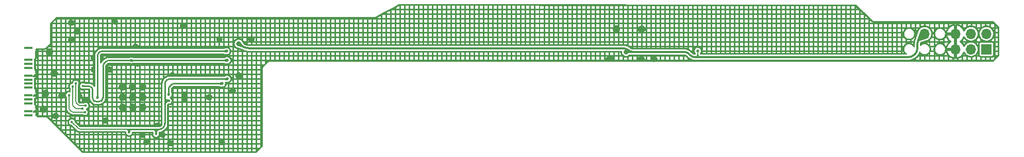
<source format=gbr>
%TF.GenerationSoftware,KiCad,Pcbnew,8.0.7*%
%TF.CreationDate,2025-01-15T17:23:36+01:00*%
%TF.ProjectId,n64rgb_v3.prod,6e363472-6762-45f7-9633-2e70726f642e,20241213.p*%
%TF.SameCoordinates,Original*%
%TF.FileFunction,Copper,L2,Bot*%
%TF.FilePolarity,Positive*%
%FSLAX46Y46*%
G04 Gerber Fmt 4.6, Leading zero omitted, Abs format (unit mm)*
G04 Created by KiCad (PCBNEW 8.0.7) date 2025-01-15 17:23:36*
%MOMM*%
%LPD*%
G01*
G04 APERTURE LIST*
%TA.AperFunction,ComponentPad*%
%ADD10R,1.700000X1.700000*%
%TD*%
%TA.AperFunction,ComponentPad*%
%ADD11O,1.700000X1.700000*%
%TD*%
%TA.AperFunction,ComponentPad*%
%ADD12C,0.450000*%
%TD*%
%TA.AperFunction,SMDPad,CuDef*%
%ADD13R,1.350000X0.450000*%
%TD*%
%TA.AperFunction,ViaPad*%
%ADD14C,0.400000*%
%TD*%
%TA.AperFunction,ViaPad*%
%ADD15C,0.500000*%
%TD*%
%TA.AperFunction,ViaPad*%
%ADD16C,0.800000*%
%TD*%
%TA.AperFunction,Conductor*%
%ADD17C,0.250000*%
%TD*%
%TA.AperFunction,Conductor*%
%ADD18C,0.152400*%
%TD*%
%TA.AperFunction,Conductor*%
%ADD19C,0.300000*%
%TD*%
%TA.AperFunction,Conductor*%
%ADD20C,0.203200*%
%TD*%
G04 APERTURE END LIST*
D10*
%TO.P,X2,1,Red*%
%TO.N,/R*%
X187638594Y-119109394D03*
D11*
%TO.P,X2,2,Green*%
%TO.N,/G*%
X187638594Y-116569394D03*
%TO.P,X2,3,Sync*%
%TO.N,/S*%
X185098594Y-119109394D03*
%TO.P,X2,4,Blue*%
%TO.N,/B*%
X185098594Y-116569394D03*
%TO.P,X2,5,GND*%
%TO.N,GND*%
X182558594Y-119109394D03*
%TO.P,X2,6,GND*%
X182558594Y-116569394D03*
%TO.P,X2,10,5V*%
%TO.N,VCC*%
X177478594Y-116569394D03*
%TD*%
D12*
%TO.P,X1,11,VCLK*%
%TO.N,/VCLK_i*%
X30030000Y-129972500D03*
D13*
X30255000Y-129972500D03*
D12*
X30705000Y-129972500D03*
%TO.P,X1,12,GND*%
%TO.N,GND*%
X30030000Y-129322500D03*
D13*
X30255000Y-129322500D03*
D12*
X30705000Y-129322500D03*
%TO.P,X1,14,nDSYNC*%
%TO.N,/nDSYNC_i*%
X30030000Y-128022500D03*
D13*
X30255000Y-128022500D03*
D12*
X30705000Y-128022500D03*
%TO.P,X1,15,D6*%
%TO.N,/D6_i*%
X30030000Y-127372500D03*
D13*
X30255000Y-127372500D03*
D12*
X30705000Y-127372500D03*
%TO.P,X1,16,GND*%
%TO.N,GND*%
X30030000Y-126722500D03*
D13*
X30255000Y-126722500D03*
D12*
X30705000Y-126722500D03*
%TO.P,X1,18,D5*%
%TO.N,/D5_i*%
X30030000Y-125422500D03*
D13*
X30255000Y-125422500D03*
D12*
X30705000Y-125422500D03*
%TO.P,X1,19,D4*%
%TO.N,/D4_i*%
X30030000Y-124772500D03*
D13*
X30255000Y-124772500D03*
D12*
X30705000Y-124772500D03*
%TO.P,X1,20,D3*%
%TO.N,/D3_i*%
X30030000Y-124122500D03*
D13*
X30255000Y-124122500D03*
D12*
X30705000Y-124122500D03*
%TO.P,X1,21,GND*%
%TO.N,GND*%
X30030000Y-123472500D03*
D13*
X30255000Y-123472500D03*
D12*
X30705000Y-123472500D03*
%TO.P,X1,23,D2*%
%TO.N,/D2_i*%
X30030000Y-122172500D03*
D13*
X30255000Y-122172500D03*
D12*
X30705000Y-122172500D03*
%TO.P,X1,24,D1*%
%TO.N,/D1_i*%
X30030000Y-121522500D03*
D13*
X30255000Y-121522500D03*
D12*
X30705000Y-121522500D03*
%TO.P,X1,25,D0*%
%TO.N,/D0_i*%
X30030000Y-120872500D03*
D13*
X30255000Y-120872500D03*
D12*
X30705000Y-120872500D03*
%TO.P,X1,28,GND*%
%TO.N,GND*%
X30030000Y-118922500D03*
D13*
X30255000Y-118922500D03*
D12*
X30705000Y-118922500D03*
%TD*%
D14*
%TO.N,VDD*%
X39190000Y-125160000D03*
D15*
X62890000Y-123990000D03*
D14*
X51220000Y-133050000D03*
X37380000Y-131090000D03*
X47190000Y-120940000D03*
X46766200Y-132805905D03*
X53330000Y-127600000D03*
D15*
X62890000Y-120940000D03*
D16*
%TO.N,GND*%
X45690000Y-125300000D03*
X125760000Y-120750000D03*
X133020000Y-120840000D03*
D14*
X42920000Y-130840000D03*
X38180000Y-116190000D03*
D16*
X47390000Y-128650000D03*
D15*
X64780000Y-123440000D03*
D14*
X59950000Y-127000000D03*
X40970000Y-120520000D03*
D16*
X32700000Y-128980000D03*
D14*
X39500000Y-127410000D03*
X35640000Y-126780000D03*
D16*
X34490000Y-123060000D03*
D14*
X47830000Y-118670000D03*
X34720000Y-130060000D03*
D16*
X45700000Y-128660000D03*
D14*
X53900000Y-123370000D03*
D16*
X49040000Y-127030000D03*
X47350000Y-125300000D03*
D14*
X66900000Y-117470000D03*
X52270000Y-133160000D03*
X62030000Y-134390000D03*
D16*
X126810000Y-115790000D03*
D14*
X51470000Y-131670000D03*
D16*
X49000000Y-125310000D03*
X131010000Y-115790000D03*
X130940000Y-120790000D03*
D14*
X37250000Y-114750000D03*
X48970000Y-133240000D03*
X53490000Y-134580000D03*
X49580000Y-134400000D03*
X48190000Y-121490000D03*
X61600000Y-117470000D03*
X38590000Y-126840000D03*
X42230000Y-121080000D03*
D16*
X33050000Y-126380000D03*
D14*
X44440000Y-114540000D03*
X43540000Y-122460000D03*
X41000000Y-122460000D03*
X55610000Y-115300000D03*
D16*
X47378300Y-127000001D03*
X49040000Y-128650000D03*
D14*
X37250000Y-117610000D03*
D16*
X45710000Y-127000001D03*
D14*
X63820000Y-125950000D03*
D16*
X33700000Y-119540000D03*
D14*
X55910000Y-126560000D03*
X55890000Y-127190000D03*
D15*
%TO.N,VCC*%
X140208000Y-119380000D03*
D16*
X128447800Y-119557800D03*
X64790000Y-118200000D03*
D15*
%TO.N,VCCINT*%
X62040000Y-124760000D03*
D14*
X53300000Y-126570000D03*
X41610000Y-127080000D03*
D15*
X62800000Y-119440000D03*
D14*
%TO.N,D6*%
X36880000Y-126650000D03*
X39520000Y-129460000D03*
%TO.N,D5*%
X39100000Y-128910000D03*
X37500000Y-125250000D03*
%TO.N,D4*%
X38020000Y-124750000D03*
X39640000Y-128390000D03*
%TD*%
D17*
%TO.N,VDD*%
X51404019Y-132415980D02*
X51320000Y-132500000D01*
X42930000Y-121150000D02*
X42706274Y-121373726D01*
D18*
X46346200Y-132296200D02*
X38834895Y-132296200D01*
D17*
X47190000Y-120940000D02*
X43436984Y-120940000D01*
X51199256Y-132376944D02*
X51280000Y-132296200D01*
X42190000Y-127580000D02*
X42338578Y-127431422D01*
X51280000Y-132296200D02*
X51693195Y-132296200D01*
X40930000Y-127500000D02*
X41015649Y-127585649D01*
X53330000Y-127600000D02*
X52660000Y-127600000D01*
X40770000Y-125717989D02*
X40770000Y-127113726D01*
X52852010Y-127402010D02*
X52773137Y-127323137D01*
X47190000Y-120940000D02*
X62890000Y-120940000D01*
X52660000Y-128160000D02*
X52660000Y-131300000D01*
X51134142Y-132534143D02*
X51080000Y-132480000D01*
X52910000Y-127760000D02*
X52766066Y-127903934D01*
X52660000Y-127050000D02*
X52660000Y-127600000D01*
X41340000Y-127720000D02*
X41852011Y-127720000D01*
X52660000Y-127600000D02*
X52660000Y-128160000D01*
D18*
X37380000Y-131090000D02*
X38410346Y-132120346D01*
D17*
X47089337Y-132296200D02*
X50740000Y-132296200D01*
X39190000Y-125160000D02*
X40098874Y-125160000D01*
X52660000Y-124900121D02*
X52660000Y-127050000D01*
X52360000Y-132020000D02*
X52363015Y-132016985D01*
X51220000Y-132741421D02*
X51220000Y-133050000D01*
D18*
X47089337Y-132296200D02*
X46726200Y-132296200D01*
D17*
X62890000Y-123990000D02*
X53456984Y-123990000D01*
X50740000Y-132296200D02*
X51280000Y-132296200D01*
D18*
X46726200Y-132296200D02*
X46346200Y-132296200D01*
D17*
X53330000Y-127600000D02*
X53296274Y-127600000D01*
D18*
X46726200Y-132296200D02*
X46726200Y-132341758D01*
D17*
X42480000Y-127090000D02*
X42480000Y-121920000D01*
X51080000Y-132480000D02*
X51006650Y-132406650D01*
D18*
X46348868Y-132296200D02*
G75*
G02*
X46643976Y-132418424I32J-417300D01*
G01*
D17*
X40770000Y-127113726D02*
G75*
G03*
X40930008Y-127499992I546300J26D01*
G01*
X53456984Y-123990000D02*
G75*
G03*
X52950004Y-124200004I16J-717000D01*
G01*
X51693195Y-132296200D02*
G75*
G03*
X52360002Y-132020002I5J943000D01*
G01*
X47089337Y-132296200D02*
G75*
G03*
X46896189Y-132376189I-37J-273100D01*
G01*
X51693195Y-132296200D02*
G75*
G03*
X51404013Y-132415974I5J-409000D01*
G01*
X42706274Y-121373726D02*
G75*
G03*
X42480015Y-121920000I546326J-546274D01*
G01*
X41852011Y-127720000D02*
G75*
G03*
X42189997Y-127579997I-11J478000D01*
G01*
X40630000Y-125380000D02*
G75*
G02*
X40770004Y-125717989I-338000J-338000D01*
G01*
X43436984Y-120940000D02*
G75*
G03*
X42930004Y-121150004I16J-717000D01*
G01*
X42338578Y-127431422D02*
G75*
G03*
X42480013Y-127090000I-341378J341422D01*
G01*
X51006650Y-132406650D02*
G75*
G03*
X50740000Y-132296200I-266650J-266650D01*
G01*
X41015649Y-127585649D02*
G75*
G03*
X41340000Y-127720000I324351J324349D01*
G01*
D18*
X46726200Y-132341758D02*
G75*
G03*
X46800020Y-132520084I252200J-42D01*
G01*
D17*
X52773137Y-127323137D02*
G75*
G02*
X52660008Y-127050000I273163J273137D01*
G01*
X51220000Y-132741421D02*
G75*
G03*
X51134145Y-132534140I-293100J21D01*
G01*
X53296274Y-127600000D02*
G75*
G03*
X52910008Y-127760008I26J-546300D01*
G01*
D18*
X38834895Y-132296200D02*
G75*
G02*
X38410349Y-132120343I5J600400D01*
G01*
D17*
X46896200Y-132376200D02*
G75*
G03*
X46766220Y-132690047I313800J-313800D01*
G01*
X40098874Y-125160000D02*
G75*
G02*
X40630008Y-125379992I26J-751100D01*
G01*
X51134142Y-132534143D02*
G75*
G02*
X51199225Y-132376913I222358J43D01*
G01*
X51320000Y-132500000D02*
G75*
G03*
X51220009Y-132741421I241400J-241400D01*
G01*
X52766066Y-127903934D02*
G75*
G03*
X52659991Y-128160000I256034J-256066D01*
G01*
X52363015Y-132016985D02*
G75*
G03*
X52659991Y-131300000I-717015J716985D01*
G01*
X52950000Y-124200000D02*
G75*
G03*
X52660009Y-124900121I700100J-700100D01*
G01*
X53330000Y-127600000D02*
G75*
G02*
X52852006Y-127402014I0J676000D01*
G01*
D18*
X46568419Y-132328419D02*
G75*
G02*
X46766187Y-132805905I-477519J-477481D01*
G01*
D19*
%TO.N,VCC*%
X176285394Y-118239552D02*
X176285394Y-119031502D01*
X175932059Y-119884529D02*
X175852411Y-119964177D01*
X128217158Y-118990000D02*
X127560000Y-118990000D01*
X138716158Y-119846158D02*
X138940000Y-120070000D01*
X174724932Y-120431194D02*
X140451259Y-120431194D01*
X130170000Y-119557800D02*
X138020000Y-119557800D01*
X177478594Y-116569394D02*
X176622651Y-117425339D01*
D20*
X139936662Y-120440000D02*
X140076861Y-120299801D01*
D19*
X128447800Y-119557800D02*
X130170000Y-119557800D01*
D20*
X140208000Y-119380000D02*
X140208000Y-119904045D01*
X139833259Y-120440000D02*
X139936662Y-120440000D01*
X140208000Y-119904045D02*
X140208000Y-120275834D01*
D19*
X139833259Y-120440000D02*
X140140000Y-120440000D01*
X140433400Y-120436600D02*
X140430000Y-120440000D01*
D20*
X140208000Y-119380000D02*
X140208000Y-119596471D01*
D19*
X140140000Y-120440000D02*
X140430000Y-120440000D01*
X127560000Y-118990000D02*
X66697228Y-118990000D01*
X130170000Y-119557800D02*
X129587947Y-119557800D01*
X176622651Y-117425339D02*
G75*
G03*
X176285370Y-118239552I814249J-814261D01*
G01*
D20*
X140208000Y-119904045D02*
G75*
G03*
X140430013Y-120439987I758000J45D01*
G01*
D19*
X66697228Y-118990000D02*
G75*
G02*
X64789992Y-118200008I-28J2697200D01*
G01*
X128700000Y-119190000D02*
G75*
G03*
X128217158Y-118990018I-482800J-482800D01*
G01*
X140208000Y-120275834D02*
G75*
G02*
X140139990Y-120439990I-232200J34D01*
G01*
D17*
X140451259Y-120431194D02*
G75*
G03*
X140430012Y-120440012I41J-30106D01*
G01*
D19*
X176285394Y-119031502D02*
G75*
G02*
X175932064Y-119884534I-1206394J2D01*
G01*
X138020000Y-119557800D02*
G75*
G02*
X138716155Y-119846161I0J-984500D01*
G01*
D20*
X140076861Y-120299801D02*
G75*
G03*
X140208032Y-119904045I-547561J401101D01*
G01*
D19*
X175852411Y-119964177D02*
G75*
G02*
X174724932Y-120431217I-1127511J1127477D01*
G01*
X138940000Y-120070000D02*
G75*
G03*
X139833259Y-120440017I893300J893300D01*
G01*
X129587947Y-119557800D02*
G75*
G02*
X128699986Y-119190014I-47J1255700D01*
G01*
D17*
%TO.N,VCCINT*%
X53710000Y-124940000D02*
X53433126Y-125216874D01*
X53610000Y-119440000D02*
X53360000Y-119440000D01*
X62800000Y-119440000D02*
X53610000Y-119440000D01*
X41610000Y-120110416D02*
X41610000Y-127080000D01*
X62040000Y-124760000D02*
X54144558Y-124760000D01*
X52730000Y-119440000D02*
X42407695Y-119440000D01*
X53300000Y-125538269D02*
X53300000Y-126570000D01*
X53360000Y-119440000D02*
X53280000Y-119440000D01*
X53280000Y-119440000D02*
X52730000Y-119440000D01*
X42407695Y-119440000D02*
G75*
G03*
X41780001Y-119700001I5J-887700D01*
G01*
X53433126Y-125216874D02*
G75*
G03*
X53299972Y-125538269I321374J-321426D01*
G01*
X54144558Y-124760000D02*
G75*
G03*
X53710012Y-124940012I42J-614600D01*
G01*
X41780000Y-119700000D02*
G75*
G03*
X41610007Y-120110416I410400J-410400D01*
G01*
D18*
%TO.N,D6*%
X39520000Y-129460000D02*
X37586177Y-129460000D01*
X36880000Y-128757868D02*
X36880000Y-126650000D01*
X36983626Y-129071326D02*
X37221035Y-129308748D01*
X36983626Y-129071326D02*
G75*
G02*
X36880016Y-128757868I435874J317926D01*
G01*
X37586177Y-129460000D02*
G75*
G02*
X37221042Y-129308741I23J516400D01*
G01*
%TO.N,D5*%
X37500000Y-128282721D02*
X37500000Y-125250000D01*
X39100000Y-128910000D02*
X38148463Y-128910000D01*
X37590000Y-128500000D02*
X37895021Y-128805021D01*
X37590000Y-128500000D02*
G75*
G02*
X37499991Y-128282721I217300J217300D01*
G01*
X38148463Y-128910000D02*
G75*
G02*
X37895044Y-128804998I37J358400D01*
G01*
%TO.N,D4*%
X38120000Y-127960000D02*
X38445112Y-128285112D01*
X38020000Y-124750000D02*
X38020000Y-127718579D01*
X39640000Y-128390000D02*
X38698335Y-128390000D01*
X38698335Y-128390000D02*
G75*
G02*
X38445097Y-128285127I-35J358100D01*
G01*
X38020000Y-127718579D02*
G75*
G03*
X38119994Y-127960006I341400J-21D01*
G01*
%TD*%
%TA.AperFunction,Conductor*%
%TO.N,VDD*%
G36*
X39203777Y-124962583D02*
G01*
X39580457Y-125033210D01*
X39587956Y-125038103D01*
X39590000Y-125044710D01*
X39590000Y-125275289D01*
X39586573Y-125283562D01*
X39580456Y-125286789D01*
X39203785Y-125357415D01*
X39195022Y-125355571D01*
X39190129Y-125348071D01*
X39189929Y-125345982D01*
X39189000Y-125160000D01*
X39189929Y-124974023D01*
X39193397Y-124965770D01*
X39201687Y-124962384D01*
X39203777Y-124962583D01*
G37*
%TD.AperFunction*%
%TD*%
%TA.AperFunction,Conductor*%
%TO.N,VDD*%
G36*
X46723993Y-132402688D02*
G01*
X46902006Y-132656479D01*
X46903951Y-132665220D01*
X46900740Y-132671431D01*
X46770153Y-132803282D01*
X46761896Y-132806749D01*
X46761789Y-132806749D01*
X46578550Y-132805958D01*
X46570292Y-132802495D01*
X46566901Y-132794207D01*
X46566919Y-132793606D01*
X46585489Y-132476409D01*
X46589394Y-132468351D01*
X46591316Y-132466962D01*
X46708564Y-132399273D01*
X46717443Y-132398106D01*
X46723993Y-132402688D01*
G37*
%TD.AperFunction*%
%TD*%
%TA.AperFunction,Conductor*%
%TO.N,VDD*%
G36*
X62793366Y-120712825D02*
G01*
X62798254Y-120718408D01*
X62889109Y-120935483D01*
X62889142Y-120944437D01*
X62889109Y-120944517D01*
X62798254Y-121161591D01*
X62791898Y-121167900D01*
X62784495Y-121168392D01*
X62398734Y-121067289D01*
X62391600Y-121061876D01*
X62390000Y-121055971D01*
X62390000Y-120824028D01*
X62393427Y-120815755D01*
X62398731Y-120812711D01*
X62784495Y-120711607D01*
X62793366Y-120712825D01*
G37*
%TD.AperFunction*%
%TD*%
%TA.AperFunction,Conductor*%
%TO.N,VDD*%
G36*
X47203777Y-120742583D02*
G01*
X47580457Y-120813210D01*
X47587956Y-120818103D01*
X47590000Y-120824710D01*
X47590000Y-121055289D01*
X47586573Y-121063562D01*
X47580456Y-121066789D01*
X47203785Y-121137415D01*
X47195022Y-121135571D01*
X47190129Y-121128071D01*
X47189929Y-121125982D01*
X47189000Y-120940000D01*
X47189929Y-120754023D01*
X47193397Y-120745770D01*
X47201687Y-120742384D01*
X47203777Y-120742583D01*
G37*
%TD.AperFunction*%
%TD*%
%TA.AperFunction,Conductor*%
%TO.N,VDD*%
G36*
X51111927Y-132667417D02*
G01*
X51334898Y-132727151D01*
X51342001Y-132732602D01*
X51343196Y-132735521D01*
X51402237Y-132963654D01*
X51400992Y-132972521D01*
X51395430Y-132977377D01*
X51224267Y-133049069D01*
X51215312Y-133049104D01*
X51215216Y-133049064D01*
X51044123Y-132977200D01*
X51037823Y-132970837D01*
X51037203Y-132964014D01*
X51097468Y-132676321D01*
X51102517Y-132668929D01*
X51111317Y-132667272D01*
X51111927Y-132667417D01*
G37*
%TD.AperFunction*%
%TD*%
%TA.AperFunction,Conductor*%
%TO.N,VDD*%
G36*
X46753721Y-132368539D02*
G01*
X46754830Y-132369101D01*
X46954347Y-132484283D01*
X46959798Y-132491387D01*
X46960195Y-132494191D01*
X46965971Y-132794031D01*
X46962704Y-132802368D01*
X46954498Y-132805954D01*
X46954324Y-132805956D01*
X46768084Y-132806760D01*
X46763502Y-132805847D01*
X46592412Y-132733983D01*
X46586112Y-132727620D01*
X46586156Y-132718665D01*
X46586186Y-132718594D01*
X46738290Y-132374509D01*
X46744769Y-132368328D01*
X46753721Y-132368539D01*
G37*
%TD.AperFunction*%
%TD*%
%TA.AperFunction,Conductor*%
%TO.N,VCCINT*%
G36*
X53423563Y-126173427D02*
G01*
X53426790Y-126179544D01*
X53497415Y-126556214D01*
X53495571Y-126564977D01*
X53488071Y-126569870D01*
X53485973Y-126570070D01*
X53300058Y-126570999D01*
X53299942Y-126570999D01*
X53114026Y-126570070D01*
X53105770Y-126566602D01*
X53102384Y-126558312D01*
X53102583Y-126556223D01*
X53173210Y-126179542D01*
X53178103Y-126172044D01*
X53184710Y-126170000D01*
X53415290Y-126170000D01*
X53423563Y-126173427D01*
G37*
%TD.AperFunction*%
%TD*%
%TA.AperFunction,Conductor*%
%TO.N,VCC*%
G36*
X176705286Y-116249063D02*
G01*
X177474484Y-116566616D01*
X177480823Y-116572941D01*
X177480832Y-116572963D01*
X177799020Y-117342943D01*
X177799013Y-117351897D01*
X177792675Y-117358224D01*
X177791765Y-117358557D01*
X176561234Y-117751370D01*
X176553198Y-117751033D01*
X176289729Y-117641893D01*
X176283397Y-117635561D01*
X176282990Y-117627760D01*
X176689607Y-116256552D01*
X176695244Y-116249595D01*
X176704150Y-116248662D01*
X176705286Y-116249063D01*
G37*
%TD.AperFunction*%
%TD*%
%TA.AperFunction,Conductor*%
%TO.N,VCCINT*%
G36*
X62703366Y-119212825D02*
G01*
X62708254Y-119218408D01*
X62799109Y-119435483D01*
X62799142Y-119444437D01*
X62799109Y-119444517D01*
X62708254Y-119661591D01*
X62701898Y-119667900D01*
X62694495Y-119668392D01*
X62308734Y-119567289D01*
X62301600Y-119561876D01*
X62300000Y-119555971D01*
X62300000Y-119324028D01*
X62303427Y-119315755D01*
X62308731Y-119312711D01*
X62694495Y-119211607D01*
X62703366Y-119212825D01*
G37*
%TD.AperFunction*%
%TD*%
%TA.AperFunction,Conductor*%
%TO.N,VDD*%
G36*
X53319042Y-127399346D02*
G01*
X53327096Y-127403259D01*
X53330045Y-127410976D01*
X53330821Y-127598173D01*
X53329908Y-127602752D01*
X53258427Y-127772954D01*
X53252064Y-127779255D01*
X53243110Y-127779211D01*
X53242148Y-127778754D01*
X52898373Y-127595802D01*
X52892681Y-127588892D01*
X52893543Y-127579978D01*
X52894137Y-127578984D01*
X53022120Y-127387435D01*
X53029564Y-127382462D01*
X53032540Y-127382258D01*
X53319042Y-127399346D01*
G37*
%TD.AperFunction*%
%TD*%
%TA.AperFunction,Conductor*%
%TO.N,VCCINT*%
G36*
X41733563Y-126683427D02*
G01*
X41736790Y-126689544D01*
X41807415Y-127066214D01*
X41805571Y-127074977D01*
X41798071Y-127079870D01*
X41795973Y-127080070D01*
X41610058Y-127080999D01*
X41609942Y-127080999D01*
X41424026Y-127080070D01*
X41415770Y-127076602D01*
X41412384Y-127068312D01*
X41412583Y-127066223D01*
X41483210Y-126689542D01*
X41488103Y-126682044D01*
X41494710Y-126680000D01*
X41725290Y-126680000D01*
X41733563Y-126683427D01*
G37*
%TD.AperFunction*%
%TD*%
%TA.AperFunction,Conductor*%
%TO.N,VDD*%
G36*
X53324977Y-127404428D02*
G01*
X53329870Y-127411928D01*
X53330070Y-127414026D01*
X53330999Y-127599942D01*
X53330999Y-127600058D01*
X53330070Y-127785973D01*
X53326602Y-127794229D01*
X53318312Y-127797615D01*
X53316214Y-127797415D01*
X52939544Y-127726789D01*
X52932044Y-127721896D01*
X52930000Y-127715289D01*
X52930000Y-127484710D01*
X52933427Y-127476437D01*
X52939542Y-127473210D01*
X53316216Y-127402584D01*
X53324977Y-127404428D01*
G37*
%TD.AperFunction*%
%TD*%
%TA.AperFunction,Conductor*%
%TO.N,VDD*%
G36*
X47184977Y-120744428D02*
G01*
X47189870Y-120751928D01*
X47190070Y-120754026D01*
X47190999Y-120939942D01*
X47190999Y-120940058D01*
X47190070Y-121125973D01*
X47186602Y-121134229D01*
X47178312Y-121137615D01*
X47176214Y-121137415D01*
X46799544Y-121066789D01*
X46792044Y-121061896D01*
X46790000Y-121055289D01*
X46790000Y-120824710D01*
X46793427Y-120816437D01*
X46799542Y-120813210D01*
X47176216Y-120742584D01*
X47184977Y-120744428D01*
G37*
%TD.AperFunction*%
%TD*%
%TA.AperFunction,Conductor*%
%TO.N,VDD*%
G36*
X62793366Y-123762825D02*
G01*
X62798254Y-123768408D01*
X62889109Y-123985483D01*
X62889142Y-123994437D01*
X62889109Y-123994517D01*
X62798254Y-124211591D01*
X62791898Y-124217900D01*
X62784495Y-124218392D01*
X62398734Y-124117289D01*
X62391600Y-124111876D01*
X62390000Y-124105971D01*
X62390000Y-123874028D01*
X62393427Y-123865755D01*
X62398731Y-123862711D01*
X62784495Y-123761607D01*
X62793366Y-123762825D01*
G37*
%TD.AperFunction*%
%TD*%
%TA.AperFunction,Conductor*%
%TO.N,VDD*%
G36*
X53257959Y-127426101D02*
G01*
X53258486Y-127427194D01*
X53329803Y-127597117D01*
X53330715Y-127601687D01*
X53330041Y-127788588D01*
X53326584Y-127796849D01*
X53318591Y-127800243D01*
X53048054Y-127806028D01*
X53039710Y-127802779D01*
X53039324Y-127802392D01*
X52881109Y-127635969D01*
X52877893Y-127627612D01*
X52881528Y-127619428D01*
X52883964Y-127617649D01*
X53242078Y-127421460D01*
X53250979Y-127420491D01*
X53257959Y-127426101D01*
G37*
%TD.AperFunction*%
%TD*%
%TA.AperFunction,Conductor*%
%TO.N,VCCINT*%
G36*
X61943366Y-124532825D02*
G01*
X61948254Y-124538408D01*
X62039109Y-124755483D01*
X62039142Y-124764437D01*
X62039109Y-124764517D01*
X61948254Y-124981591D01*
X61941898Y-124987900D01*
X61934495Y-124988392D01*
X61548734Y-124887289D01*
X61541600Y-124881876D01*
X61540000Y-124875971D01*
X61540000Y-124644028D01*
X61543427Y-124635755D01*
X61548731Y-124632711D01*
X61934495Y-124531607D01*
X61943366Y-124532825D01*
G37*
%TD.AperFunction*%
%TD*%
%TA.AperFunction,Conductor*%
%TO.N,GND*%
G36*
X182812594Y-118678691D02*
G01*
X182751587Y-118643469D01*
X182624420Y-118609394D01*
X182492768Y-118609394D01*
X182365601Y-118643469D01*
X182304594Y-118678691D01*
X182304594Y-117000096D01*
X182365601Y-117035319D01*
X182492768Y-117069394D01*
X182624420Y-117069394D01*
X182751587Y-117035319D01*
X182812594Y-117000096D01*
X182812594Y-118678691D01*
G37*
%TD.AperFunction*%
%TA.AperFunction,Conductor*%
G36*
X166093968Y-111744945D02*
G01*
X166162075Y-111764987D01*
X166180409Y-111779344D01*
X168895880Y-114344116D01*
X168898458Y-114346622D01*
X168938730Y-114386894D01*
X168938734Y-114386896D01*
X168944434Y-114391270D01*
X168950285Y-114395501D01*
X168986615Y-114415115D01*
X169000426Y-114422572D01*
X169003473Y-114424273D01*
X169052858Y-114452786D01*
X169052863Y-114452787D01*
X169052866Y-114452789D01*
X169059529Y-114455550D01*
X169066237Y-114458106D01*
X169066239Y-114458106D01*
X169066242Y-114458108D01*
X169121694Y-114471282D01*
X169125105Y-114472144D01*
X169180152Y-114486894D01*
X169180154Y-114486894D01*
X169187287Y-114487833D01*
X169194451Y-114488568D01*
X169194457Y-114488570D01*
X169251404Y-114486945D01*
X169254997Y-114486894D01*
X188735089Y-114486894D01*
X188803210Y-114506896D01*
X188824184Y-114523798D01*
X189727189Y-115426802D01*
X189761214Y-115489115D01*
X189764094Y-115515898D01*
X189764094Y-120084054D01*
X189744092Y-120152175D01*
X189728918Y-120171386D01*
X188830848Y-121105381D01*
X188818689Y-121118026D01*
X188757056Y-121153266D01*
X188727864Y-121156694D01*
X70034108Y-121156694D01*
X70028443Y-121156567D01*
X69976672Y-121154236D01*
X69968450Y-121154945D01*
X69968444Y-121154883D01*
X69962289Y-121155553D01*
X69962298Y-121155616D01*
X69954110Y-121156694D01*
X69954108Y-121156694D01*
X69906331Y-121169495D01*
X69904088Y-121170096D01*
X69898591Y-121171437D01*
X69861414Y-121179627D01*
X69847982Y-121182587D01*
X69847980Y-121182587D01*
X69847979Y-121182588D01*
X69840217Y-121185401D01*
X69840196Y-121185344D01*
X69834418Y-121187587D01*
X69834441Y-121187642D01*
X69826814Y-121190801D01*
X69781935Y-121216711D01*
X69776972Y-121219429D01*
X69731011Y-121243278D01*
X69731008Y-121243279D01*
X69731006Y-121243281D01*
X69731003Y-121243283D01*
X69724235Y-121248009D01*
X69724199Y-121247958D01*
X69719205Y-121251615D01*
X69719242Y-121251663D01*
X69712686Y-121256694D01*
X69676049Y-121293329D01*
X69671956Y-121297242D01*
X68952694Y-121954542D01*
X68939198Y-121964424D01*
X68939236Y-121964474D01*
X68932683Y-121969502D01*
X68896053Y-122006131D01*
X68891961Y-122010043D01*
X68853722Y-122044989D01*
X68848407Y-122051306D01*
X68848361Y-122051267D01*
X68844476Y-122056101D01*
X68844524Y-122056138D01*
X68839502Y-122062681D01*
X68813592Y-122107558D01*
X68810652Y-122112394D01*
X68782768Y-122156035D01*
X68779266Y-122163520D01*
X68779209Y-122163493D01*
X68776711Y-122169161D01*
X68776768Y-122169185D01*
X68773607Y-122176814D01*
X68760201Y-122226845D01*
X68758613Y-122232278D01*
X68742970Y-122281662D01*
X68741524Y-122289801D01*
X68741463Y-122289790D01*
X68740517Y-122295912D01*
X68740578Y-122295920D01*
X68739500Y-122304110D01*
X68739500Y-122355890D01*
X68739373Y-122361555D01*
X68737043Y-122413319D01*
X68737752Y-122421545D01*
X68737689Y-122421550D01*
X68739500Y-122438185D01*
X68739500Y-135086299D01*
X68719498Y-135154420D01*
X68701573Y-135176405D01*
X67742745Y-136113606D01*
X67680049Y-136146918D01*
X67654672Y-136149500D01*
X39129191Y-136149500D01*
X39061070Y-136129498D01*
X39040172Y-136112672D01*
X38532223Y-135605592D01*
X38924863Y-135605592D01*
X39191827Y-135872100D01*
X39318619Y-135872100D01*
X39571619Y-135872100D01*
X40081619Y-135872100D01*
X40334619Y-135872100D01*
X40844619Y-135872100D01*
X41097619Y-135872100D01*
X41607619Y-135872100D01*
X41860619Y-135872100D01*
X42370619Y-135872100D01*
X42623619Y-135872100D01*
X43133619Y-135872100D01*
X43386619Y-135872100D01*
X43896619Y-135872100D01*
X44149619Y-135872100D01*
X44659619Y-135872100D01*
X44912619Y-135872100D01*
X45422619Y-135872100D01*
X45675619Y-135872100D01*
X46185619Y-135872100D01*
X46438619Y-135872100D01*
X46948619Y-135872100D01*
X47201619Y-135872100D01*
X47711619Y-135872100D01*
X47964619Y-135872100D01*
X48474619Y-135872100D01*
X48727619Y-135872100D01*
X49237619Y-135872100D01*
X49490619Y-135872100D01*
X50000619Y-135872100D01*
X50253619Y-135872100D01*
X50763619Y-135872100D01*
X51016619Y-135872100D01*
X51526619Y-135872100D01*
X51779619Y-135872100D01*
X52289619Y-135872100D01*
X52542619Y-135872100D01*
X53052619Y-135872100D01*
X53305619Y-135872100D01*
X53815619Y-135872100D01*
X54068619Y-135872100D01*
X54578619Y-135872100D01*
X54831619Y-135872100D01*
X55341619Y-135872100D01*
X55594619Y-135872100D01*
X56104619Y-135872100D01*
X56357619Y-135872100D01*
X56867619Y-135872100D01*
X57120619Y-135872100D01*
X57630619Y-135872100D01*
X57883619Y-135872100D01*
X58393619Y-135872100D01*
X58646619Y-135872100D01*
X59156619Y-135872100D01*
X59409619Y-135872100D01*
X59919619Y-135872100D01*
X60172619Y-135872100D01*
X60682619Y-135872100D01*
X60935619Y-135872100D01*
X61445619Y-135872100D01*
X61698619Y-135872100D01*
X62208619Y-135872100D01*
X62461619Y-135872100D01*
X62971619Y-135872100D01*
X63224619Y-135872100D01*
X63734619Y-135872100D01*
X63987619Y-135872100D01*
X64497619Y-135872100D01*
X64750619Y-135872100D01*
X65260619Y-135872100D01*
X65513619Y-135872100D01*
X66023619Y-135872100D01*
X66276619Y-135872100D01*
X66786619Y-135872100D01*
X67039619Y-135872100D01*
X67549619Y-135872100D01*
X67549619Y-135605592D01*
X67039619Y-135605592D01*
X67039619Y-135872100D01*
X66786619Y-135872100D01*
X66786619Y-135605592D01*
X66276619Y-135605592D01*
X66276619Y-135872100D01*
X66023619Y-135872100D01*
X66023619Y-135605592D01*
X65513619Y-135605592D01*
X65513619Y-135872100D01*
X65260619Y-135872100D01*
X65260619Y-135605592D01*
X64750619Y-135605592D01*
X64750619Y-135872100D01*
X64497619Y-135872100D01*
X64497619Y-135605592D01*
X63987619Y-135605592D01*
X63987619Y-135872100D01*
X63734619Y-135872100D01*
X63734619Y-135605592D01*
X63224619Y-135605592D01*
X63224619Y-135872100D01*
X62971619Y-135872100D01*
X62971619Y-135605592D01*
X62461619Y-135605592D01*
X62461619Y-135872100D01*
X62208619Y-135872100D01*
X62208619Y-135605592D01*
X61698619Y-135605592D01*
X61698619Y-135872100D01*
X61445619Y-135872100D01*
X61445619Y-135605592D01*
X60935619Y-135605592D01*
X60935619Y-135872100D01*
X60682619Y-135872100D01*
X60682619Y-135605592D01*
X60172619Y-135605592D01*
X60172619Y-135872100D01*
X59919619Y-135872100D01*
X59919619Y-135605592D01*
X59409619Y-135605592D01*
X59409619Y-135872100D01*
X59156619Y-135872100D01*
X59156619Y-135605592D01*
X58646619Y-135605592D01*
X58646619Y-135872100D01*
X58393619Y-135872100D01*
X58393619Y-135605592D01*
X57883619Y-135605592D01*
X57883619Y-135872100D01*
X57630619Y-135872100D01*
X57630619Y-135605592D01*
X57120619Y-135605592D01*
X57120619Y-135872100D01*
X56867619Y-135872100D01*
X56867619Y-135605592D01*
X56357619Y-135605592D01*
X56357619Y-135872100D01*
X56104619Y-135872100D01*
X56104619Y-135605592D01*
X55594619Y-135605592D01*
X55594619Y-135872100D01*
X55341619Y-135872100D01*
X55341619Y-135605592D01*
X54831619Y-135605592D01*
X54831619Y-135872100D01*
X54578619Y-135872100D01*
X54578619Y-135605592D01*
X54068619Y-135605592D01*
X54068619Y-135872100D01*
X53815619Y-135872100D01*
X53815619Y-135605592D01*
X53305619Y-135605592D01*
X53305619Y-135872100D01*
X53052619Y-135872100D01*
X53052619Y-135605592D01*
X52542619Y-135605592D01*
X52542619Y-135872100D01*
X52289619Y-135872100D01*
X52289619Y-135605592D01*
X51779619Y-135605592D01*
X51779619Y-135872100D01*
X51526619Y-135872100D01*
X51526619Y-135605592D01*
X51016619Y-135605592D01*
X51016619Y-135872100D01*
X50763619Y-135872100D01*
X50763619Y-135605592D01*
X50253619Y-135605592D01*
X50253619Y-135872100D01*
X50000619Y-135872100D01*
X50000619Y-135605592D01*
X49490619Y-135605592D01*
X49490619Y-135872100D01*
X49237619Y-135872100D01*
X49237619Y-135605592D01*
X48727619Y-135605592D01*
X48727619Y-135872100D01*
X48474619Y-135872100D01*
X48474619Y-135605592D01*
X47964619Y-135605592D01*
X47964619Y-135872100D01*
X47711619Y-135872100D01*
X47711619Y-135605592D01*
X47201619Y-135605592D01*
X47201619Y-135872100D01*
X46948619Y-135872100D01*
X46948619Y-135605592D01*
X46438619Y-135605592D01*
X46438619Y-135872100D01*
X46185619Y-135872100D01*
X46185619Y-135605592D01*
X45675619Y-135605592D01*
X45675619Y-135872100D01*
X45422619Y-135872100D01*
X45422619Y-135605592D01*
X44912619Y-135605592D01*
X44912619Y-135872100D01*
X44659619Y-135872100D01*
X44659619Y-135605592D01*
X44149619Y-135605592D01*
X44149619Y-135872100D01*
X43896619Y-135872100D01*
X43896619Y-135605592D01*
X43386619Y-135605592D01*
X43386619Y-135872100D01*
X43133619Y-135872100D01*
X43133619Y-135605592D01*
X42623619Y-135605592D01*
X42623619Y-135872100D01*
X42370619Y-135872100D01*
X42370619Y-135605592D01*
X41860619Y-135605592D01*
X41860619Y-135872100D01*
X41607619Y-135872100D01*
X41607619Y-135605592D01*
X41097619Y-135605592D01*
X41097619Y-135872100D01*
X40844619Y-135872100D01*
X40844619Y-135605592D01*
X40334619Y-135605592D01*
X40334619Y-135872100D01*
X40081619Y-135872100D01*
X40081619Y-135605592D01*
X39571619Y-135605592D01*
X39571619Y-135872100D01*
X39318619Y-135872100D01*
X39318619Y-135605592D01*
X38924863Y-135605592D01*
X38532223Y-135605592D01*
X38278790Y-135352592D01*
X38808619Y-135352592D01*
X39318619Y-135352592D01*
X39571619Y-135352592D01*
X40081619Y-135352592D01*
X40334619Y-135352592D01*
X40844619Y-135352592D01*
X41097619Y-135352592D01*
X41607619Y-135352592D01*
X41860619Y-135352592D01*
X42370619Y-135352592D01*
X42623619Y-135352592D01*
X43133619Y-135352592D01*
X43386619Y-135352592D01*
X43896619Y-135352592D01*
X44149619Y-135352592D01*
X44659619Y-135352592D01*
X44912619Y-135352592D01*
X45422619Y-135352592D01*
X45675619Y-135352592D01*
X46185619Y-135352592D01*
X46438619Y-135352592D01*
X46948619Y-135352592D01*
X47201619Y-135352592D01*
X47711619Y-135352592D01*
X47964619Y-135352592D01*
X48474619Y-135352592D01*
X48727619Y-135352592D01*
X49237619Y-135352592D01*
X49237619Y-134897543D01*
X49490619Y-134897543D01*
X49490619Y-135352592D01*
X50000619Y-135352592D01*
X50253619Y-135352592D01*
X50763619Y-135352592D01*
X51016619Y-135352592D01*
X51526619Y-135352592D01*
X51779619Y-135352592D01*
X52289619Y-135352592D01*
X52542619Y-135352592D01*
X53052619Y-135352592D01*
X53052619Y-135053275D01*
X53305619Y-135053275D01*
X53305619Y-135352592D01*
X53815619Y-135352592D01*
X54068619Y-135352592D01*
X54578619Y-135352592D01*
X54831619Y-135352592D01*
X55341619Y-135352592D01*
X55594619Y-135352592D01*
X56104619Y-135352592D01*
X56357619Y-135352592D01*
X56867619Y-135352592D01*
X57120619Y-135352592D01*
X57630619Y-135352592D01*
X57883619Y-135352592D01*
X58393619Y-135352592D01*
X58646619Y-135352592D01*
X59156619Y-135352592D01*
X59409619Y-135352592D01*
X59919619Y-135352592D01*
X60172619Y-135352592D01*
X60682619Y-135352592D01*
X60935619Y-135352592D01*
X61445619Y-135352592D01*
X61698619Y-135352592D01*
X62208619Y-135352592D01*
X62461619Y-135352592D01*
X62971619Y-135352592D01*
X63224619Y-135352592D01*
X63734619Y-135352592D01*
X63987619Y-135352592D01*
X64497619Y-135352592D01*
X64750619Y-135352592D01*
X65260619Y-135352592D01*
X65513619Y-135352592D01*
X66023619Y-135352592D01*
X66276619Y-135352592D01*
X66786619Y-135352592D01*
X67039619Y-135352592D01*
X67549619Y-135352592D01*
X67802619Y-135352592D01*
X68124465Y-135352592D01*
X68312619Y-135168681D01*
X68312619Y-134842592D01*
X67802619Y-134842592D01*
X67802619Y-135352592D01*
X67549619Y-135352592D01*
X67549619Y-134842592D01*
X67039619Y-134842592D01*
X67039619Y-135352592D01*
X66786619Y-135352592D01*
X66786619Y-134842592D01*
X66276619Y-134842592D01*
X66276619Y-135352592D01*
X66023619Y-135352592D01*
X66023619Y-134842592D01*
X65513619Y-134842592D01*
X65513619Y-135352592D01*
X65260619Y-135352592D01*
X65260619Y-134842592D01*
X64750619Y-134842592D01*
X64750619Y-135352592D01*
X64497619Y-135352592D01*
X64497619Y-134842592D01*
X63987619Y-134842592D01*
X63987619Y-135352592D01*
X63734619Y-135352592D01*
X63734619Y-134842592D01*
X63224619Y-134842592D01*
X63224619Y-135352592D01*
X62971619Y-135352592D01*
X62971619Y-134842592D01*
X62461619Y-134842592D01*
X62461619Y-135352592D01*
X62208619Y-135352592D01*
X62208619Y-134866212D01*
X62205905Y-134867595D01*
X62168413Y-134879777D01*
X62049711Y-134898578D01*
X62010289Y-134898578D01*
X61891587Y-134879777D01*
X61854095Y-134867595D01*
X61805024Y-134842592D01*
X61698619Y-134842592D01*
X61698619Y-135352592D01*
X61445619Y-135352592D01*
X61445619Y-134842592D01*
X60935619Y-134842592D01*
X60935619Y-135352592D01*
X60682619Y-135352592D01*
X60682619Y-134842592D01*
X60172619Y-134842592D01*
X60172619Y-135352592D01*
X59919619Y-135352592D01*
X59919619Y-134842592D01*
X59409619Y-134842592D01*
X59409619Y-135352592D01*
X59156619Y-135352592D01*
X59156619Y-134842592D01*
X58646619Y-134842592D01*
X58646619Y-135352592D01*
X58393619Y-135352592D01*
X58393619Y-134842592D01*
X57883619Y-134842592D01*
X57883619Y-135352592D01*
X57630619Y-135352592D01*
X57630619Y-134842592D01*
X57120619Y-134842592D01*
X57120619Y-135352592D01*
X56867619Y-135352592D01*
X56867619Y-134842592D01*
X56357619Y-134842592D01*
X56357619Y-135352592D01*
X56104619Y-135352592D01*
X56104619Y-134842592D01*
X55594619Y-134842592D01*
X55594619Y-135352592D01*
X55341619Y-135352592D01*
X55341619Y-134842592D01*
X54831619Y-134842592D01*
X54831619Y-135352592D01*
X54578619Y-135352592D01*
X54578619Y-134842592D01*
X54068619Y-134842592D01*
X54068619Y-135352592D01*
X53815619Y-135352592D01*
X53815619Y-134969123D01*
X53804880Y-134979862D01*
X53772987Y-135003034D01*
X53665904Y-135057595D01*
X53628413Y-135069777D01*
X53509711Y-135088578D01*
X53470289Y-135088578D01*
X53351587Y-135069777D01*
X53314096Y-135057595D01*
X53305619Y-135053275D01*
X53052619Y-135053275D01*
X53052619Y-134842592D01*
X52542619Y-134842592D01*
X52542619Y-135352592D01*
X52289619Y-135352592D01*
X52289619Y-134842592D01*
X51779619Y-134842592D01*
X51779619Y-135352592D01*
X51526619Y-135352592D01*
X51526619Y-134842592D01*
X51016619Y-134842592D01*
X51016619Y-135352592D01*
X50763619Y-135352592D01*
X50763619Y-134842592D01*
X50253619Y-134842592D01*
X50253619Y-135352592D01*
X50000619Y-135352592D01*
X50000619Y-134842592D01*
X49824602Y-134842592D01*
X49755904Y-134877595D01*
X49718413Y-134889777D01*
X49599711Y-134908578D01*
X49560289Y-134908578D01*
X49490619Y-134897543D01*
X49237619Y-134897543D01*
X49237619Y-134842592D01*
X48727619Y-134842592D01*
X48727619Y-135352592D01*
X48474619Y-135352592D01*
X48474619Y-134842592D01*
X47964619Y-134842592D01*
X47964619Y-135352592D01*
X47711619Y-135352592D01*
X47711619Y-134842592D01*
X47201619Y-134842592D01*
X47201619Y-135352592D01*
X46948619Y-135352592D01*
X46948619Y-134842592D01*
X46438619Y-134842592D01*
X46438619Y-135352592D01*
X46185619Y-135352592D01*
X46185619Y-134842592D01*
X45675619Y-134842592D01*
X45675619Y-135352592D01*
X45422619Y-135352592D01*
X45422619Y-134842592D01*
X44912619Y-134842592D01*
X44912619Y-135352592D01*
X44659619Y-135352592D01*
X44659619Y-134842592D01*
X44149619Y-134842592D01*
X44149619Y-135352592D01*
X43896619Y-135352592D01*
X43896619Y-134842592D01*
X43386619Y-134842592D01*
X43386619Y-135352592D01*
X43133619Y-135352592D01*
X43133619Y-134842592D01*
X42623619Y-134842592D01*
X42623619Y-135352592D01*
X42370619Y-135352592D01*
X42370619Y-134842592D01*
X41860619Y-134842592D01*
X41860619Y-135352592D01*
X41607619Y-135352592D01*
X41607619Y-134842592D01*
X41097619Y-134842592D01*
X41097619Y-135352592D01*
X40844619Y-135352592D01*
X40844619Y-134842592D01*
X40334619Y-134842592D01*
X40334619Y-135352592D01*
X40081619Y-135352592D01*
X40081619Y-134842592D01*
X39571619Y-134842592D01*
X39571619Y-135352592D01*
X39318619Y-135352592D01*
X39318619Y-134842592D01*
X38808619Y-134842592D01*
X38808619Y-135352592D01*
X38278790Y-135352592D01*
X37767916Y-134842592D01*
X38160556Y-134842592D01*
X38555619Y-135236979D01*
X38555619Y-134842592D01*
X38160556Y-134842592D01*
X37767916Y-134842592D01*
X37514483Y-134589592D01*
X38045619Y-134589592D01*
X38555619Y-134589592D01*
X38808619Y-134589592D01*
X39318619Y-134589592D01*
X39571619Y-134589592D01*
X40081619Y-134589592D01*
X40334619Y-134589592D01*
X40844619Y-134589592D01*
X41097619Y-134589592D01*
X41607619Y-134589592D01*
X41860619Y-134589592D01*
X42370619Y-134589592D01*
X42623619Y-134589592D01*
X43133619Y-134589592D01*
X43386619Y-134589592D01*
X43896619Y-134589592D01*
X44149619Y-134589592D01*
X44659619Y-134589592D01*
X44912619Y-134589592D01*
X45422619Y-134589592D01*
X45675619Y-134589592D01*
X46185619Y-134589592D01*
X46438619Y-134589592D01*
X46948619Y-134589592D01*
X47201619Y-134589592D01*
X47711619Y-134589592D01*
X47964619Y-134589592D01*
X48474619Y-134589592D01*
X48727619Y-134589592D01*
X49109379Y-134589592D01*
X50253619Y-134589592D01*
X50763619Y-134589592D01*
X51016619Y-134589592D01*
X51526619Y-134589592D01*
X51779619Y-134589592D01*
X52289619Y-134589592D01*
X52542619Y-134589592D01*
X52981422Y-134589592D01*
X54068619Y-134589592D01*
X54578619Y-134589592D01*
X54831619Y-134589592D01*
X55341619Y-134589592D01*
X55594619Y-134589592D01*
X56104619Y-134589592D01*
X56357619Y-134589592D01*
X56867619Y-134589592D01*
X57120619Y-134589592D01*
X57630619Y-134589592D01*
X57883619Y-134589592D01*
X58393619Y-134589592D01*
X58646619Y-134589592D01*
X59156619Y-134589592D01*
X59409619Y-134589592D01*
X59919619Y-134589592D01*
X60172619Y-134589592D01*
X60682619Y-134589592D01*
X60935619Y-134589592D01*
X61445619Y-134589592D01*
X61445619Y-134123862D01*
X62461619Y-134123862D01*
X62507595Y-134214096D01*
X62519777Y-134251587D01*
X62538578Y-134370289D01*
X62538578Y-134409711D01*
X62519777Y-134528413D01*
X62507595Y-134565904D01*
X62495525Y-134589592D01*
X62971619Y-134589592D01*
X63224619Y-134589592D01*
X63734619Y-134589592D01*
X63987619Y-134589592D01*
X64497619Y-134589592D01*
X64750619Y-134589592D01*
X65260619Y-134589592D01*
X65513619Y-134589592D01*
X66023619Y-134589592D01*
X66276619Y-134589592D01*
X66786619Y-134589592D01*
X67039619Y-134589592D01*
X67549619Y-134589592D01*
X67802619Y-134589592D01*
X68312619Y-134589592D01*
X68312619Y-134079592D01*
X67802619Y-134079592D01*
X67802619Y-134589592D01*
X67549619Y-134589592D01*
X67549619Y-134079592D01*
X67039619Y-134079592D01*
X67039619Y-134589592D01*
X66786619Y-134589592D01*
X66786619Y-134079592D01*
X66276619Y-134079592D01*
X66276619Y-134589592D01*
X66023619Y-134589592D01*
X66023619Y-134079592D01*
X65513619Y-134079592D01*
X65513619Y-134589592D01*
X65260619Y-134589592D01*
X65260619Y-134079592D01*
X64750619Y-134079592D01*
X64750619Y-134589592D01*
X64497619Y-134589592D01*
X64497619Y-134079592D01*
X63987619Y-134079592D01*
X63987619Y-134589592D01*
X63734619Y-134589592D01*
X63734619Y-134079592D01*
X63224619Y-134079592D01*
X63224619Y-134589592D01*
X62971619Y-134589592D01*
X62971619Y-134079592D01*
X62461619Y-134079592D01*
X62461619Y-134123862D01*
X61445619Y-134123862D01*
X61445619Y-134079592D01*
X60935619Y-134079592D01*
X60935619Y-134589592D01*
X60682619Y-134589592D01*
X60682619Y-134079592D01*
X60172619Y-134079592D01*
X60172619Y-134589592D01*
X59919619Y-134589592D01*
X59919619Y-134079592D01*
X59409619Y-134079592D01*
X59409619Y-134589592D01*
X59156619Y-134589592D01*
X59156619Y-134079592D01*
X58646619Y-134079592D01*
X58646619Y-134589592D01*
X58393619Y-134589592D01*
X58393619Y-134079592D01*
X57883619Y-134079592D01*
X57883619Y-134589592D01*
X57630619Y-134589592D01*
X57630619Y-134079592D01*
X57120619Y-134079592D01*
X57120619Y-134589592D01*
X56867619Y-134589592D01*
X56867619Y-134079592D01*
X56357619Y-134079592D01*
X56357619Y-134589592D01*
X56104619Y-134589592D01*
X56104619Y-134079592D01*
X55594619Y-134079592D01*
X55594619Y-134589592D01*
X55341619Y-134589592D01*
X55341619Y-134079592D01*
X54831619Y-134079592D01*
X54831619Y-134589592D01*
X54578619Y-134589592D01*
X54578619Y-134079592D01*
X54068619Y-134079592D01*
X54068619Y-134589592D01*
X52981422Y-134589592D01*
X52981422Y-134560289D01*
X53000223Y-134441587D01*
X53012405Y-134404096D01*
X53052619Y-134325170D01*
X53052619Y-134106724D01*
X53305619Y-134106724D01*
X53314096Y-134102405D01*
X53351587Y-134090223D01*
X53418707Y-134079592D01*
X53561293Y-134079592D01*
X53628413Y-134090223D01*
X53665904Y-134102405D01*
X53772987Y-134156966D01*
X53804880Y-134180138D01*
X53815619Y-134190877D01*
X53815619Y-134079592D01*
X53561293Y-134079592D01*
X53418707Y-134079592D01*
X53305619Y-134079592D01*
X53305619Y-134106724D01*
X53052619Y-134106724D01*
X53052619Y-134079592D01*
X52542619Y-134079592D01*
X52542619Y-134589592D01*
X52289619Y-134589592D01*
X52289619Y-134079592D01*
X51779619Y-134079592D01*
X51779619Y-134589592D01*
X51526619Y-134589592D01*
X51526619Y-134079592D01*
X51016619Y-134079592D01*
X51016619Y-134589592D01*
X50763619Y-134589592D01*
X50763619Y-134079592D01*
X50253619Y-134079592D01*
X50253619Y-134589592D01*
X49109379Y-134589592D01*
X49102405Y-134575904D01*
X49090223Y-134538413D01*
X49071422Y-134419711D01*
X49071422Y-134380289D01*
X49090223Y-134261587D01*
X49102405Y-134224096D01*
X49156966Y-134117013D01*
X49180138Y-134085120D01*
X49185666Y-134079592D01*
X49974334Y-134079592D01*
X49979862Y-134085120D01*
X50000619Y-134113689D01*
X50000619Y-134079592D01*
X49974334Y-134079592D01*
X49185666Y-134079592D01*
X48727619Y-134079592D01*
X48727619Y-134589592D01*
X48474619Y-134589592D01*
X48474619Y-134079592D01*
X47964619Y-134079592D01*
X47964619Y-134589592D01*
X47711619Y-134589592D01*
X47711619Y-134079592D01*
X47201619Y-134079592D01*
X47201619Y-134589592D01*
X46948619Y-134589592D01*
X46948619Y-134079592D01*
X46438619Y-134079592D01*
X46438619Y-134589592D01*
X46185619Y-134589592D01*
X46185619Y-134079592D01*
X45675619Y-134079592D01*
X45675619Y-134589592D01*
X45422619Y-134589592D01*
X45422619Y-134079592D01*
X44912619Y-134079592D01*
X44912619Y-134589592D01*
X44659619Y-134589592D01*
X44659619Y-134079592D01*
X44149619Y-134079592D01*
X44149619Y-134589592D01*
X43896619Y-134589592D01*
X43896619Y-134079592D01*
X43386619Y-134079592D01*
X43386619Y-134589592D01*
X43133619Y-134589592D01*
X43133619Y-134079592D01*
X42623619Y-134079592D01*
X42623619Y-134589592D01*
X42370619Y-134589592D01*
X42370619Y-134079592D01*
X41860619Y-134079592D01*
X41860619Y-134589592D01*
X41607619Y-134589592D01*
X41607619Y-134079592D01*
X41097619Y-134079592D01*
X41097619Y-134589592D01*
X40844619Y-134589592D01*
X40844619Y-134079592D01*
X40334619Y-134079592D01*
X40334619Y-134589592D01*
X40081619Y-134589592D01*
X40081619Y-134079592D01*
X39571619Y-134079592D01*
X39571619Y-134589592D01*
X39318619Y-134589592D01*
X39318619Y-134079592D01*
X38808619Y-134079592D01*
X38808619Y-134589592D01*
X38555619Y-134589592D01*
X38555619Y-134079592D01*
X38045619Y-134079592D01*
X38045619Y-134589592D01*
X37514483Y-134589592D01*
X37003610Y-134079592D01*
X37396250Y-134079592D01*
X37792619Y-134475283D01*
X37792619Y-134079592D01*
X37396250Y-134079592D01*
X37003610Y-134079592D01*
X36750177Y-133826592D01*
X37282619Y-133826592D01*
X37792619Y-133826592D01*
X38045619Y-133826592D01*
X38555619Y-133826592D01*
X38808619Y-133826592D01*
X39318619Y-133826592D01*
X39571619Y-133826592D01*
X40081619Y-133826592D01*
X40334619Y-133826592D01*
X40844619Y-133826592D01*
X41097619Y-133826592D01*
X41607619Y-133826592D01*
X41860619Y-133826592D01*
X42370619Y-133826592D01*
X42623619Y-133826592D01*
X43133619Y-133826592D01*
X43386619Y-133826592D01*
X43896619Y-133826592D01*
X44149619Y-133826592D01*
X44659619Y-133826592D01*
X44912619Y-133826592D01*
X45422619Y-133826592D01*
X45675619Y-133826592D01*
X46185619Y-133826592D01*
X46438619Y-133826592D01*
X46948619Y-133826592D01*
X46948619Y-133515141D01*
X46900184Y-133529363D01*
X46891422Y-133531597D01*
X46889649Y-133531982D01*
X46880848Y-133533569D01*
X46861212Y-133536393D01*
X46852233Y-133537357D01*
X46850423Y-133537486D01*
X46841466Y-133537805D01*
X46690934Y-133537805D01*
X46681977Y-133537486D01*
X46680167Y-133537357D01*
X46671188Y-133536393D01*
X46651552Y-133533569D01*
X46642751Y-133531982D01*
X46640978Y-133531597D01*
X46632216Y-133529363D01*
X46487782Y-133486953D01*
X46479192Y-133484091D01*
X46477492Y-133483456D01*
X46469243Y-133480038D01*
X46451198Y-133471798D01*
X46443113Y-133467749D01*
X46441521Y-133466879D01*
X46438619Y-133465156D01*
X46438619Y-133826592D01*
X46185619Y-133826592D01*
X46185619Y-133396089D01*
X47201619Y-133396089D01*
X47201619Y-133826592D01*
X47711619Y-133826592D01*
X47964619Y-133826592D01*
X48474619Y-133826592D01*
X48474619Y-133683723D01*
X48727619Y-133683723D01*
X48727619Y-133826592D01*
X49237619Y-133826592D01*
X49490619Y-133826592D01*
X50000619Y-133826592D01*
X50253619Y-133826592D01*
X50763619Y-133826592D01*
X50763619Y-133753081D01*
X51016619Y-133753081D01*
X51016619Y-133826592D01*
X51526619Y-133826592D01*
X51526619Y-133719720D01*
X51516957Y-133724133D01*
X51508708Y-133727551D01*
X51507008Y-133728186D01*
X51498418Y-133731048D01*
X51353984Y-133773458D01*
X51345222Y-133775692D01*
X51343449Y-133776077D01*
X51334648Y-133777664D01*
X51315012Y-133780488D01*
X51306033Y-133781452D01*
X51304223Y-133781581D01*
X51295266Y-133781900D01*
X51144734Y-133781900D01*
X51135777Y-133781581D01*
X51133967Y-133781452D01*
X51124988Y-133780488D01*
X51105352Y-133777664D01*
X51096551Y-133776077D01*
X51094778Y-133775692D01*
X51086016Y-133773458D01*
X51016619Y-133753081D01*
X50763619Y-133753081D01*
X50763619Y-133626713D01*
X50760989Y-133625023D01*
X50753630Y-133619916D01*
X50752177Y-133618829D01*
X50745141Y-133613160D01*
X50730149Y-133600169D01*
X50723568Y-133594041D01*
X50722285Y-133592758D01*
X50716156Y-133586175D01*
X50660381Y-133521807D01*
X51779619Y-133521807D01*
X51779619Y-133826592D01*
X52289619Y-133826592D01*
X52289619Y-133668578D01*
X52250289Y-133668578D01*
X52131587Y-133649777D01*
X52094096Y-133637595D01*
X51997380Y-133588316D01*
X52542619Y-133588316D01*
X52542619Y-133826592D01*
X53052619Y-133826592D01*
X53305619Y-133826592D01*
X53815619Y-133826592D01*
X54068619Y-133826592D01*
X54578619Y-133826592D01*
X54831619Y-133826592D01*
X55341619Y-133826592D01*
X55594619Y-133826592D01*
X56104619Y-133826592D01*
X56357619Y-133826592D01*
X56867619Y-133826592D01*
X57120619Y-133826592D01*
X57630619Y-133826592D01*
X57883619Y-133826592D01*
X58393619Y-133826592D01*
X58646619Y-133826592D01*
X59156619Y-133826592D01*
X59409619Y-133826592D01*
X59919619Y-133826592D01*
X60172619Y-133826592D01*
X60682619Y-133826592D01*
X60935619Y-133826592D01*
X61445619Y-133826592D01*
X61698619Y-133826592D01*
X62208619Y-133826592D01*
X62461619Y-133826592D01*
X62971619Y-133826592D01*
X63224619Y-133826592D01*
X63734619Y-133826592D01*
X63987619Y-133826592D01*
X64497619Y-133826592D01*
X64750619Y-133826592D01*
X65260619Y-133826592D01*
X65513619Y-133826592D01*
X66023619Y-133826592D01*
X66276619Y-133826592D01*
X66786619Y-133826592D01*
X67039619Y-133826592D01*
X67549619Y-133826592D01*
X67802619Y-133826592D01*
X68312619Y-133826592D01*
X68312619Y-133316592D01*
X67802619Y-133316592D01*
X67802619Y-133826592D01*
X67549619Y-133826592D01*
X67549619Y-133316592D01*
X67039619Y-133316592D01*
X67039619Y-133826592D01*
X66786619Y-133826592D01*
X66786619Y-133316592D01*
X66276619Y-133316592D01*
X66276619Y-133826592D01*
X66023619Y-133826592D01*
X66023619Y-133316592D01*
X65513619Y-133316592D01*
X65513619Y-133826592D01*
X65260619Y-133826592D01*
X65260619Y-133316592D01*
X64750619Y-133316592D01*
X64750619Y-133826592D01*
X64497619Y-133826592D01*
X64497619Y-133316592D01*
X63987619Y-133316592D01*
X63987619Y-133826592D01*
X63734619Y-133826592D01*
X63734619Y-133316592D01*
X63224619Y-133316592D01*
X63224619Y-133826592D01*
X62971619Y-133826592D01*
X62971619Y-133316592D01*
X62461619Y-133316592D01*
X62461619Y-133826592D01*
X62208619Y-133826592D01*
X62208619Y-133316592D01*
X61698619Y-133316592D01*
X61698619Y-133826592D01*
X61445619Y-133826592D01*
X61445619Y-133316592D01*
X60935619Y-133316592D01*
X60935619Y-133826592D01*
X60682619Y-133826592D01*
X60682619Y-133316592D01*
X60172619Y-133316592D01*
X60172619Y-133826592D01*
X59919619Y-133826592D01*
X59919619Y-133316592D01*
X59409619Y-133316592D01*
X59409619Y-133826592D01*
X59156619Y-133826592D01*
X59156619Y-133316592D01*
X58646619Y-133316592D01*
X58646619Y-133826592D01*
X58393619Y-133826592D01*
X58393619Y-133316592D01*
X57883619Y-133316592D01*
X57883619Y-133826592D01*
X57630619Y-133826592D01*
X57630619Y-133316592D01*
X57120619Y-133316592D01*
X57120619Y-133826592D01*
X56867619Y-133826592D01*
X56867619Y-133316592D01*
X56357619Y-133316592D01*
X56357619Y-133826592D01*
X56104619Y-133826592D01*
X56104619Y-133316592D01*
X55594619Y-133316592D01*
X55594619Y-133826592D01*
X55341619Y-133826592D01*
X55341619Y-133316592D01*
X54831619Y-133316592D01*
X54831619Y-133826592D01*
X54578619Y-133826592D01*
X54578619Y-133316592D01*
X54068619Y-133316592D01*
X54068619Y-133826592D01*
X53815619Y-133826592D01*
X53815619Y-133316592D01*
X53305619Y-133316592D01*
X53305619Y-133826592D01*
X53052619Y-133826592D01*
X53052619Y-133316592D01*
X52753870Y-133316592D01*
X52747595Y-133335904D01*
X52693034Y-133442987D01*
X52669862Y-133474880D01*
X52584880Y-133559862D01*
X52552987Y-133583034D01*
X52542619Y-133588316D01*
X51997380Y-133588316D01*
X51987013Y-133583034D01*
X51955120Y-133559862D01*
X51870138Y-133474880D01*
X51846966Y-133442987D01*
X51845209Y-133439539D01*
X51845010Y-133439875D01*
X51834285Y-133456564D01*
X51829144Y-133463967D01*
X51828056Y-133465420D01*
X51822422Y-133472411D01*
X51779619Y-133521807D01*
X50660381Y-133521807D01*
X50617578Y-133472410D01*
X50611944Y-133465420D01*
X50610856Y-133463967D01*
X50605715Y-133456564D01*
X50594990Y-133439875D01*
X50590393Y-133432125D01*
X50589524Y-133430533D01*
X50585506Y-133422505D01*
X50537138Y-133316592D01*
X50253619Y-133316592D01*
X50253619Y-133826592D01*
X50000619Y-133826592D01*
X50000619Y-133316592D01*
X49490619Y-133316592D01*
X49490619Y-133826592D01*
X49237619Y-133826592D01*
X49237619Y-133670864D01*
X49145904Y-133717595D01*
X49108413Y-133729777D01*
X48989711Y-133748578D01*
X48950289Y-133748578D01*
X48831587Y-133729777D01*
X48794096Y-133717595D01*
X48727619Y-133683723D01*
X48474619Y-133683723D01*
X48474619Y-133343030D01*
X48470431Y-133316592D01*
X47964619Y-133316592D01*
X47964619Y-133826592D01*
X47711619Y-133826592D01*
X47711619Y-133316592D01*
X47292129Y-133316592D01*
X47270044Y-133342080D01*
X47263915Y-133348663D01*
X47262632Y-133349946D01*
X47256051Y-133356074D01*
X47241059Y-133369065D01*
X47234023Y-133374734D01*
X47232570Y-133375821D01*
X47225211Y-133380928D01*
X47201619Y-133396089D01*
X46185619Y-133396089D01*
X46185619Y-133316592D01*
X45675619Y-133316592D01*
X45675619Y-133826592D01*
X45422619Y-133826592D01*
X45422619Y-133316592D01*
X44912619Y-133316592D01*
X44912619Y-133826592D01*
X44659619Y-133826592D01*
X44659619Y-133316592D01*
X44149619Y-133316592D01*
X44149619Y-133826592D01*
X43896619Y-133826592D01*
X43896619Y-133316592D01*
X43386619Y-133316592D01*
X43386619Y-133826592D01*
X43133619Y-133826592D01*
X43133619Y-133316592D01*
X42623619Y-133316592D01*
X42623619Y-133826592D01*
X42370619Y-133826592D01*
X42370619Y-133316592D01*
X41860619Y-133316592D01*
X41860619Y-133826592D01*
X41607619Y-133826592D01*
X41607619Y-133316592D01*
X41097619Y-133316592D01*
X41097619Y-133826592D01*
X40844619Y-133826592D01*
X40844619Y-133316592D01*
X40334619Y-133316592D01*
X40334619Y-133826592D01*
X40081619Y-133826592D01*
X40081619Y-133316592D01*
X39571619Y-133316592D01*
X39571619Y-133826592D01*
X39318619Y-133826592D01*
X39318619Y-133316592D01*
X38808619Y-133316592D01*
X38808619Y-133826592D01*
X38555619Y-133826592D01*
X38555619Y-133316592D01*
X38045619Y-133316592D01*
X38045619Y-133826592D01*
X37792619Y-133826592D01*
X37792619Y-133316592D01*
X37282619Y-133316592D01*
X37282619Y-133826592D01*
X36750177Y-133826592D01*
X36239303Y-133316592D01*
X36631944Y-133316592D01*
X37029619Y-133713587D01*
X37029619Y-133316592D01*
X36631944Y-133316592D01*
X36239303Y-133316592D01*
X35985870Y-133063592D01*
X36519619Y-133063592D01*
X37029619Y-133063592D01*
X37282619Y-133063592D01*
X37792619Y-133063592D01*
X38045619Y-133063592D01*
X38555619Y-133063592D01*
X38808619Y-133063592D01*
X39318619Y-133063592D01*
X39571619Y-133063592D01*
X40081619Y-133063592D01*
X40334619Y-133063592D01*
X40844619Y-133063592D01*
X41097619Y-133063592D01*
X41607619Y-133063592D01*
X41860619Y-133063592D01*
X42370619Y-133063592D01*
X42623619Y-133063592D01*
X43133619Y-133063592D01*
X43386619Y-133063592D01*
X43896619Y-133063592D01*
X44149619Y-133063592D01*
X44659619Y-133063592D01*
X44912619Y-133063592D01*
X45422619Y-133063592D01*
X45675619Y-133063592D01*
X46079272Y-133063592D01*
X46069174Y-133041481D01*
X46065739Y-133033191D01*
X46065105Y-133031492D01*
X46062260Y-133022946D01*
X46056670Y-133003912D01*
X46054434Y-132995144D01*
X46054049Y-132993371D01*
X46052462Y-132984567D01*
X46040921Y-132904300D01*
X45675619Y-132904300D01*
X45675619Y-133063592D01*
X45422619Y-133063592D01*
X45422619Y-132904300D01*
X44912619Y-132904300D01*
X44912619Y-133063592D01*
X44659619Y-133063592D01*
X44659619Y-132904300D01*
X44149619Y-132904300D01*
X44149619Y-133063592D01*
X43896619Y-133063592D01*
X43896619Y-132904300D01*
X43386619Y-132904300D01*
X43386619Y-133063592D01*
X43133619Y-133063592D01*
X43133619Y-132904300D01*
X42623619Y-132904300D01*
X42623619Y-133063592D01*
X42370619Y-133063592D01*
X42370619Y-132904300D01*
X41860619Y-132904300D01*
X41860619Y-133063592D01*
X41607619Y-133063592D01*
X41607619Y-132904300D01*
X41097619Y-132904300D01*
X41097619Y-133063592D01*
X40844619Y-133063592D01*
X40844619Y-132904300D01*
X40334619Y-132904300D01*
X40334619Y-133063592D01*
X40081619Y-133063592D01*
X40081619Y-132904300D01*
X39571619Y-132904300D01*
X39571619Y-133063592D01*
X39318619Y-133063592D01*
X39318619Y-132904300D01*
X38808619Y-132904300D01*
X38808619Y-133063592D01*
X38555619Y-133063592D01*
X38555619Y-132874551D01*
X38546806Y-132872436D01*
X38542018Y-132871186D01*
X38541057Y-132870915D01*
X38536318Y-132869478D01*
X38386569Y-132820820D01*
X38381930Y-132819212D01*
X38380994Y-132818867D01*
X38376353Y-132817051D01*
X38366283Y-132812880D01*
X38361715Y-132810881D01*
X38360809Y-132810463D01*
X38356390Y-132808319D01*
X38216095Y-132736834D01*
X38211712Y-132734491D01*
X38210841Y-132734003D01*
X38206591Y-132731511D01*
X38197298Y-132725816D01*
X38193126Y-132723146D01*
X38192297Y-132722592D01*
X38188244Y-132719767D01*
X38060860Y-132627216D01*
X38056859Y-132624185D01*
X38056076Y-132623567D01*
X38052307Y-132620472D01*
X38045619Y-132614759D01*
X38045619Y-133063592D01*
X37792619Y-133063592D01*
X37792619Y-132553592D01*
X37282619Y-132553592D01*
X37282619Y-133063592D01*
X37029619Y-133063592D01*
X37029619Y-132553592D01*
X36519619Y-132553592D01*
X36519619Y-133063592D01*
X35985870Y-133063592D01*
X35474997Y-132553592D01*
X35867637Y-132553592D01*
X36266619Y-132951892D01*
X36266619Y-132553592D01*
X35867637Y-132553592D01*
X35474997Y-132553592D01*
X35221564Y-132300592D01*
X35756619Y-132300592D01*
X36266619Y-132300592D01*
X36519619Y-132300592D01*
X37029619Y-132300592D01*
X37282619Y-132300592D01*
X37730610Y-132300592D01*
X37282619Y-131852601D01*
X37282619Y-132300592D01*
X37029619Y-132300592D01*
X37029619Y-131790592D01*
X36519619Y-131790592D01*
X36519619Y-132300592D01*
X36266619Y-132300592D01*
X36266619Y-131790592D01*
X35756619Y-131790592D01*
X35756619Y-132300592D01*
X35221564Y-132300592D01*
X34710691Y-131790592D01*
X35103331Y-131790592D01*
X35503619Y-132190196D01*
X35503619Y-131790592D01*
X35103331Y-131790592D01*
X34710691Y-131790592D01*
X34457258Y-131537592D01*
X34993619Y-131537592D01*
X35503619Y-131537592D01*
X35756619Y-131537592D01*
X36266619Y-131537592D01*
X36519619Y-131537592D01*
X36799398Y-131537592D01*
X36777578Y-131512410D01*
X36771944Y-131505420D01*
X36770856Y-131503967D01*
X36765715Y-131496564D01*
X36754990Y-131479875D01*
X36750393Y-131472125D01*
X36749524Y-131470533D01*
X36745506Y-131462505D01*
X36682974Y-131325576D01*
X36679539Y-131317286D01*
X36678905Y-131315587D01*
X36676060Y-131307041D01*
X36670470Y-131288007D01*
X36668234Y-131279239D01*
X36667849Y-131277466D01*
X36666262Y-131268662D01*
X36644838Y-131119662D01*
X36643874Y-131110686D01*
X36643745Y-131108876D01*
X36643426Y-131099919D01*
X36643426Y-131089996D01*
X36920826Y-131089996D01*
X36920826Y-131090003D01*
X36939424Y-131219357D01*
X36939426Y-131219364D01*
X36989849Y-131329777D01*
X36993720Y-131338252D01*
X37079302Y-131437019D01*
X37079306Y-131437022D01*
X37118959Y-131462505D01*
X37189250Y-131507678D01*
X37189251Y-131507678D01*
X37189252Y-131507679D01*
X37240122Y-131522616D01*
X37314649Y-131544499D01*
X37314650Y-131544499D01*
X37314653Y-131544500D01*
X37314656Y-131544500D01*
X37323573Y-131545782D01*
X37323387Y-131547071D01*
X37382751Y-131564502D01*
X37403720Y-131581400D01*
X37898150Y-132075830D01*
X38213011Y-132390691D01*
X38213051Y-132390726D01*
X38228323Y-132405998D01*
X38346890Y-132492144D01*
X38346896Y-132492147D01*
X38444457Y-132541858D01*
X38477474Y-132558681D01*
X38616859Y-132603971D01*
X38761613Y-132626899D01*
X38781194Y-132626899D01*
X38781206Y-132626900D01*
X38791357Y-132626900D01*
X38834892Y-132626900D01*
X38887270Y-132626900D01*
X46183142Y-132626900D01*
X46251263Y-132646902D01*
X46297756Y-132700558D01*
X46308927Y-132760262D01*
X46307863Y-132778431D01*
X46307533Y-132785892D01*
X46307515Y-132786473D01*
X46307339Y-132796749D01*
X46307026Y-132800660D01*
X46307026Y-132805909D01*
X46325624Y-132935262D01*
X46325626Y-132935269D01*
X46378021Y-133050000D01*
X46379920Y-133054157D01*
X46465502Y-133152924D01*
X46465506Y-133152927D01*
X46506633Y-133179357D01*
X46575450Y-133223583D01*
X46575449Y-133223583D01*
X46700849Y-133260404D01*
X46700850Y-133260404D01*
X46700853Y-133260405D01*
X46700856Y-133260405D01*
X46831544Y-133260405D01*
X46831547Y-133260405D01*
X46956948Y-133223584D01*
X47066895Y-133152926D01*
X47066897Y-133152924D01*
X47144304Y-133063592D01*
X47453128Y-133063592D01*
X47711619Y-133063592D01*
X47964619Y-133063592D01*
X48474619Y-133063592D01*
X49490619Y-133063592D01*
X50000619Y-133063592D01*
X50253619Y-133063592D01*
X50483557Y-133063592D01*
X50483426Y-133059919D01*
X50483426Y-133040081D01*
X50483745Y-133031124D01*
X50483874Y-133029314D01*
X50484838Y-133020338D01*
X50494506Y-132953100D01*
X50253619Y-132953100D01*
X50253619Y-133063592D01*
X50000619Y-133063592D01*
X50000619Y-132953100D01*
X49490619Y-132953100D01*
X49490619Y-133063592D01*
X48474619Y-133063592D01*
X48474619Y-132953100D01*
X47964619Y-132953100D01*
X47964619Y-133063592D01*
X47711619Y-133063592D01*
X47711619Y-132953100D01*
X47484463Y-132953100D01*
X47479938Y-132984567D01*
X47478351Y-132993371D01*
X47477966Y-132995144D01*
X47475730Y-133003912D01*
X47470140Y-133022946D01*
X47467295Y-133031492D01*
X47466661Y-133033191D01*
X47463226Y-133041481D01*
X47453128Y-133063592D01*
X47144304Y-133063592D01*
X47152479Y-133054157D01*
X47152479Y-133054155D01*
X47152482Y-133054153D01*
X47206774Y-132935269D01*
X47225374Y-132805905D01*
X47225373Y-132805902D01*
X47225374Y-132805899D01*
X47225374Y-132801700D01*
X47226557Y-132797670D01*
X47226656Y-132796983D01*
X47226754Y-132796997D01*
X47245376Y-132733579D01*
X47299032Y-132687086D01*
X47351374Y-132675700D01*
X50677337Y-132675700D01*
X50745458Y-132695702D01*
X50791951Y-132749358D01*
X50802055Y-132819632D01*
X50800660Y-132827534D01*
X50785502Y-132899894D01*
X50781567Y-132911875D01*
X50781964Y-132911992D01*
X50779425Y-132920638D01*
X50760826Y-133049996D01*
X50760826Y-133050003D01*
X50779424Y-133179357D01*
X50779426Y-133179364D01*
X50816435Y-133260404D01*
X50833720Y-133298252D01*
X50919302Y-133397019D01*
X50919306Y-133397022D01*
X50958959Y-133422505D01*
X51029250Y-133467678D01*
X51029251Y-133467678D01*
X51029252Y-133467679D01*
X51071343Y-133480038D01*
X51154649Y-133504499D01*
X51154650Y-133504499D01*
X51154653Y-133504500D01*
X51154656Y-133504500D01*
X51285344Y-133504500D01*
X51285347Y-133504500D01*
X51410748Y-133467679D01*
X51520695Y-133397021D01*
X51561486Y-133349946D01*
X51606279Y-133298252D01*
X51606279Y-133298250D01*
X51606282Y-133298248D01*
X51660574Y-133179364D01*
X51677748Y-133059919D01*
X51679174Y-133050003D01*
X51679174Y-133049996D01*
X51660575Y-132920641D01*
X51659153Y-132915798D01*
X51654522Y-132902745D01*
X51653460Y-132898642D01*
X51653460Y-132898637D01*
X51636542Y-132833266D01*
X51638840Y-132762306D01*
X51674769Y-132710190D01*
X52542619Y-132710190D01*
X52542619Y-132731682D01*
X52552988Y-132736966D01*
X52584880Y-132760138D01*
X52669862Y-132845120D01*
X52693034Y-132877013D01*
X52747595Y-132984096D01*
X52759777Y-133021587D01*
X52766430Y-133063592D01*
X53052619Y-133063592D01*
X53305619Y-133063592D01*
X53815619Y-133063592D01*
X54068619Y-133063592D01*
X54578619Y-133063592D01*
X54831619Y-133063592D01*
X55341619Y-133063592D01*
X55594619Y-133063592D01*
X56104619Y-133063592D01*
X56357619Y-133063592D01*
X56867619Y-133063592D01*
X57120619Y-133063592D01*
X57630619Y-133063592D01*
X57883619Y-133063592D01*
X58393619Y-133063592D01*
X58646619Y-133063592D01*
X59156619Y-133063592D01*
X59409619Y-133063592D01*
X59919619Y-133063592D01*
X60172619Y-133063592D01*
X60682619Y-133063592D01*
X60935619Y-133063592D01*
X61445619Y-133063592D01*
X61698619Y-133063592D01*
X62208619Y-133063592D01*
X62461619Y-133063592D01*
X62971619Y-133063592D01*
X63224619Y-133063592D01*
X63734619Y-133063592D01*
X63987619Y-133063592D01*
X64497619Y-133063592D01*
X64750619Y-133063592D01*
X65260619Y-133063592D01*
X65513619Y-133063592D01*
X66023619Y-133063592D01*
X66276619Y-133063592D01*
X66786619Y-133063592D01*
X67039619Y-133063592D01*
X67549619Y-133063592D01*
X67802619Y-133063592D01*
X68312619Y-133063592D01*
X68312619Y-132553592D01*
X67802619Y-132553592D01*
X67802619Y-133063592D01*
X67549619Y-133063592D01*
X67549619Y-132553592D01*
X67039619Y-132553592D01*
X67039619Y-133063592D01*
X66786619Y-133063592D01*
X66786619Y-132553592D01*
X66276619Y-132553592D01*
X66276619Y-133063592D01*
X66023619Y-133063592D01*
X66023619Y-132553592D01*
X65513619Y-132553592D01*
X65513619Y-133063592D01*
X65260619Y-133063592D01*
X65260619Y-132553592D01*
X64750619Y-132553592D01*
X64750619Y-133063592D01*
X64497619Y-133063592D01*
X64497619Y-132553592D01*
X63987619Y-132553592D01*
X63987619Y-133063592D01*
X63734619Y-133063592D01*
X63734619Y-132553592D01*
X63224619Y-132553592D01*
X63224619Y-133063592D01*
X62971619Y-133063592D01*
X62971619Y-132553592D01*
X62461619Y-132553592D01*
X62461619Y-133063592D01*
X62208619Y-133063592D01*
X62208619Y-132553592D01*
X61698619Y-132553592D01*
X61698619Y-133063592D01*
X61445619Y-133063592D01*
X61445619Y-132553592D01*
X60935619Y-132553592D01*
X60935619Y-133063592D01*
X60682619Y-133063592D01*
X60682619Y-132553592D01*
X60172619Y-132553592D01*
X60172619Y-133063592D01*
X59919619Y-133063592D01*
X59919619Y-132553592D01*
X59409619Y-132553592D01*
X59409619Y-133063592D01*
X59156619Y-133063592D01*
X59156619Y-132553592D01*
X58646619Y-132553592D01*
X58646619Y-133063592D01*
X58393619Y-133063592D01*
X58393619Y-132553592D01*
X57883619Y-132553592D01*
X57883619Y-133063592D01*
X57630619Y-133063592D01*
X57630619Y-132553592D01*
X57120619Y-132553592D01*
X57120619Y-133063592D01*
X56867619Y-133063592D01*
X56867619Y-132553592D01*
X56357619Y-132553592D01*
X56357619Y-133063592D01*
X56104619Y-133063592D01*
X56104619Y-132553592D01*
X55594619Y-132553592D01*
X55594619Y-133063592D01*
X55341619Y-133063592D01*
X55341619Y-132553592D01*
X54831619Y-132553592D01*
X54831619Y-133063592D01*
X54578619Y-133063592D01*
X54578619Y-132553592D01*
X54068619Y-132553592D01*
X54068619Y-133063592D01*
X53815619Y-133063592D01*
X53815619Y-132553592D01*
X53305619Y-132553592D01*
X53305619Y-133063592D01*
X53052619Y-133063592D01*
X53052619Y-132553592D01*
X52755152Y-132553592D01*
X52753379Y-132555198D01*
X52746551Y-132561187D01*
X52743336Y-132563913D01*
X52742693Y-132564440D01*
X52739527Y-132566952D01*
X52594783Y-132678018D01*
X52591430Y-132680503D01*
X52590754Y-132680987D01*
X52587407Y-132683303D01*
X52579857Y-132688348D01*
X52576387Y-132690585D01*
X52575681Y-132691024D01*
X52572146Y-132693143D01*
X52542619Y-132710190D01*
X51674769Y-132710190D01*
X51679137Y-132703854D01*
X51723618Y-132685254D01*
X51722589Y-132682165D01*
X51722595Y-132682163D01*
X51736351Y-132679931D01*
X51744638Y-132676466D01*
X51758524Y-132675699D01*
X51762434Y-132675699D01*
X51762443Y-132675697D01*
X51779875Y-132675698D01*
X51951755Y-132653070D01*
X52119211Y-132608201D01*
X52279378Y-132541858D01*
X52429515Y-132455177D01*
X52567054Y-132349640D01*
X52582409Y-132334283D01*
X52582412Y-132334282D01*
X52592434Y-132324260D01*
X52592467Y-132324241D01*
X52616114Y-132300592D01*
X53305619Y-132300592D01*
X53815619Y-132300592D01*
X54068619Y-132300592D01*
X54578619Y-132300592D01*
X54831619Y-132300592D01*
X55341619Y-132300592D01*
X55594619Y-132300592D01*
X56104619Y-132300592D01*
X56357619Y-132300592D01*
X56867619Y-132300592D01*
X57120619Y-132300592D01*
X57630619Y-132300592D01*
X57883619Y-132300592D01*
X58393619Y-132300592D01*
X58646619Y-132300592D01*
X59156619Y-132300592D01*
X59409619Y-132300592D01*
X59919619Y-132300592D01*
X60172619Y-132300592D01*
X60682619Y-132300592D01*
X60935619Y-132300592D01*
X61445619Y-132300592D01*
X61698619Y-132300592D01*
X62208619Y-132300592D01*
X62461619Y-132300592D01*
X62971619Y-132300592D01*
X63224619Y-132300592D01*
X63734619Y-132300592D01*
X63987619Y-132300592D01*
X64497619Y-132300592D01*
X64750619Y-132300592D01*
X65260619Y-132300592D01*
X65513619Y-132300592D01*
X66023619Y-132300592D01*
X66276619Y-132300592D01*
X66786619Y-132300592D01*
X67039619Y-132300592D01*
X67549619Y-132300592D01*
X67802619Y-132300592D01*
X68312619Y-132300592D01*
X68312619Y-131790592D01*
X67802619Y-131790592D01*
X67802619Y-132300592D01*
X67549619Y-132300592D01*
X67549619Y-131790592D01*
X67039619Y-131790592D01*
X67039619Y-132300592D01*
X66786619Y-132300592D01*
X66786619Y-131790592D01*
X66276619Y-131790592D01*
X66276619Y-132300592D01*
X66023619Y-132300592D01*
X66023619Y-131790592D01*
X65513619Y-131790592D01*
X65513619Y-132300592D01*
X65260619Y-132300592D01*
X65260619Y-131790592D01*
X64750619Y-131790592D01*
X64750619Y-132300592D01*
X64497619Y-132300592D01*
X64497619Y-131790592D01*
X63987619Y-131790592D01*
X63987619Y-132300592D01*
X63734619Y-132300592D01*
X63734619Y-131790592D01*
X63224619Y-131790592D01*
X63224619Y-132300592D01*
X62971619Y-132300592D01*
X62971619Y-131790592D01*
X62461619Y-131790592D01*
X62461619Y-132300592D01*
X62208619Y-132300592D01*
X62208619Y-131790592D01*
X61698619Y-131790592D01*
X61698619Y-132300592D01*
X61445619Y-132300592D01*
X61445619Y-131790592D01*
X60935619Y-131790592D01*
X60935619Y-132300592D01*
X60682619Y-132300592D01*
X60682619Y-131790592D01*
X60172619Y-131790592D01*
X60172619Y-132300592D01*
X59919619Y-132300592D01*
X59919619Y-131790592D01*
X59409619Y-131790592D01*
X59409619Y-132300592D01*
X59156619Y-132300592D01*
X59156619Y-131790592D01*
X58646619Y-131790592D01*
X58646619Y-132300592D01*
X58393619Y-132300592D01*
X58393619Y-131790592D01*
X57883619Y-131790592D01*
X57883619Y-132300592D01*
X57630619Y-132300592D01*
X57630619Y-131790592D01*
X57120619Y-131790592D01*
X57120619Y-132300592D01*
X56867619Y-132300592D01*
X56867619Y-131790592D01*
X56357619Y-131790592D01*
X56357619Y-132300592D01*
X56104619Y-132300592D01*
X56104619Y-131790592D01*
X55594619Y-131790592D01*
X55594619Y-132300592D01*
X55341619Y-132300592D01*
X55341619Y-131790592D01*
X54831619Y-131790592D01*
X54831619Y-132300592D01*
X54578619Y-132300592D01*
X54578619Y-131790592D01*
X54068619Y-131790592D01*
X54068619Y-132300592D01*
X53815619Y-132300592D01*
X53815619Y-131790592D01*
X53305619Y-131790592D01*
X53305619Y-132300592D01*
X52616114Y-132300592D01*
X52631373Y-132285332D01*
X52631374Y-132285333D01*
X52695954Y-132220750D01*
X52807151Y-132075830D01*
X52898481Y-131917636D01*
X52968382Y-131748875D01*
X53015658Y-131572435D01*
X53025826Y-131495199D01*
X53305619Y-131495199D01*
X53305619Y-131537592D01*
X53815619Y-131537592D01*
X54068619Y-131537592D01*
X54578619Y-131537592D01*
X54831619Y-131537592D01*
X55341619Y-131537592D01*
X55594619Y-131537592D01*
X56104619Y-131537592D01*
X56357619Y-131537592D01*
X56867619Y-131537592D01*
X57120619Y-131537592D01*
X57630619Y-131537592D01*
X57883619Y-131537592D01*
X58393619Y-131537592D01*
X58646619Y-131537592D01*
X59156619Y-131537592D01*
X59409619Y-131537592D01*
X59919619Y-131537592D01*
X60172619Y-131537592D01*
X60682619Y-131537592D01*
X60935619Y-131537592D01*
X61445619Y-131537592D01*
X61698619Y-131537592D01*
X62208619Y-131537592D01*
X62461619Y-131537592D01*
X62971619Y-131537592D01*
X63224619Y-131537592D01*
X63734619Y-131537592D01*
X63987619Y-131537592D01*
X64497619Y-131537592D01*
X64750619Y-131537592D01*
X65260619Y-131537592D01*
X65513619Y-131537592D01*
X66023619Y-131537592D01*
X66276619Y-131537592D01*
X66786619Y-131537592D01*
X67039619Y-131537592D01*
X67549619Y-131537592D01*
X67802619Y-131537592D01*
X68312619Y-131537592D01*
X68312619Y-131027592D01*
X67802619Y-131027592D01*
X67802619Y-131537592D01*
X67549619Y-131537592D01*
X67549619Y-131027592D01*
X67039619Y-131027592D01*
X67039619Y-131537592D01*
X66786619Y-131537592D01*
X66786619Y-131027592D01*
X66276619Y-131027592D01*
X66276619Y-131537592D01*
X66023619Y-131537592D01*
X66023619Y-131027592D01*
X65513619Y-131027592D01*
X65513619Y-131537592D01*
X65260619Y-131537592D01*
X65260619Y-131027592D01*
X64750619Y-131027592D01*
X64750619Y-131537592D01*
X64497619Y-131537592D01*
X64497619Y-131027592D01*
X63987619Y-131027592D01*
X63987619Y-131537592D01*
X63734619Y-131537592D01*
X63734619Y-131027592D01*
X63224619Y-131027592D01*
X63224619Y-131537592D01*
X62971619Y-131537592D01*
X62971619Y-131027592D01*
X62461619Y-131027592D01*
X62461619Y-131537592D01*
X62208619Y-131537592D01*
X62208619Y-131027592D01*
X61698619Y-131027592D01*
X61698619Y-131537592D01*
X61445619Y-131537592D01*
X61445619Y-131027592D01*
X60935619Y-131027592D01*
X60935619Y-131537592D01*
X60682619Y-131537592D01*
X60682619Y-131027592D01*
X60172619Y-131027592D01*
X60172619Y-131537592D01*
X59919619Y-131537592D01*
X59919619Y-131027592D01*
X59409619Y-131027592D01*
X59409619Y-131537592D01*
X59156619Y-131537592D01*
X59156619Y-131027592D01*
X58646619Y-131027592D01*
X58646619Y-131537592D01*
X58393619Y-131537592D01*
X58393619Y-131027592D01*
X57883619Y-131027592D01*
X57883619Y-131537592D01*
X57630619Y-131537592D01*
X57630619Y-131027592D01*
X57120619Y-131027592D01*
X57120619Y-131537592D01*
X56867619Y-131537592D01*
X56867619Y-131027592D01*
X56357619Y-131027592D01*
X56357619Y-131537592D01*
X56104619Y-131537592D01*
X56104619Y-131027592D01*
X55594619Y-131027592D01*
X55594619Y-131537592D01*
X55341619Y-131537592D01*
X55341619Y-131027592D01*
X54831619Y-131027592D01*
X54831619Y-131537592D01*
X54578619Y-131537592D01*
X54578619Y-131027592D01*
X54068619Y-131027592D01*
X54068619Y-131537592D01*
X53815619Y-131537592D01*
X53815619Y-131027592D01*
X53316900Y-131027592D01*
X53316900Y-131395873D01*
X53316834Y-131399960D01*
X53316807Y-131400792D01*
X53316602Y-131404962D01*
X53316007Y-131414022D01*
X53315678Y-131418047D01*
X53315597Y-131418874D01*
X53315119Y-131423038D01*
X53305619Y-131495199D01*
X53025826Y-131495199D01*
X53039500Y-131391332D01*
X53039500Y-131300000D01*
X53039500Y-131245436D01*
X53039500Y-130774592D01*
X53316900Y-130774592D01*
X53815619Y-130774592D01*
X54068619Y-130774592D01*
X54578619Y-130774592D01*
X54831619Y-130774592D01*
X55341619Y-130774592D01*
X55594619Y-130774592D01*
X56104619Y-130774592D01*
X56357619Y-130774592D01*
X56867619Y-130774592D01*
X57120619Y-130774592D01*
X57630619Y-130774592D01*
X57883619Y-130774592D01*
X58393619Y-130774592D01*
X58646619Y-130774592D01*
X59156619Y-130774592D01*
X59409619Y-130774592D01*
X59919619Y-130774592D01*
X60172619Y-130774592D01*
X60682619Y-130774592D01*
X60935619Y-130774592D01*
X61445619Y-130774592D01*
X61698619Y-130774592D01*
X62208619Y-130774592D01*
X62461619Y-130774592D01*
X62971619Y-130774592D01*
X63224619Y-130774592D01*
X63734619Y-130774592D01*
X63987619Y-130774592D01*
X64497619Y-130774592D01*
X64750619Y-130774592D01*
X65260619Y-130774592D01*
X65513619Y-130774592D01*
X66023619Y-130774592D01*
X66276619Y-130774592D01*
X66786619Y-130774592D01*
X67039619Y-130774592D01*
X67549619Y-130774592D01*
X67802619Y-130774592D01*
X68312619Y-130774592D01*
X68312619Y-130264592D01*
X67802619Y-130264592D01*
X67802619Y-130774592D01*
X67549619Y-130774592D01*
X67549619Y-130264592D01*
X67039619Y-130264592D01*
X67039619Y-130774592D01*
X66786619Y-130774592D01*
X66786619Y-130264592D01*
X66276619Y-130264592D01*
X66276619Y-130774592D01*
X66023619Y-130774592D01*
X66023619Y-130264592D01*
X65513619Y-130264592D01*
X65513619Y-130774592D01*
X65260619Y-130774592D01*
X65260619Y-130264592D01*
X64750619Y-130264592D01*
X64750619Y-130774592D01*
X64497619Y-130774592D01*
X64497619Y-130264592D01*
X63987619Y-130264592D01*
X63987619Y-130774592D01*
X63734619Y-130774592D01*
X63734619Y-130264592D01*
X63224619Y-130264592D01*
X63224619Y-130774592D01*
X62971619Y-130774592D01*
X62971619Y-130264592D01*
X62461619Y-130264592D01*
X62461619Y-130774592D01*
X62208619Y-130774592D01*
X62208619Y-130264592D01*
X61698619Y-130264592D01*
X61698619Y-130774592D01*
X61445619Y-130774592D01*
X61445619Y-130264592D01*
X60935619Y-130264592D01*
X60935619Y-130774592D01*
X60682619Y-130774592D01*
X60682619Y-130264592D01*
X60172619Y-130264592D01*
X60172619Y-130774592D01*
X59919619Y-130774592D01*
X59919619Y-130264592D01*
X59409619Y-130264592D01*
X59409619Y-130774592D01*
X59156619Y-130774592D01*
X59156619Y-130264592D01*
X58646619Y-130264592D01*
X58646619Y-130774592D01*
X58393619Y-130774592D01*
X58393619Y-130264592D01*
X57883619Y-130264592D01*
X57883619Y-130774592D01*
X57630619Y-130774592D01*
X57630619Y-130264592D01*
X57120619Y-130264592D01*
X57120619Y-130774592D01*
X56867619Y-130774592D01*
X56867619Y-130264592D01*
X56357619Y-130264592D01*
X56357619Y-130774592D01*
X56104619Y-130774592D01*
X56104619Y-130264592D01*
X55594619Y-130264592D01*
X55594619Y-130774592D01*
X55341619Y-130774592D01*
X55341619Y-130264592D01*
X54831619Y-130264592D01*
X54831619Y-130774592D01*
X54578619Y-130774592D01*
X54578619Y-130264592D01*
X54068619Y-130264592D01*
X54068619Y-130774592D01*
X53815619Y-130774592D01*
X53815619Y-130264592D01*
X53316900Y-130264592D01*
X53316900Y-130774592D01*
X53039500Y-130774592D01*
X53039500Y-130011592D01*
X53316900Y-130011592D01*
X53815619Y-130011592D01*
X54068619Y-130011592D01*
X54578619Y-130011592D01*
X54831619Y-130011592D01*
X55341619Y-130011592D01*
X55594619Y-130011592D01*
X56104619Y-130011592D01*
X56357619Y-130011592D01*
X56867619Y-130011592D01*
X57120619Y-130011592D01*
X57630619Y-130011592D01*
X57883619Y-130011592D01*
X58393619Y-130011592D01*
X58646619Y-130011592D01*
X59156619Y-130011592D01*
X59409619Y-130011592D01*
X59919619Y-130011592D01*
X60172619Y-130011592D01*
X60682619Y-130011592D01*
X60935619Y-130011592D01*
X61445619Y-130011592D01*
X61698619Y-130011592D01*
X62208619Y-130011592D01*
X62461619Y-130011592D01*
X62971619Y-130011592D01*
X63224619Y-130011592D01*
X63734619Y-130011592D01*
X63987619Y-130011592D01*
X64497619Y-130011592D01*
X64750619Y-130011592D01*
X65260619Y-130011592D01*
X65513619Y-130011592D01*
X66023619Y-130011592D01*
X66276619Y-130011592D01*
X66786619Y-130011592D01*
X67039619Y-130011592D01*
X67549619Y-130011592D01*
X67802619Y-130011592D01*
X68312619Y-130011592D01*
X68312619Y-129501592D01*
X67802619Y-129501592D01*
X67802619Y-130011592D01*
X67549619Y-130011592D01*
X67549619Y-129501592D01*
X67039619Y-129501592D01*
X67039619Y-130011592D01*
X66786619Y-130011592D01*
X66786619Y-129501592D01*
X66276619Y-129501592D01*
X66276619Y-130011592D01*
X66023619Y-130011592D01*
X66023619Y-129501592D01*
X65513619Y-129501592D01*
X65513619Y-130011592D01*
X65260619Y-130011592D01*
X65260619Y-129501592D01*
X64750619Y-129501592D01*
X64750619Y-130011592D01*
X64497619Y-130011592D01*
X64497619Y-129501592D01*
X63987619Y-129501592D01*
X63987619Y-130011592D01*
X63734619Y-130011592D01*
X63734619Y-129501592D01*
X63224619Y-129501592D01*
X63224619Y-130011592D01*
X62971619Y-130011592D01*
X62971619Y-129501592D01*
X62461619Y-129501592D01*
X62461619Y-130011592D01*
X62208619Y-130011592D01*
X62208619Y-129501592D01*
X61698619Y-129501592D01*
X61698619Y-130011592D01*
X61445619Y-130011592D01*
X61445619Y-129501592D01*
X60935619Y-129501592D01*
X60935619Y-130011592D01*
X60682619Y-130011592D01*
X60682619Y-129501592D01*
X60172619Y-129501592D01*
X60172619Y-130011592D01*
X59919619Y-130011592D01*
X59919619Y-129501592D01*
X59409619Y-129501592D01*
X59409619Y-130011592D01*
X59156619Y-130011592D01*
X59156619Y-129501592D01*
X58646619Y-129501592D01*
X58646619Y-130011592D01*
X58393619Y-130011592D01*
X58393619Y-129501592D01*
X57883619Y-129501592D01*
X57883619Y-130011592D01*
X57630619Y-130011592D01*
X57630619Y-129501592D01*
X57120619Y-129501592D01*
X57120619Y-130011592D01*
X56867619Y-130011592D01*
X56867619Y-129501592D01*
X56357619Y-129501592D01*
X56357619Y-130011592D01*
X56104619Y-130011592D01*
X56104619Y-129501592D01*
X55594619Y-129501592D01*
X55594619Y-130011592D01*
X55341619Y-130011592D01*
X55341619Y-129501592D01*
X54831619Y-129501592D01*
X54831619Y-130011592D01*
X54578619Y-130011592D01*
X54578619Y-129501592D01*
X54068619Y-129501592D01*
X54068619Y-130011592D01*
X53815619Y-130011592D01*
X53815619Y-129501592D01*
X53316900Y-129501592D01*
X53316900Y-130011592D01*
X53039500Y-130011592D01*
X53039500Y-129248592D01*
X53316900Y-129248592D01*
X53815619Y-129248592D01*
X54068619Y-129248592D01*
X54578619Y-129248592D01*
X54831619Y-129248592D01*
X55341619Y-129248592D01*
X55594619Y-129248592D01*
X56104619Y-129248592D01*
X56357619Y-129248592D01*
X56867619Y-129248592D01*
X57120619Y-129248592D01*
X57630619Y-129248592D01*
X57883619Y-129248592D01*
X58393619Y-129248592D01*
X58646619Y-129248592D01*
X59156619Y-129248592D01*
X59409619Y-129248592D01*
X59919619Y-129248592D01*
X60172619Y-129248592D01*
X60682619Y-129248592D01*
X60935619Y-129248592D01*
X61445619Y-129248592D01*
X61698619Y-129248592D01*
X62208619Y-129248592D01*
X62461619Y-129248592D01*
X62971619Y-129248592D01*
X63224619Y-129248592D01*
X63734619Y-129248592D01*
X63987619Y-129248592D01*
X64497619Y-129248592D01*
X64750619Y-129248592D01*
X65260619Y-129248592D01*
X65513619Y-129248592D01*
X66023619Y-129248592D01*
X66276619Y-129248592D01*
X66786619Y-129248592D01*
X67039619Y-129248592D01*
X67549619Y-129248592D01*
X67802619Y-129248592D01*
X68312619Y-129248592D01*
X68312619Y-128738592D01*
X67802619Y-128738592D01*
X67802619Y-129248592D01*
X67549619Y-129248592D01*
X67549619Y-128738592D01*
X67039619Y-128738592D01*
X67039619Y-129248592D01*
X66786619Y-129248592D01*
X66786619Y-128738592D01*
X66276619Y-128738592D01*
X66276619Y-129248592D01*
X66023619Y-129248592D01*
X66023619Y-128738592D01*
X65513619Y-128738592D01*
X65513619Y-129248592D01*
X65260619Y-129248592D01*
X65260619Y-128738592D01*
X64750619Y-128738592D01*
X64750619Y-129248592D01*
X64497619Y-129248592D01*
X64497619Y-128738592D01*
X63987619Y-128738592D01*
X63987619Y-129248592D01*
X63734619Y-129248592D01*
X63734619Y-128738592D01*
X63224619Y-128738592D01*
X63224619Y-129248592D01*
X62971619Y-129248592D01*
X62971619Y-128738592D01*
X62461619Y-128738592D01*
X62461619Y-129248592D01*
X62208619Y-129248592D01*
X62208619Y-128738592D01*
X61698619Y-128738592D01*
X61698619Y-129248592D01*
X61445619Y-129248592D01*
X61445619Y-128738592D01*
X60935619Y-128738592D01*
X60935619Y-129248592D01*
X60682619Y-129248592D01*
X60682619Y-128738592D01*
X60172619Y-128738592D01*
X60172619Y-129248592D01*
X59919619Y-129248592D01*
X59919619Y-128738592D01*
X59409619Y-128738592D01*
X59409619Y-129248592D01*
X59156619Y-129248592D01*
X59156619Y-128738592D01*
X58646619Y-128738592D01*
X58646619Y-129248592D01*
X58393619Y-129248592D01*
X58393619Y-128738592D01*
X57883619Y-128738592D01*
X57883619Y-129248592D01*
X57630619Y-129248592D01*
X57630619Y-128738592D01*
X57120619Y-128738592D01*
X57120619Y-129248592D01*
X56867619Y-129248592D01*
X56867619Y-128738592D01*
X56357619Y-128738592D01*
X56357619Y-129248592D01*
X56104619Y-129248592D01*
X56104619Y-128738592D01*
X55594619Y-128738592D01*
X55594619Y-129248592D01*
X55341619Y-129248592D01*
X55341619Y-128738592D01*
X54831619Y-128738592D01*
X54831619Y-129248592D01*
X54578619Y-129248592D01*
X54578619Y-128738592D01*
X54068619Y-128738592D01*
X54068619Y-129248592D01*
X53815619Y-129248592D01*
X53815619Y-128738592D01*
X53316900Y-128738592D01*
X53316900Y-129248592D01*
X53039500Y-129248592D01*
X53039500Y-128337301D01*
X53316900Y-128337301D01*
X53316900Y-128485592D01*
X53815619Y-128485592D01*
X54068619Y-128485592D01*
X54578619Y-128485592D01*
X54831619Y-128485592D01*
X55341619Y-128485592D01*
X55594619Y-128485592D01*
X56104619Y-128485592D01*
X56357619Y-128485592D01*
X56867619Y-128485592D01*
X57120619Y-128485592D01*
X57630619Y-128485592D01*
X57883619Y-128485592D01*
X58393619Y-128485592D01*
X58646619Y-128485592D01*
X59156619Y-128485592D01*
X59409619Y-128485592D01*
X59919619Y-128485592D01*
X60172619Y-128485592D01*
X60682619Y-128485592D01*
X60935619Y-128485592D01*
X61445619Y-128485592D01*
X61698619Y-128485592D01*
X62208619Y-128485592D01*
X62461619Y-128485592D01*
X62971619Y-128485592D01*
X63224619Y-128485592D01*
X63734619Y-128485592D01*
X63987619Y-128485592D01*
X64497619Y-128485592D01*
X64750619Y-128485592D01*
X65260619Y-128485592D01*
X65513619Y-128485592D01*
X66023619Y-128485592D01*
X66276619Y-128485592D01*
X66786619Y-128485592D01*
X67039619Y-128485592D01*
X67549619Y-128485592D01*
X67802619Y-128485592D01*
X68312619Y-128485592D01*
X68312619Y-127975592D01*
X67802619Y-127975592D01*
X67802619Y-128485592D01*
X67549619Y-128485592D01*
X67549619Y-127975592D01*
X67039619Y-127975592D01*
X67039619Y-128485592D01*
X66786619Y-128485592D01*
X66786619Y-127975592D01*
X66276619Y-127975592D01*
X66276619Y-128485592D01*
X66023619Y-128485592D01*
X66023619Y-127975592D01*
X65513619Y-127975592D01*
X65513619Y-128485592D01*
X65260619Y-128485592D01*
X65260619Y-127975592D01*
X64750619Y-127975592D01*
X64750619Y-128485592D01*
X64497619Y-128485592D01*
X64497619Y-127975592D01*
X63987619Y-127975592D01*
X63987619Y-128485592D01*
X63734619Y-128485592D01*
X63734619Y-127975592D01*
X63224619Y-127975592D01*
X63224619Y-128485592D01*
X62971619Y-128485592D01*
X62971619Y-127975592D01*
X62461619Y-127975592D01*
X62461619Y-128485592D01*
X62208619Y-128485592D01*
X62208619Y-127975592D01*
X61698619Y-127975592D01*
X61698619Y-128485592D01*
X61445619Y-128485592D01*
X61445619Y-127975592D01*
X60935619Y-127975592D01*
X60935619Y-128485592D01*
X60682619Y-128485592D01*
X60682619Y-127975592D01*
X60172619Y-127975592D01*
X60172619Y-128485592D01*
X59919619Y-128485592D01*
X59919619Y-127975592D01*
X59409619Y-127975592D01*
X59409619Y-128485592D01*
X59156619Y-128485592D01*
X59156619Y-127975592D01*
X58646619Y-127975592D01*
X58646619Y-128485592D01*
X58393619Y-128485592D01*
X58393619Y-127975592D01*
X57883619Y-127975592D01*
X57883619Y-128485592D01*
X57630619Y-128485592D01*
X57630619Y-127975592D01*
X57120619Y-127975592D01*
X57120619Y-128485592D01*
X56867619Y-128485592D01*
X56867619Y-127975592D01*
X56357619Y-127975592D01*
X56357619Y-128485592D01*
X56104619Y-128485592D01*
X56104619Y-127975592D01*
X55594619Y-127975592D01*
X55594619Y-128485592D01*
X55341619Y-128485592D01*
X55341619Y-127975592D01*
X54831619Y-127975592D01*
X54831619Y-128485592D01*
X54578619Y-128485592D01*
X54578619Y-127975592D01*
X54068619Y-127975592D01*
X54068619Y-128485592D01*
X53815619Y-128485592D01*
X53815619Y-128153836D01*
X53804859Y-128163160D01*
X53797823Y-128168829D01*
X53796370Y-128169916D01*
X53789012Y-128175022D01*
X53662376Y-128256405D01*
X53654679Y-128260974D01*
X53653087Y-128261844D01*
X53645002Y-128265893D01*
X53626957Y-128274133D01*
X53618708Y-128277551D01*
X53617008Y-128278186D01*
X53608418Y-128281048D01*
X53463984Y-128323458D01*
X53455222Y-128325692D01*
X53453449Y-128326077D01*
X53444648Y-128327664D01*
X53425012Y-128330488D01*
X53416033Y-128331452D01*
X53414223Y-128331581D01*
X53405266Y-128331900D01*
X53377730Y-128331900D01*
X53375918Y-128332289D01*
X53370031Y-128333407D01*
X53368840Y-128333604D01*
X53362910Y-128334441D01*
X53349807Y-128335973D01*
X53343833Y-128336527D01*
X53342628Y-128336610D01*
X53336662Y-128336879D01*
X53316900Y-128337301D01*
X53039500Y-128337301D01*
X53039500Y-128219388D01*
X53059502Y-128151267D01*
X53076414Y-128130283D01*
X53081166Y-128125531D01*
X53081186Y-128125506D01*
X53107347Y-128099345D01*
X53169657Y-128065321D01*
X53193738Y-128062472D01*
X53324139Y-128059684D01*
X53335212Y-128057306D01*
X53361659Y-128054500D01*
X53395344Y-128054500D01*
X53395347Y-128054500D01*
X53520748Y-128017679D01*
X53630695Y-127947021D01*
X53640678Y-127935500D01*
X53716279Y-127848252D01*
X53716279Y-127848250D01*
X53716282Y-127848248D01*
X53770574Y-127729364D01*
X53771548Y-127722592D01*
X54068619Y-127722592D01*
X54578619Y-127722592D01*
X54831619Y-127722592D01*
X55341619Y-127722592D01*
X55594619Y-127722592D01*
X56104619Y-127722592D01*
X56104619Y-127647868D01*
X56065904Y-127667595D01*
X56028413Y-127679777D01*
X55909711Y-127698578D01*
X55870289Y-127698578D01*
X55751587Y-127679777D01*
X55714096Y-127667595D01*
X55607013Y-127613034D01*
X55594619Y-127604029D01*
X55594619Y-127722592D01*
X55341619Y-127722592D01*
X55341619Y-127385483D01*
X56357619Y-127385483D01*
X56357619Y-127722592D01*
X56867619Y-127722592D01*
X57120619Y-127722592D01*
X57630619Y-127722592D01*
X57883619Y-127722592D01*
X58393619Y-127722592D01*
X58646619Y-127722592D01*
X59156619Y-127722592D01*
X59409619Y-127722592D01*
X59919619Y-127722592D01*
X59919619Y-127506887D01*
X59811587Y-127489777D01*
X59774096Y-127477595D01*
X59727380Y-127453792D01*
X60172619Y-127453792D01*
X60172619Y-127722592D01*
X60682619Y-127722592D01*
X60935619Y-127722592D01*
X61445619Y-127722592D01*
X61698619Y-127722592D01*
X62208619Y-127722592D01*
X62461619Y-127722592D01*
X62971619Y-127722592D01*
X63224619Y-127722592D01*
X63734619Y-127722592D01*
X63987619Y-127722592D01*
X64497619Y-127722592D01*
X64750619Y-127722592D01*
X65260619Y-127722592D01*
X65513619Y-127722592D01*
X66023619Y-127722592D01*
X66276619Y-127722592D01*
X66786619Y-127722592D01*
X67039619Y-127722592D01*
X67549619Y-127722592D01*
X67802619Y-127722592D01*
X68312619Y-127722592D01*
X68312619Y-127212592D01*
X67802619Y-127212592D01*
X67802619Y-127722592D01*
X67549619Y-127722592D01*
X67549619Y-127212592D01*
X67039619Y-127212592D01*
X67039619Y-127722592D01*
X66786619Y-127722592D01*
X66786619Y-127212592D01*
X66276619Y-127212592D01*
X66276619Y-127722592D01*
X66023619Y-127722592D01*
X66023619Y-127212592D01*
X65513619Y-127212592D01*
X65513619Y-127722592D01*
X65260619Y-127722592D01*
X65260619Y-127212592D01*
X64750619Y-127212592D01*
X64750619Y-127722592D01*
X64497619Y-127722592D01*
X64497619Y-127212592D01*
X63987619Y-127212592D01*
X63987619Y-127722592D01*
X63734619Y-127722592D01*
X63734619Y-127212592D01*
X63224619Y-127212592D01*
X63224619Y-127722592D01*
X62971619Y-127722592D01*
X62971619Y-127212592D01*
X62461619Y-127212592D01*
X62461619Y-127722592D01*
X62208619Y-127722592D01*
X62208619Y-127212592D01*
X61698619Y-127212592D01*
X61698619Y-127722592D01*
X61445619Y-127722592D01*
X61445619Y-127212592D01*
X60935619Y-127212592D01*
X60935619Y-127722592D01*
X60682619Y-127722592D01*
X60682619Y-127212592D01*
X60408902Y-127212592D01*
X60373034Y-127282987D01*
X60349862Y-127314880D01*
X60264880Y-127399862D01*
X60232987Y-127423034D01*
X60172619Y-127453792D01*
X59727380Y-127453792D01*
X59667013Y-127423034D01*
X59635120Y-127399862D01*
X59550138Y-127314880D01*
X59526966Y-127282987D01*
X59491098Y-127212592D01*
X59409619Y-127212592D01*
X59409619Y-127722592D01*
X59156619Y-127722592D01*
X59156619Y-127212592D01*
X58646619Y-127212592D01*
X58646619Y-127722592D01*
X58393619Y-127722592D01*
X58393619Y-127212592D01*
X57883619Y-127212592D01*
X57883619Y-127722592D01*
X57630619Y-127722592D01*
X57630619Y-127212592D01*
X57120619Y-127212592D01*
X57120619Y-127722592D01*
X56867619Y-127722592D01*
X56867619Y-127212592D01*
X56398122Y-127212592D01*
X56379777Y-127328413D01*
X56367595Y-127365905D01*
X56357619Y-127385483D01*
X55341619Y-127385483D01*
X55341619Y-127212592D01*
X54831619Y-127212592D01*
X54831619Y-127722592D01*
X54578619Y-127722592D01*
X54578619Y-127212592D01*
X54068619Y-127212592D01*
X54068619Y-127722592D01*
X53771548Y-127722592D01*
X53774705Y-127700630D01*
X53789174Y-127600003D01*
X53789174Y-127599996D01*
X53770575Y-127470642D01*
X53770574Y-127470641D01*
X53770574Y-127470636D01*
X53716282Y-127351752D01*
X53716280Y-127351750D01*
X53716279Y-127351747D01*
X53630697Y-127252980D01*
X53630693Y-127252977D01*
X53519250Y-127181358D01*
X53472757Y-127127703D01*
X53462652Y-127057429D01*
X53492145Y-126992848D01*
X53519245Y-126969365D01*
X53534452Y-126959592D01*
X54068619Y-126959592D01*
X54578619Y-126959592D01*
X54831619Y-126959592D01*
X55341619Y-126959592D01*
X55341619Y-126794736D01*
X56357619Y-126794736D01*
X56357619Y-126959592D01*
X56867619Y-126959592D01*
X57120619Y-126959592D01*
X57630619Y-126959592D01*
X57883619Y-126959592D01*
X58393619Y-126959592D01*
X58646619Y-126959592D01*
X59156619Y-126959592D01*
X59409619Y-126959592D01*
X59444700Y-126959592D01*
X59460223Y-126861587D01*
X59472405Y-126824096D01*
X59526966Y-126717013D01*
X59550138Y-126685120D01*
X59635120Y-126600138D01*
X59667013Y-126576966D01*
X59727382Y-126546207D01*
X60172619Y-126546207D01*
X60232987Y-126576966D01*
X60264880Y-126600138D01*
X60349862Y-126685120D01*
X60373034Y-126717013D01*
X60427595Y-126824096D01*
X60439777Y-126861587D01*
X60455300Y-126959592D01*
X60682619Y-126959592D01*
X60935619Y-126959592D01*
X61445619Y-126959592D01*
X61698619Y-126959592D01*
X62208619Y-126959592D01*
X62461619Y-126959592D01*
X62971619Y-126959592D01*
X63224619Y-126959592D01*
X63734619Y-126959592D01*
X63987619Y-126959592D01*
X64497619Y-126959592D01*
X64750619Y-126959592D01*
X65260619Y-126959592D01*
X65513619Y-126959592D01*
X66023619Y-126959592D01*
X66276619Y-126959592D01*
X66786619Y-126959592D01*
X67039619Y-126959592D01*
X67549619Y-126959592D01*
X67802619Y-126959592D01*
X68312619Y-126959592D01*
X68312619Y-126449592D01*
X67802619Y-126449592D01*
X67802619Y-126959592D01*
X67549619Y-126959592D01*
X67549619Y-126449592D01*
X67039619Y-126449592D01*
X67039619Y-126959592D01*
X66786619Y-126959592D01*
X66786619Y-126449592D01*
X66276619Y-126449592D01*
X66276619Y-126959592D01*
X66023619Y-126959592D01*
X66023619Y-126449592D01*
X65513619Y-126449592D01*
X65513619Y-126959592D01*
X65260619Y-126959592D01*
X65260619Y-126449592D01*
X64750619Y-126449592D01*
X64750619Y-126959592D01*
X64497619Y-126959592D01*
X64497619Y-126449592D01*
X63987619Y-126449592D01*
X63987619Y-126959592D01*
X63734619Y-126959592D01*
X63734619Y-126449592D01*
X63224619Y-126449592D01*
X63224619Y-126959592D01*
X62971619Y-126959592D01*
X62971619Y-126449592D01*
X62461619Y-126449592D01*
X62461619Y-126959592D01*
X62208619Y-126959592D01*
X62208619Y-126449592D01*
X61698619Y-126449592D01*
X61698619Y-126959592D01*
X61445619Y-126959592D01*
X61445619Y-126449592D01*
X60935619Y-126449592D01*
X60935619Y-126959592D01*
X60682619Y-126959592D01*
X60682619Y-126449592D01*
X60172619Y-126449592D01*
X60172619Y-126546207D01*
X59727382Y-126546207D01*
X59774096Y-126522405D01*
X59811587Y-126510223D01*
X59919619Y-126493112D01*
X59919619Y-126449592D01*
X59409619Y-126449592D01*
X59409619Y-126959592D01*
X59156619Y-126959592D01*
X59156619Y-126449592D01*
X58646619Y-126449592D01*
X58646619Y-126959592D01*
X58393619Y-126959592D01*
X58393619Y-126449592D01*
X57883619Y-126449592D01*
X57883619Y-126959592D01*
X57630619Y-126959592D01*
X57630619Y-126449592D01*
X57120619Y-126449592D01*
X57120619Y-126959592D01*
X56867619Y-126959592D01*
X56867619Y-126449592D01*
X56404213Y-126449592D01*
X56418578Y-126540289D01*
X56418578Y-126579711D01*
X56399777Y-126698413D01*
X56387595Y-126735905D01*
X56357619Y-126794736D01*
X55341619Y-126794736D01*
X55341619Y-126449592D01*
X54831619Y-126449592D01*
X54831619Y-126959592D01*
X54578619Y-126959592D01*
X54578619Y-126449592D01*
X54068619Y-126449592D01*
X54068619Y-126959592D01*
X53534452Y-126959592D01*
X53600695Y-126917021D01*
X53675956Y-126830165D01*
X53686279Y-126818252D01*
X53686279Y-126818250D01*
X53686282Y-126818248D01*
X53740574Y-126699364D01*
X53751349Y-126624423D01*
X53759174Y-126570002D01*
X53759174Y-126570001D01*
X53759174Y-126570000D01*
X53753697Y-126531913D01*
X53752423Y-126512591D01*
X53752470Y-126508392D01*
X53743721Y-126461735D01*
X53742847Y-126456450D01*
X53740574Y-126440636D01*
X53740573Y-126440634D01*
X53740118Y-126439084D01*
X53737171Y-126426801D01*
X53694008Y-126196592D01*
X54068619Y-126196592D01*
X54578619Y-126196592D01*
X54831619Y-126196592D01*
X55341619Y-126196592D01*
X56357619Y-126196592D01*
X56867619Y-126196592D01*
X57120619Y-126196592D01*
X57630619Y-126196592D01*
X57883619Y-126196592D01*
X58393619Y-126196592D01*
X58646619Y-126196592D01*
X59156619Y-126196592D01*
X59409619Y-126196592D01*
X59919619Y-126196592D01*
X60172619Y-126196592D01*
X60682619Y-126196592D01*
X60935619Y-126196592D01*
X61445619Y-126196592D01*
X61698619Y-126196592D01*
X62208619Y-126196592D01*
X62461619Y-126196592D01*
X62971619Y-126196592D01*
X63224619Y-126196592D01*
X63378422Y-126196592D01*
X63342405Y-126125904D01*
X63330223Y-126088413D01*
X63311422Y-125969711D01*
X63311422Y-125930289D01*
X63330223Y-125811587D01*
X63342405Y-125774096D01*
X63386990Y-125686592D01*
X64253010Y-125686592D01*
X64297595Y-125774096D01*
X64309777Y-125811587D01*
X64328578Y-125930289D01*
X64328578Y-125969711D01*
X64309777Y-126088413D01*
X64297595Y-126125904D01*
X64261578Y-126196592D01*
X64497619Y-126196592D01*
X64750619Y-126196592D01*
X65260619Y-126196592D01*
X65513619Y-126196592D01*
X66023619Y-126196592D01*
X66276619Y-126196592D01*
X66786619Y-126196592D01*
X67039619Y-126196592D01*
X67549619Y-126196592D01*
X67802619Y-126196592D01*
X68312619Y-126196592D01*
X68312619Y-125686592D01*
X67802619Y-125686592D01*
X67802619Y-126196592D01*
X67549619Y-126196592D01*
X67549619Y-125686592D01*
X67039619Y-125686592D01*
X67039619Y-126196592D01*
X66786619Y-126196592D01*
X66786619Y-125686592D01*
X66276619Y-125686592D01*
X66276619Y-126196592D01*
X66023619Y-126196592D01*
X66023619Y-125686592D01*
X65513619Y-125686592D01*
X65513619Y-126196592D01*
X65260619Y-126196592D01*
X65260619Y-125686592D01*
X64750619Y-125686592D01*
X64750619Y-126196592D01*
X64497619Y-126196592D01*
X64497619Y-125686592D01*
X64253010Y-125686592D01*
X63386990Y-125686592D01*
X63224619Y-125686592D01*
X63224619Y-126196592D01*
X62971619Y-126196592D01*
X62971619Y-125686592D01*
X62461619Y-125686592D01*
X62461619Y-126196592D01*
X62208619Y-126196592D01*
X62208619Y-125686592D01*
X61698619Y-125686592D01*
X61698619Y-126196592D01*
X61445619Y-126196592D01*
X61445619Y-125686592D01*
X60935619Y-125686592D01*
X60935619Y-126196592D01*
X60682619Y-126196592D01*
X60682619Y-125686592D01*
X60172619Y-125686592D01*
X60172619Y-126196592D01*
X59919619Y-126196592D01*
X59919619Y-125686592D01*
X59409619Y-125686592D01*
X59409619Y-126196592D01*
X59156619Y-126196592D01*
X59156619Y-125686592D01*
X58646619Y-125686592D01*
X58646619Y-126196592D01*
X58393619Y-126196592D01*
X58393619Y-125686592D01*
X57883619Y-125686592D01*
X57883619Y-126196592D01*
X57630619Y-126196592D01*
X57630619Y-125686592D01*
X57120619Y-125686592D01*
X57120619Y-126196592D01*
X56867619Y-126196592D01*
X56867619Y-125686592D01*
X56357619Y-125686592D01*
X56357619Y-126196592D01*
X55341619Y-126196592D01*
X55341619Y-126160639D01*
X55594619Y-126160639D01*
X55595120Y-126160138D01*
X55627013Y-126136966D01*
X55734096Y-126082405D01*
X55771587Y-126070223D01*
X55890289Y-126051422D01*
X55929711Y-126051422D01*
X56048413Y-126070223D01*
X56085904Y-126082405D01*
X56104619Y-126091940D01*
X56104619Y-125686592D01*
X55594619Y-125686592D01*
X55594619Y-126160639D01*
X55341619Y-126160639D01*
X55341619Y-125686592D01*
X54831619Y-125686592D01*
X54831619Y-126196592D01*
X54578619Y-126196592D01*
X54578619Y-125686592D01*
X54068619Y-125686592D01*
X54068619Y-126196592D01*
X53694008Y-126196592D01*
X53681658Y-126130723D01*
X53679500Y-126107503D01*
X53679500Y-125559387D01*
X53699502Y-125491266D01*
X53716412Y-125470284D01*
X53729900Y-125456798D01*
X53740037Y-125446663D01*
X53740037Y-125446661D01*
X53747893Y-125438807D01*
X53747928Y-125438764D01*
X53753100Y-125433592D01*
X54145403Y-125433592D01*
X54578619Y-125433592D01*
X54831619Y-125433592D01*
X55341619Y-125433592D01*
X55594619Y-125433592D01*
X56104619Y-125433592D01*
X56357619Y-125433592D01*
X56867619Y-125433592D01*
X57120619Y-125433592D01*
X57630619Y-125433592D01*
X57883619Y-125433592D01*
X58393619Y-125433592D01*
X58646619Y-125433592D01*
X59156619Y-125433592D01*
X59409619Y-125433592D01*
X59919619Y-125433592D01*
X60172619Y-125433592D01*
X60682619Y-125433592D01*
X60935619Y-125433592D01*
X61445619Y-125433592D01*
X61445619Y-125418488D01*
X62461619Y-125418488D01*
X62461619Y-125433592D01*
X62971619Y-125433592D01*
X63224619Y-125433592D01*
X63734619Y-125433592D01*
X63987619Y-125433592D01*
X64497619Y-125433592D01*
X64750619Y-125433592D01*
X65260619Y-125433592D01*
X65513619Y-125433592D01*
X66023619Y-125433592D01*
X66276619Y-125433592D01*
X66786619Y-125433592D01*
X67039619Y-125433592D01*
X67549619Y-125433592D01*
X67802619Y-125433592D01*
X68312619Y-125433592D01*
X68312619Y-124923592D01*
X67802619Y-124923592D01*
X67802619Y-125433592D01*
X67549619Y-125433592D01*
X67549619Y-124923592D01*
X67039619Y-124923592D01*
X67039619Y-125433592D01*
X66786619Y-125433592D01*
X66786619Y-124923592D01*
X66276619Y-124923592D01*
X66276619Y-125433592D01*
X66023619Y-125433592D01*
X66023619Y-124923592D01*
X65513619Y-124923592D01*
X65513619Y-125433592D01*
X65260619Y-125433592D01*
X65260619Y-124923592D01*
X64750619Y-124923592D01*
X64750619Y-125433592D01*
X64497619Y-125433592D01*
X64497619Y-124923592D01*
X63987619Y-124923592D01*
X63987619Y-125433592D01*
X63734619Y-125433592D01*
X63734619Y-124923592D01*
X63224619Y-124923592D01*
X63224619Y-125433592D01*
X62971619Y-125433592D01*
X62971619Y-124923592D01*
X62806419Y-124923592D01*
X62802206Y-124952893D01*
X62800619Y-124961698D01*
X62800234Y-124963471D01*
X62797998Y-124972239D01*
X62792408Y-124991273D01*
X62789563Y-124999819D01*
X62788929Y-125001518D01*
X62785494Y-125009808D01*
X62716989Y-125159816D01*
X62712942Y-125167898D01*
X62712072Y-125169490D01*
X62707502Y-125177189D01*
X62696777Y-125193877D01*
X62691672Y-125201233D01*
X62690585Y-125202686D01*
X62684917Y-125209721D01*
X62576924Y-125334351D01*
X62570795Y-125340933D01*
X62569512Y-125342216D01*
X62562931Y-125348344D01*
X62547939Y-125361335D01*
X62540936Y-125366979D01*
X62539484Y-125368066D01*
X62532094Y-125373197D01*
X62461619Y-125418488D01*
X61445619Y-125418488D01*
X61445619Y-125416900D01*
X60935619Y-125416900D01*
X60935619Y-125433592D01*
X60682619Y-125433592D01*
X60682619Y-125416900D01*
X60172619Y-125416900D01*
X60172619Y-125433592D01*
X59919619Y-125433592D01*
X59919619Y-125416900D01*
X59409619Y-125416900D01*
X59409619Y-125433592D01*
X59156619Y-125433592D01*
X59156619Y-125416900D01*
X58646619Y-125416900D01*
X58646619Y-125433592D01*
X58393619Y-125433592D01*
X58393619Y-125416900D01*
X57883619Y-125416900D01*
X57883619Y-125433592D01*
X57630619Y-125433592D01*
X57630619Y-125416900D01*
X57120619Y-125416900D01*
X57120619Y-125433592D01*
X56867619Y-125433592D01*
X56867619Y-125416900D01*
X56357619Y-125416900D01*
X56357619Y-125433592D01*
X56104619Y-125433592D01*
X56104619Y-125416900D01*
X55594619Y-125416900D01*
X55594619Y-125433592D01*
X55341619Y-125433592D01*
X55341619Y-125416900D01*
X54831619Y-125416900D01*
X54831619Y-125433592D01*
X54578619Y-125433592D01*
X54578619Y-125416900D01*
X54162647Y-125416900D01*
X54162144Y-125416966D01*
X54161648Y-125417346D01*
X54145403Y-125433592D01*
X53753100Y-125433592D01*
X53972520Y-125214173D01*
X53984895Y-125203321D01*
X54013882Y-125181078D01*
X54042354Y-125164639D01*
X54068417Y-125153842D01*
X54100181Y-125145331D01*
X54113196Y-125143617D01*
X54136264Y-125140579D01*
X54152716Y-125139500D01*
X61471245Y-125139500D01*
X61503189Y-125143617D01*
X61868691Y-125239411D01*
X61868694Y-125239411D01*
X61868705Y-125239414D01*
X61876440Y-125240150D01*
X61899982Y-125244685D01*
X61967464Y-125264500D01*
X61967467Y-125264500D01*
X62112536Y-125264500D01*
X62251732Y-125223629D01*
X62373775Y-125145196D01*
X62468777Y-125035558D01*
X62529042Y-124903596D01*
X62549688Y-124760000D01*
X62536833Y-124670592D01*
X63277226Y-124670592D01*
X63734619Y-124670592D01*
X63987619Y-124670592D01*
X64497619Y-124670592D01*
X64750619Y-124670592D01*
X65260619Y-124670592D01*
X65513619Y-124670592D01*
X66023619Y-124670592D01*
X66276619Y-124670592D01*
X66786619Y-124670592D01*
X67039619Y-124670592D01*
X67549619Y-124670592D01*
X67802619Y-124670592D01*
X68312619Y-124670592D01*
X68312619Y-124160592D01*
X67802619Y-124160592D01*
X67802619Y-124670592D01*
X67549619Y-124670592D01*
X67549619Y-124160592D01*
X67039619Y-124160592D01*
X67039619Y-124670592D01*
X66786619Y-124670592D01*
X66786619Y-124160592D01*
X66276619Y-124160592D01*
X66276619Y-124670592D01*
X66023619Y-124670592D01*
X66023619Y-124160592D01*
X65513619Y-124160592D01*
X65513619Y-124670592D01*
X65260619Y-124670592D01*
X65260619Y-124160592D01*
X64750619Y-124160592D01*
X64750619Y-124670592D01*
X64497619Y-124670592D01*
X64497619Y-124160592D01*
X63987619Y-124160592D01*
X63987619Y-124670592D01*
X63734619Y-124670592D01*
X63734619Y-124160592D01*
X63655413Y-124160592D01*
X63652206Y-124182893D01*
X63650619Y-124191698D01*
X63650234Y-124193471D01*
X63647998Y-124202239D01*
X63642408Y-124221273D01*
X63639563Y-124229819D01*
X63638929Y-124231518D01*
X63635494Y-124239808D01*
X63566989Y-124389816D01*
X63562942Y-124397898D01*
X63562072Y-124399490D01*
X63557502Y-124407189D01*
X63546777Y-124423877D01*
X63541672Y-124431233D01*
X63540585Y-124432686D01*
X63534917Y-124439721D01*
X63426924Y-124564351D01*
X63420795Y-124570933D01*
X63419512Y-124572216D01*
X63412931Y-124578344D01*
X63397939Y-124591335D01*
X63390936Y-124596979D01*
X63389484Y-124598066D01*
X63382094Y-124603197D01*
X63277226Y-124670592D01*
X62536833Y-124670592D01*
X62529042Y-124616404D01*
X62529041Y-124616402D01*
X62527759Y-124607484D01*
X62529279Y-124607265D01*
X62529274Y-124546221D01*
X62567652Y-124486491D01*
X62632230Y-124456992D01*
X62682118Y-124459825D01*
X62718705Y-124469414D01*
X62726440Y-124470150D01*
X62749982Y-124474685D01*
X62817464Y-124494500D01*
X62817467Y-124494500D01*
X62962536Y-124494500D01*
X63101732Y-124453629D01*
X63223775Y-124375196D01*
X63318777Y-124265558D01*
X63379042Y-124133596D01*
X63399688Y-123990000D01*
X63379042Y-123846404D01*
X63318777Y-123714442D01*
X63223775Y-123604804D01*
X63223774Y-123604803D01*
X63158360Y-123562764D01*
X63101732Y-123526371D01*
X63101731Y-123526370D01*
X63101730Y-123526370D01*
X62962536Y-123485500D01*
X62817464Y-123485500D01*
X62817463Y-123485500D01*
X62749151Y-123505558D01*
X62721217Y-123510434D01*
X62718707Y-123510584D01*
X62718693Y-123510587D01*
X62353186Y-123606383D01*
X62321242Y-123610500D01*
X53521700Y-123610500D01*
X53521688Y-123610499D01*
X53509172Y-123610499D01*
X53509151Y-123610493D01*
X53370678Y-123610494D01*
X53200222Y-123637495D01*
X53036074Y-123690832D01*
X52882304Y-123769183D01*
X52882297Y-123769188D01*
X52742672Y-123870632D01*
X52742668Y-123870635D01*
X52718562Y-123894742D01*
X52718542Y-123894752D01*
X52618172Y-123995120D01*
X52618169Y-123995123D01*
X52508872Y-124137562D01*
X52419102Y-124293052D01*
X52419097Y-124293061D01*
X52350394Y-124458929D01*
X52303930Y-124632346D01*
X52303929Y-124632354D01*
X52280498Y-124810347D01*
X52280498Y-124810357D01*
X52280500Y-124879365D01*
X52280500Y-131293813D01*
X52279893Y-131306163D01*
X52269525Y-131411429D01*
X52264707Y-131435654D01*
X52235806Y-131530931D01*
X52226353Y-131553751D01*
X52179421Y-131641556D01*
X52165700Y-131662093D01*
X52101212Y-131740675D01*
X52083744Y-131758143D01*
X52015853Y-131813859D01*
X51995316Y-131827581D01*
X51919786Y-131867953D01*
X51896965Y-131877406D01*
X51815003Y-131902268D01*
X51790778Y-131907086D01*
X51699325Y-131916093D01*
X51686975Y-131916700D01*
X47031922Y-131916700D01*
X47031778Y-131916708D01*
X47025111Y-131916708D01*
X47025110Y-131916708D01*
X47025103Y-131916708D01*
X47025099Y-131916708D01*
X47025093Y-131916709D01*
X46899003Y-131941777D01*
X46899001Y-131941778D01*
X46864870Y-131955912D01*
X46816662Y-131965500D01*
X46428789Y-131965500D01*
X46428686Y-131965495D01*
X46422522Y-131965495D01*
X46422521Y-131965495D01*
X46348854Y-131965499D01*
X46348842Y-131965500D01*
X38843157Y-131965500D01*
X38826710Y-131964422D01*
X38781540Y-131958475D01*
X38749767Y-131949961D01*
X38715371Y-131935713D01*
X38686888Y-131919267D01*
X38650711Y-131891508D01*
X38638322Y-131880642D01*
X38625633Y-131867953D01*
X38607152Y-131849471D01*
X38607151Y-131849470D01*
X38602751Y-131845070D01*
X38602741Y-131845061D01*
X38295272Y-131537592D01*
X38808619Y-131537592D01*
X39318619Y-131537592D01*
X39571619Y-131537592D01*
X40081619Y-131537592D01*
X40334619Y-131537592D01*
X40844619Y-131537592D01*
X41097619Y-131537592D01*
X41607619Y-131537592D01*
X41860619Y-131537592D01*
X42370619Y-131537592D01*
X42623619Y-131537592D01*
X43133619Y-131537592D01*
X43133619Y-131298378D01*
X43095904Y-131317595D01*
X43058413Y-131329777D01*
X42939711Y-131348578D01*
X42900289Y-131348578D01*
X42781587Y-131329777D01*
X42744096Y-131317595D01*
X42637013Y-131263034D01*
X42623619Y-131253302D01*
X42623619Y-131537592D01*
X42370619Y-131537592D01*
X42370619Y-131037446D01*
X43386619Y-131037446D01*
X43386619Y-131537592D01*
X43896619Y-131537592D01*
X44149619Y-131537592D01*
X44659619Y-131537592D01*
X44912619Y-131537592D01*
X45422619Y-131537592D01*
X45675619Y-131537592D01*
X46185619Y-131537592D01*
X46438619Y-131537592D01*
X46948619Y-131537592D01*
X47201619Y-131537592D01*
X47711619Y-131537592D01*
X47964619Y-131537592D01*
X48474619Y-131537592D01*
X48727619Y-131537592D01*
X49237619Y-131537592D01*
X49490619Y-131537592D01*
X50000619Y-131537592D01*
X50253619Y-131537592D01*
X50763619Y-131537592D01*
X50763619Y-131446572D01*
X51016619Y-131446572D01*
X51046966Y-131387013D01*
X51070138Y-131355120D01*
X51155120Y-131270138D01*
X51160382Y-131266315D01*
X51779619Y-131266315D01*
X51784880Y-131270138D01*
X51869862Y-131355120D01*
X51893034Y-131387013D01*
X51945693Y-131490364D01*
X51974678Y-131436136D01*
X51994921Y-131369400D01*
X52003100Y-131286372D01*
X52003100Y-131027592D01*
X51779619Y-131027592D01*
X51779619Y-131266315D01*
X51160382Y-131266315D01*
X51187013Y-131246966D01*
X51294096Y-131192405D01*
X51331587Y-131180223D01*
X51450289Y-131161422D01*
X51489711Y-131161422D01*
X51526619Y-131167267D01*
X51526619Y-131027592D01*
X51016619Y-131027592D01*
X51016619Y-131446572D01*
X50763619Y-131446572D01*
X50763619Y-131027592D01*
X50253619Y-131027592D01*
X50253619Y-131537592D01*
X50000619Y-131537592D01*
X50000619Y-131027592D01*
X49490619Y-131027592D01*
X49490619Y-131537592D01*
X49237619Y-131537592D01*
X49237619Y-131027592D01*
X48727619Y-131027592D01*
X48727619Y-131537592D01*
X48474619Y-131537592D01*
X48474619Y-131027592D01*
X47964619Y-131027592D01*
X47964619Y-131537592D01*
X47711619Y-131537592D01*
X47711619Y-131027592D01*
X47201619Y-131027592D01*
X47201619Y-131537592D01*
X46948619Y-131537592D01*
X46948619Y-131027592D01*
X46438619Y-131027592D01*
X46438619Y-131537592D01*
X46185619Y-131537592D01*
X46185619Y-131027592D01*
X45675619Y-131027592D01*
X45675619Y-131537592D01*
X45422619Y-131537592D01*
X45422619Y-131027592D01*
X44912619Y-131027592D01*
X44912619Y-131537592D01*
X44659619Y-131537592D01*
X44659619Y-131027592D01*
X44149619Y-131027592D01*
X44149619Y-131537592D01*
X43896619Y-131537592D01*
X43896619Y-131027592D01*
X43391640Y-131027592D01*
X43386619Y-131037446D01*
X42370619Y-131037446D01*
X42370619Y-131027592D01*
X41860619Y-131027592D01*
X41860619Y-131537592D01*
X41607619Y-131537592D01*
X41607619Y-131027592D01*
X41097619Y-131027592D01*
X41097619Y-131537592D01*
X40844619Y-131537592D01*
X40844619Y-131027592D01*
X40334619Y-131027592D01*
X40334619Y-131537592D01*
X40081619Y-131537592D01*
X40081619Y-131027592D01*
X39571619Y-131027592D01*
X39571619Y-131537592D01*
X39318619Y-131537592D01*
X39318619Y-131027592D01*
X38808619Y-131027592D01*
X38808619Y-131537592D01*
X38295272Y-131537592D01*
X37867399Y-131109719D01*
X37833373Y-131047407D01*
X37831780Y-131038578D01*
X37830201Y-131027592D01*
X38177574Y-131027592D01*
X38555619Y-131405637D01*
X38555619Y-131027592D01*
X38177574Y-131027592D01*
X37830201Y-131027592D01*
X37820574Y-130960636D01*
X37766282Y-130841752D01*
X37766280Y-130841750D01*
X37766279Y-130841747D01*
X37708089Y-130774592D01*
X38045619Y-130774592D01*
X38555619Y-130774592D01*
X38808619Y-130774592D01*
X39318619Y-130774592D01*
X39571619Y-130774592D01*
X40081619Y-130774592D01*
X40334619Y-130774592D01*
X40844619Y-130774592D01*
X41097619Y-130774592D01*
X41607619Y-130774592D01*
X41860619Y-130774592D01*
X42370619Y-130774592D01*
X42370619Y-130642554D01*
X43386619Y-130642554D01*
X43397595Y-130664096D01*
X43409777Y-130701587D01*
X43421340Y-130774592D01*
X43896619Y-130774592D01*
X44149619Y-130774592D01*
X44659619Y-130774592D01*
X44912619Y-130774592D01*
X45422619Y-130774592D01*
X45675619Y-130774592D01*
X46185619Y-130774592D01*
X46438619Y-130774592D01*
X46948619Y-130774592D01*
X47201619Y-130774592D01*
X47711619Y-130774592D01*
X47964619Y-130774592D01*
X48474619Y-130774592D01*
X48727619Y-130774592D01*
X49237619Y-130774592D01*
X49490619Y-130774592D01*
X50000619Y-130774592D01*
X50253619Y-130774592D01*
X50763619Y-130774592D01*
X51016619Y-130774592D01*
X51526619Y-130774592D01*
X51779619Y-130774592D01*
X52003100Y-130774592D01*
X52003100Y-130264592D01*
X51779619Y-130264592D01*
X51779619Y-130774592D01*
X51526619Y-130774592D01*
X51526619Y-130264592D01*
X51016619Y-130264592D01*
X51016619Y-130774592D01*
X50763619Y-130774592D01*
X50763619Y-130264592D01*
X50253619Y-130264592D01*
X50253619Y-130774592D01*
X50000619Y-130774592D01*
X50000619Y-130264592D01*
X49490619Y-130264592D01*
X49490619Y-130774592D01*
X49237619Y-130774592D01*
X49237619Y-130264592D01*
X48727619Y-130264592D01*
X48727619Y-130774592D01*
X48474619Y-130774592D01*
X48474619Y-130264592D01*
X47964619Y-130264592D01*
X47964619Y-130774592D01*
X47711619Y-130774592D01*
X47711619Y-130264592D01*
X47201619Y-130264592D01*
X47201619Y-130774592D01*
X46948619Y-130774592D01*
X46948619Y-130264592D01*
X46438619Y-130264592D01*
X46438619Y-130774592D01*
X46185619Y-130774592D01*
X46185619Y-130264592D01*
X45675619Y-130264592D01*
X45675619Y-130774592D01*
X45422619Y-130774592D01*
X45422619Y-130264592D01*
X44912619Y-130264592D01*
X44912619Y-130774592D01*
X44659619Y-130774592D01*
X44659619Y-130264592D01*
X44149619Y-130264592D01*
X44149619Y-130774592D01*
X43896619Y-130774592D01*
X43896619Y-130264592D01*
X43386619Y-130264592D01*
X43386619Y-130642554D01*
X42370619Y-130642554D01*
X42370619Y-130426697D01*
X42623619Y-130426697D01*
X42637013Y-130416966D01*
X42744096Y-130362405D01*
X42781587Y-130350223D01*
X42900289Y-130331422D01*
X42939711Y-130331422D01*
X43058413Y-130350223D01*
X43095904Y-130362405D01*
X43133619Y-130381621D01*
X43133619Y-130264592D01*
X42623619Y-130264592D01*
X42623619Y-130426697D01*
X42370619Y-130426697D01*
X42370619Y-130264592D01*
X41860619Y-130264592D01*
X41860619Y-130774592D01*
X41607619Y-130774592D01*
X41607619Y-130264592D01*
X41097619Y-130264592D01*
X41097619Y-130774592D01*
X40844619Y-130774592D01*
X40844619Y-130264592D01*
X40334619Y-130264592D01*
X40334619Y-130774592D01*
X40081619Y-130774592D01*
X40081619Y-130264592D01*
X39571619Y-130264592D01*
X39571619Y-130774592D01*
X39318619Y-130774592D01*
X39318619Y-130264592D01*
X38808619Y-130264592D01*
X38808619Y-130774592D01*
X38555619Y-130774592D01*
X38555619Y-130264592D01*
X38045619Y-130264592D01*
X38045619Y-130774592D01*
X37708089Y-130774592D01*
X37680697Y-130742980D01*
X37680693Y-130742977D01*
X37570748Y-130672321D01*
X37570750Y-130672321D01*
X37445350Y-130635500D01*
X37445347Y-130635500D01*
X37314653Y-130635500D01*
X37314649Y-130635500D01*
X37189250Y-130672321D01*
X37079306Y-130742977D01*
X37079302Y-130742980D01*
X36993720Y-130841747D01*
X36939426Y-130960635D01*
X36939424Y-130960642D01*
X36920826Y-131089996D01*
X36643426Y-131089996D01*
X36643426Y-131080081D01*
X36643745Y-131071124D01*
X36643874Y-131069314D01*
X36644838Y-131060338D01*
X36649546Y-131027592D01*
X36519619Y-131027592D01*
X36519619Y-131537592D01*
X36266619Y-131537592D01*
X36266619Y-131027592D01*
X35756619Y-131027592D01*
X35756619Y-131537592D01*
X35503619Y-131537592D01*
X35503619Y-131027592D01*
X34993619Y-131027592D01*
X34993619Y-131537592D01*
X34457258Y-131537592D01*
X33946385Y-131027592D01*
X34339024Y-131027592D01*
X34740619Y-131428500D01*
X34740619Y-131027592D01*
X34339024Y-131027592D01*
X33946385Y-131027592D01*
X33692952Y-130774592D01*
X34230619Y-130774592D01*
X34740619Y-130774592D01*
X34740619Y-130568434D01*
X34739711Y-130568578D01*
X34700289Y-130568578D01*
X34581587Y-130549777D01*
X34544096Y-130537595D01*
X34446381Y-130487807D01*
X34993619Y-130487807D01*
X34993619Y-130774592D01*
X35503619Y-130774592D01*
X35756619Y-130774592D01*
X36266619Y-130774592D01*
X36519619Y-130774592D01*
X36719431Y-130774592D01*
X36745506Y-130717495D01*
X36749524Y-130709467D01*
X36750393Y-130707875D01*
X36754990Y-130700125D01*
X36765715Y-130683436D01*
X36770856Y-130676033D01*
X36771944Y-130674580D01*
X36777578Y-130667590D01*
X36876156Y-130553825D01*
X36882285Y-130547242D01*
X36883568Y-130545959D01*
X36890149Y-130539831D01*
X36905141Y-130526840D01*
X36912177Y-130521171D01*
X36913630Y-130520084D01*
X36920988Y-130514978D01*
X37029619Y-130445165D01*
X37029619Y-130359852D01*
X37282619Y-130359852D01*
X37284988Y-130359512D01*
X37293967Y-130358548D01*
X37295777Y-130358419D01*
X37304734Y-130358100D01*
X37455266Y-130358100D01*
X37464223Y-130358419D01*
X37466033Y-130358548D01*
X37475012Y-130359512D01*
X37494648Y-130362336D01*
X37503449Y-130363923D01*
X37505222Y-130364308D01*
X37513984Y-130366542D01*
X37658418Y-130408952D01*
X37667008Y-130411814D01*
X37668708Y-130412449D01*
X37676957Y-130415867D01*
X37695002Y-130424107D01*
X37703087Y-130428156D01*
X37704679Y-130429026D01*
X37712376Y-130433595D01*
X37792619Y-130485163D01*
X37792619Y-130264592D01*
X37282619Y-130264592D01*
X37282619Y-130359852D01*
X37029619Y-130359852D01*
X37029619Y-130264592D01*
X36519619Y-130264592D01*
X36519619Y-130774592D01*
X36266619Y-130774592D01*
X36266619Y-130264592D01*
X35756619Y-130264592D01*
X35756619Y-130774592D01*
X35503619Y-130774592D01*
X35503619Y-130264592D01*
X35182978Y-130264592D01*
X35143034Y-130342987D01*
X35119862Y-130374880D01*
X35034880Y-130459862D01*
X35002987Y-130483034D01*
X34993619Y-130487807D01*
X34446381Y-130487807D01*
X34437013Y-130483034D01*
X34405120Y-130459862D01*
X34320138Y-130374880D01*
X34296966Y-130342987D01*
X34257022Y-130264592D01*
X34230619Y-130264592D01*
X34230619Y-130774592D01*
X33692952Y-130774592D01*
X33373773Y-130455959D01*
X33373780Y-130455951D01*
X33373700Y-130455886D01*
X33327314Y-130409500D01*
X33327313Y-130409499D01*
X33327310Y-130409496D01*
X33327307Y-130409494D01*
X33327287Y-130409480D01*
X33326975Y-130409241D01*
X33326972Y-130409238D01*
X33270238Y-130376547D01*
X33270252Y-130376522D01*
X33270145Y-130376493D01*
X33213186Y-130343608D01*
X33213185Y-130343607D01*
X33213179Y-130343604D01*
X33212967Y-130343516D01*
X33212798Y-130343446D01*
X33149549Y-130326556D01*
X33149456Y-130326499D01*
X33149449Y-130326529D01*
X33085889Y-130309499D01*
X33085596Y-130309461D01*
X33085464Y-130309444D01*
X33019571Y-130309500D01*
X31755504Y-130309500D01*
X31687383Y-130289498D01*
X31666413Y-130272599D01*
X31658406Y-130264592D01*
X33574718Y-130264592D01*
X33977619Y-130666804D01*
X33977619Y-130264592D01*
X33574718Y-130264592D01*
X31658406Y-130264592D01*
X31405406Y-130011592D01*
X31941619Y-130011592D01*
X32451619Y-130011592D01*
X32451619Y-129585400D01*
X32704619Y-129585400D01*
X32704619Y-130011592D01*
X33214619Y-130011592D01*
X33467619Y-130011592D01*
X33977619Y-130011592D01*
X33977619Y-129920368D01*
X34230619Y-129920368D01*
X34242405Y-129884096D01*
X34296966Y-129777013D01*
X34320138Y-129745120D01*
X34405120Y-129660138D01*
X34437013Y-129636966D01*
X34446383Y-129632192D01*
X34993619Y-129632192D01*
X35002988Y-129636966D01*
X35034880Y-129660138D01*
X35119862Y-129745120D01*
X35143034Y-129777013D01*
X35197595Y-129884096D01*
X35209777Y-129921587D01*
X35224033Y-130011592D01*
X35503619Y-130011592D01*
X35756619Y-130011592D01*
X36266619Y-130011592D01*
X36519619Y-130011592D01*
X37029619Y-130011592D01*
X40008209Y-130011592D01*
X40081619Y-130011592D01*
X40334619Y-130011592D01*
X40844619Y-130011592D01*
X41097619Y-130011592D01*
X41607619Y-130011592D01*
X41860619Y-130011592D01*
X42370619Y-130011592D01*
X42623619Y-130011592D01*
X43133619Y-130011592D01*
X43386619Y-130011592D01*
X43896619Y-130011592D01*
X44149619Y-130011592D01*
X44659619Y-130011592D01*
X44912619Y-130011592D01*
X45422619Y-130011592D01*
X45675619Y-130011592D01*
X46185619Y-130011592D01*
X46438619Y-130011592D01*
X46948619Y-130011592D01*
X47201619Y-130011592D01*
X47711619Y-130011592D01*
X47964619Y-130011592D01*
X48474619Y-130011592D01*
X48727619Y-130011592D01*
X49237619Y-130011592D01*
X49490619Y-130011592D01*
X50000619Y-130011592D01*
X50253619Y-130011592D01*
X50763619Y-130011592D01*
X51016619Y-130011592D01*
X51526619Y-130011592D01*
X51779619Y-130011592D01*
X52003100Y-130011592D01*
X52003100Y-129501592D01*
X51779619Y-129501592D01*
X51779619Y-130011592D01*
X51526619Y-130011592D01*
X51526619Y-129501592D01*
X51016619Y-129501592D01*
X51016619Y-130011592D01*
X50763619Y-130011592D01*
X50763619Y-129501592D01*
X50253619Y-129501592D01*
X50253619Y-130011592D01*
X50000619Y-130011592D01*
X50000619Y-129501592D01*
X49490619Y-129501592D01*
X49490619Y-130011592D01*
X49237619Y-130011592D01*
X49237619Y-129501592D01*
X48727619Y-129501592D01*
X48727619Y-130011592D01*
X48474619Y-130011592D01*
X48474619Y-129501592D01*
X47964619Y-129501592D01*
X47964619Y-130011592D01*
X47711619Y-130011592D01*
X47711619Y-129501592D01*
X47201619Y-129501592D01*
X47201619Y-130011592D01*
X46948619Y-130011592D01*
X46948619Y-129501592D01*
X46438619Y-129501592D01*
X46438619Y-130011592D01*
X46185619Y-130011592D01*
X46185619Y-129501592D01*
X45675619Y-129501592D01*
X45675619Y-130011592D01*
X45422619Y-130011592D01*
X45422619Y-129501592D01*
X44912619Y-129501592D01*
X44912619Y-130011592D01*
X44659619Y-130011592D01*
X44659619Y-129501592D01*
X44149619Y-129501592D01*
X44149619Y-130011592D01*
X43896619Y-130011592D01*
X43896619Y-129501592D01*
X43386619Y-129501592D01*
X43386619Y-130011592D01*
X43133619Y-130011592D01*
X43133619Y-129501592D01*
X42623619Y-129501592D01*
X42623619Y-130011592D01*
X42370619Y-130011592D01*
X42370619Y-129501592D01*
X41860619Y-129501592D01*
X41860619Y-130011592D01*
X41607619Y-130011592D01*
X41607619Y-129501592D01*
X41097619Y-129501592D01*
X41097619Y-130011592D01*
X40844619Y-130011592D01*
X40844619Y-129501592D01*
X40334619Y-129501592D01*
X40334619Y-130011592D01*
X40081619Y-130011592D01*
X40081619Y-129929499D01*
X40023844Y-129996175D01*
X40017715Y-130002758D01*
X40016432Y-130004041D01*
X40009851Y-130010169D01*
X40008209Y-130011592D01*
X37029619Y-130011592D01*
X37029619Y-129922060D01*
X37011403Y-129912778D01*
X37007064Y-129910460D01*
X37006194Y-129909973D01*
X37001911Y-129907463D01*
X36992618Y-129901769D01*
X36988350Y-129899034D01*
X36987521Y-129898479D01*
X36983554Y-129895711D01*
X36866870Y-129810931D01*
X36862932Y-129807950D01*
X36862148Y-129807332D01*
X36858311Y-129804184D01*
X36850025Y-129797106D01*
X36846316Y-129793809D01*
X36845585Y-129793133D01*
X36842040Y-129789724D01*
X36828304Y-129775989D01*
X36828050Y-129775751D01*
X36587870Y-129535555D01*
X36575844Y-129526853D01*
X36568071Y-129520749D01*
X36566551Y-129519456D01*
X36559260Y-129512743D01*
X36548068Y-129501592D01*
X36519619Y-129501592D01*
X36519619Y-130011592D01*
X36266619Y-130011592D01*
X36266619Y-129501592D01*
X35756619Y-129501592D01*
X35756619Y-130011592D01*
X35503619Y-130011592D01*
X35503619Y-129501592D01*
X34993619Y-129501592D01*
X34993619Y-129632192D01*
X34446383Y-129632192D01*
X34544096Y-129582405D01*
X34581587Y-129570223D01*
X34700289Y-129551422D01*
X34739711Y-129551422D01*
X34740619Y-129551565D01*
X34740619Y-129501592D01*
X34230619Y-129501592D01*
X34230619Y-129920368D01*
X33977619Y-129920368D01*
X33977619Y-129501592D01*
X33467619Y-129501592D01*
X33467619Y-130011592D01*
X33214619Y-130011592D01*
X33214619Y-129501592D01*
X33008170Y-129501592D01*
X32969319Y-129526560D01*
X32936696Y-129541458D01*
X32804425Y-129580296D01*
X32768927Y-129585400D01*
X32704619Y-129585400D01*
X32451619Y-129585400D01*
X32451619Y-129536121D01*
X32430681Y-129526560D01*
X32391830Y-129501592D01*
X31941619Y-129501592D01*
X31941619Y-130011592D01*
X31405406Y-130011592D01*
X31396914Y-130003100D01*
X31396911Y-130003098D01*
X31390362Y-129998073D01*
X31391520Y-129996563D01*
X31349787Y-129952790D01*
X31336355Y-129883075D01*
X31343706Y-129864063D01*
X31650180Y-129864063D01*
X31688619Y-129902502D01*
X31688619Y-129761004D01*
X31650180Y-129864063D01*
X31343706Y-129864063D01*
X31360917Y-129819550D01*
X31380443Y-129793466D01*
X31380444Y-129793464D01*
X31431494Y-129656593D01*
X31437999Y-129596097D01*
X31438000Y-129596085D01*
X31438000Y-129547500D01*
X31126988Y-129547500D01*
X31058867Y-129527498D01*
X31056986Y-129526265D01*
X31029297Y-129507763D01*
X31027830Y-129507156D01*
X31025125Y-129504976D01*
X31018983Y-129500872D01*
X31019350Y-129500322D01*
X30972551Y-129462605D01*
X30950134Y-129395241D01*
X30967696Y-129326450D01*
X30986958Y-129301655D01*
X30990511Y-129298101D01*
X30990514Y-129298100D01*
X31040021Y-129248592D01*
X31677690Y-129248592D01*
X31688619Y-129248592D01*
X31941619Y-129248592D01*
X32157118Y-129248592D01*
X33467619Y-129248592D01*
X33977619Y-129248592D01*
X34230619Y-129248592D01*
X34740619Y-129248592D01*
X34993619Y-129248592D01*
X35503619Y-129248592D01*
X35756619Y-129248592D01*
X36266619Y-129248592D01*
X36266619Y-128738592D01*
X35756619Y-128738592D01*
X35756619Y-129248592D01*
X35503619Y-129248592D01*
X35503619Y-128738592D01*
X34993619Y-128738592D01*
X34993619Y-129248592D01*
X34740619Y-129248592D01*
X34740619Y-128738592D01*
X34230619Y-128738592D01*
X34230619Y-129248592D01*
X33977619Y-129248592D01*
X33977619Y-128738592D01*
X33467619Y-128738592D01*
X33467619Y-129248592D01*
X32157118Y-129248592D01*
X32120675Y-129168794D01*
X32110572Y-129134384D01*
X32090953Y-128997932D01*
X32090953Y-128962068D01*
X32110572Y-128825616D01*
X32120675Y-128791206D01*
X32144703Y-128738592D01*
X31941619Y-128738592D01*
X31941619Y-129248592D01*
X31688619Y-129248592D01*
X31688619Y-129232235D01*
X31677690Y-129248592D01*
X31040021Y-129248592D01*
X31138519Y-129150093D01*
X31149794Y-129141149D01*
X31149428Y-129140703D01*
X31155812Y-129135464D01*
X31155815Y-129135463D01*
X31155816Y-129135461D01*
X31162201Y-129130223D01*
X31163487Y-129131791D01*
X31215212Y-129101318D01*
X31245994Y-129097500D01*
X31438000Y-129097500D01*
X31438000Y-129048914D01*
X31437999Y-129048902D01*
X31431494Y-128988406D01*
X31380444Y-128851535D01*
X31380443Y-128851533D01*
X31361757Y-128826572D01*
X31336945Y-128760052D01*
X31336692Y-128755198D01*
X31336167Y-128739082D01*
X31336159Y-128738592D01*
X31634108Y-128738592D01*
X31636890Y-128745304D01*
X31688619Y-128883995D01*
X31688619Y-128738592D01*
X31634108Y-128738592D01*
X31336159Y-128738592D01*
X31336100Y-128734979D01*
X31336100Y-128679305D01*
X31335022Y-128671116D01*
X31335594Y-128671040D01*
X31333481Y-128656807D01*
X31331167Y-128585893D01*
X31331100Y-128581785D01*
X31331100Y-128526104D01*
X31330029Y-128517966D01*
X31328685Y-128509822D01*
X31328684Y-128509818D01*
X31328684Y-128509817D01*
X31312520Y-128456516D01*
X31311403Y-128452600D01*
X31310948Y-128450901D01*
X31296992Y-128398814D01*
X31296989Y-128398809D01*
X31293841Y-128391207D01*
X31290443Y-128383706D01*
X31290442Y-128383705D01*
X31290442Y-128383703D01*
X31261034Y-128336402D01*
X31258942Y-128332911D01*
X31258583Y-128332289D01*
X31231100Y-128284686D01*
X31231096Y-128284682D01*
X31226072Y-128278134D01*
X31215624Y-128265401D01*
X31217674Y-128263718D01*
X31188317Y-128213889D01*
X31184499Y-128183105D01*
X31184499Y-128076641D01*
X31461899Y-128076641D01*
X31461899Y-128130308D01*
X31462439Y-128131117D01*
X31466790Y-128138114D01*
X31497935Y-128192059D01*
X31530824Y-128244958D01*
X31534945Y-128252098D01*
X31535729Y-128253565D01*
X31539378Y-128260966D01*
X31546881Y-128277531D01*
X31548274Y-128280897D01*
X31549799Y-128284262D01*
X31556757Y-128301062D01*
X31559666Y-128308794D01*
X31560200Y-128310368D01*
X31562587Y-128318237D01*
X31578718Y-128378440D01*
X31596785Y-128438017D01*
X31598911Y-128445951D01*
X31599289Y-128447571D01*
X31600904Y-128455691D01*
X31603864Y-128473632D01*
X31604339Y-128477250D01*
X31604940Y-128480886D01*
X31605559Y-128485592D01*
X31688619Y-128485592D01*
X31941619Y-128485592D01*
X32349531Y-128485592D01*
X32430681Y-128433440D01*
X32451619Y-128423877D01*
X32451619Y-128374600D01*
X32704619Y-128374600D01*
X32768927Y-128374600D01*
X32804425Y-128379704D01*
X32936696Y-128418542D01*
X32969319Y-128433440D01*
X33050469Y-128485592D01*
X33214619Y-128485592D01*
X33467619Y-128485592D01*
X33977619Y-128485592D01*
X34230619Y-128485592D01*
X34740619Y-128485592D01*
X34993619Y-128485592D01*
X35503619Y-128485592D01*
X35756619Y-128485592D01*
X36266619Y-128485592D01*
X36266619Y-127975592D01*
X35756619Y-127975592D01*
X35756619Y-128485592D01*
X35503619Y-128485592D01*
X35503619Y-127975592D01*
X34993619Y-127975592D01*
X34993619Y-128485592D01*
X34740619Y-128485592D01*
X34740619Y-127975592D01*
X34230619Y-127975592D01*
X34230619Y-128485592D01*
X33977619Y-128485592D01*
X33977619Y-127975592D01*
X33467619Y-127975592D01*
X33467619Y-128485592D01*
X33214619Y-128485592D01*
X33214619Y-127975592D01*
X32704619Y-127975592D01*
X32704619Y-128374600D01*
X32451619Y-128374600D01*
X32451619Y-127975592D01*
X31941619Y-127975592D01*
X31941619Y-128485592D01*
X31688619Y-128485592D01*
X31688619Y-127975592D01*
X31462939Y-127975592D01*
X31465419Y-127992835D01*
X31466383Y-128001814D01*
X31466512Y-128003624D01*
X31466831Y-128012581D01*
X31466831Y-128032420D01*
X31466512Y-128041377D01*
X31466383Y-128043187D01*
X31465419Y-128052168D01*
X31461899Y-128076641D01*
X31184499Y-128076641D01*
X31184499Y-128065810D01*
X31185782Y-128047875D01*
X31186253Y-128044600D01*
X31189431Y-128022500D01*
X31185781Y-127997122D01*
X31184499Y-127979189D01*
X31184499Y-127772436D01*
X31184498Y-127772427D01*
X31174484Y-127722080D01*
X31174484Y-127697500D01*
X31452429Y-127697500D01*
X31457420Y-127722592D01*
X31688619Y-127722592D01*
X31941619Y-127722592D01*
X32451619Y-127722592D01*
X32704619Y-127722592D01*
X33214619Y-127722592D01*
X33467619Y-127722592D01*
X33977619Y-127722592D01*
X34230619Y-127722592D01*
X34740619Y-127722592D01*
X34993619Y-127722592D01*
X35503619Y-127722592D01*
X35503619Y-127273228D01*
X35756619Y-127273228D01*
X35756619Y-127722592D01*
X36266619Y-127722592D01*
X36266619Y-127212592D01*
X35904228Y-127212592D01*
X35815904Y-127257595D01*
X35778413Y-127269777D01*
X35756619Y-127273228D01*
X35503619Y-127273228D01*
X35503619Y-127270098D01*
X35501588Y-127269777D01*
X35464096Y-127257595D01*
X35375772Y-127212592D01*
X34993619Y-127212592D01*
X34993619Y-127722592D01*
X34740619Y-127722592D01*
X34740619Y-127212592D01*
X34230619Y-127212592D01*
X34230619Y-127722592D01*
X33977619Y-127722592D01*
X33977619Y-127212592D01*
X33467619Y-127212592D01*
X33467619Y-127722592D01*
X33214619Y-127722592D01*
X33214619Y-127212592D01*
X32704619Y-127212592D01*
X32704619Y-127722592D01*
X32451619Y-127722592D01*
X32451619Y-127212592D01*
X31941619Y-127212592D01*
X31941619Y-127722592D01*
X31688619Y-127722592D01*
X31688619Y-127212592D01*
X31669378Y-127212592D01*
X31644938Y-127278119D01*
X31609395Y-127329310D01*
X31599596Y-127337801D01*
X31543866Y-127365698D01*
X31466829Y-127382455D01*
X31466512Y-127391377D01*
X31466383Y-127393187D01*
X31465419Y-127402168D01*
X31461899Y-127426641D01*
X31461900Y-127629379D01*
X31461749Y-127635546D01*
X31461688Y-127636791D01*
X31461233Y-127642968D01*
X31459898Y-127656530D01*
X31459141Y-127662670D01*
X31458958Y-127663904D01*
X31457899Y-127670007D01*
X31452429Y-127697500D01*
X31174484Y-127697500D01*
X31174484Y-127672921D01*
X31184500Y-127622567D01*
X31184499Y-127415809D01*
X31185782Y-127397874D01*
X31186717Y-127391377D01*
X31189431Y-127372500D01*
X31185782Y-127347121D01*
X31184499Y-127329188D01*
X31184499Y-127187992D01*
X31204501Y-127119871D01*
X31258157Y-127073378D01*
X31328431Y-127063274D01*
X31393011Y-127092768D01*
X31399594Y-127098897D01*
X31411335Y-127110638D01*
X31411336Y-127110638D01*
X31431494Y-127056594D01*
X31431494Y-127056593D01*
X31437999Y-126996097D01*
X31438000Y-126996085D01*
X31438000Y-126959592D01*
X31941619Y-126959592D01*
X32451619Y-126959592D01*
X32704619Y-126959592D01*
X32875063Y-126959592D01*
X32813304Y-126941458D01*
X32780681Y-126926560D01*
X32704619Y-126877677D01*
X32704619Y-126959592D01*
X32451619Y-126959592D01*
X32451619Y-126822512D01*
X33467619Y-126822512D01*
X33467619Y-126959592D01*
X33977619Y-126959592D01*
X34230619Y-126959592D01*
X34740619Y-126959592D01*
X34993619Y-126959592D01*
X35164284Y-126959592D01*
X35162405Y-126955904D01*
X35150223Y-126918413D01*
X35131422Y-126799711D01*
X35131422Y-126760289D01*
X35150223Y-126641587D01*
X35162405Y-126604096D01*
X35216966Y-126497013D01*
X35240138Y-126465120D01*
X35255666Y-126449592D01*
X36024334Y-126449592D01*
X36039862Y-126465120D01*
X36063034Y-126497013D01*
X36117595Y-126604096D01*
X36129777Y-126641587D01*
X36148578Y-126760289D01*
X36148578Y-126799711D01*
X36129777Y-126918413D01*
X36117595Y-126955904D01*
X36115716Y-126959592D01*
X36216775Y-126959592D01*
X36182974Y-126885576D01*
X36179539Y-126877286D01*
X36178905Y-126875587D01*
X36176060Y-126867041D01*
X36170470Y-126848007D01*
X36168234Y-126839239D01*
X36167849Y-126837466D01*
X36166262Y-126828662D01*
X36144838Y-126679662D01*
X36143874Y-126670686D01*
X36143745Y-126668876D01*
X36143426Y-126659919D01*
X36143426Y-126649996D01*
X36420826Y-126649996D01*
X36420826Y-126650003D01*
X36439424Y-126779357D01*
X36439426Y-126779364D01*
X36493718Y-126898248D01*
X36512759Y-126920223D01*
X36518523Y-126926874D01*
X36548017Y-126991455D01*
X36549300Y-127009388D01*
X36549300Y-128696025D01*
X36548829Y-128702343D01*
X36549296Y-128758792D01*
X36549300Y-128759834D01*
X36549300Y-128805950D01*
X36549710Y-128811873D01*
X36549833Y-128828382D01*
X36549834Y-128828393D01*
X36571937Y-128962158D01*
X36602437Y-129054429D01*
X36614487Y-129090884D01*
X36630976Y-129122971D01*
X36676458Y-129211473D01*
X36676458Y-129211474D01*
X36702113Y-129246586D01*
X36709496Y-129257922D01*
X36718989Y-129274365D01*
X36718994Y-129274373D01*
X36724672Y-129280051D01*
X36737368Y-129294888D01*
X36747312Y-129308521D01*
X36747315Y-129308524D01*
X36760270Y-129317899D01*
X36775499Y-129330881D01*
X37023573Y-129578970D01*
X37023698Y-129579080D01*
X37034333Y-129589715D01*
X37034344Y-129589724D01*
X37142194Y-129668086D01*
X37142197Y-129668087D01*
X37142202Y-129668091D01*
X37261000Y-129728627D01*
X37346684Y-129756471D01*
X37387802Y-129769833D01*
X37387803Y-129769833D01*
X37387806Y-129769834D01*
X37458414Y-129781020D01*
X37519494Y-129790697D01*
X37519496Y-129790697D01*
X37534902Y-129790697D01*
X37534932Y-129790700D01*
X37542639Y-129790700D01*
X37586161Y-129790700D01*
X37586162Y-129790700D01*
X37638540Y-129790702D01*
X37638543Y-129790700D01*
X37648680Y-129790701D01*
X37648705Y-129790700D01*
X39156912Y-129790700D01*
X39225032Y-129810702D01*
X39286522Y-129850218D01*
X39329250Y-129877678D01*
X39329251Y-129877678D01*
X39329252Y-129877679D01*
X39380122Y-129892616D01*
X39454649Y-129914499D01*
X39454650Y-129914499D01*
X39454653Y-129914500D01*
X39454656Y-129914500D01*
X39585344Y-129914500D01*
X39585347Y-129914500D01*
X39710748Y-129877679D01*
X39820695Y-129807021D01*
X39820697Y-129807019D01*
X39906279Y-129708252D01*
X39906279Y-129708250D01*
X39906282Y-129708248D01*
X39960574Y-129589364D01*
X39969604Y-129526560D01*
X39979174Y-129460003D01*
X39979174Y-129459996D01*
X39960575Y-129330642D01*
X39960574Y-129330641D01*
X39960574Y-129330636D01*
X39923106Y-129248592D01*
X40334619Y-129248592D01*
X40844619Y-129248592D01*
X41097619Y-129248592D01*
X41607619Y-129248592D01*
X41860619Y-129248592D01*
X42370619Y-129248592D01*
X42623619Y-129248592D01*
X43133619Y-129248592D01*
X43386619Y-129248592D01*
X43896619Y-129248592D01*
X44149619Y-129248592D01*
X44659619Y-129248592D01*
X44912619Y-129248592D01*
X45422619Y-129248592D01*
X45844285Y-129248592D01*
X46185619Y-129248592D01*
X46438619Y-129248592D01*
X46948619Y-129248592D01*
X47201619Y-129248592D01*
X47279772Y-129248592D01*
X47500228Y-129248592D01*
X47711619Y-129248592D01*
X47711619Y-129162948D01*
X47659319Y-129196560D01*
X47626696Y-129211458D01*
X47500228Y-129248592D01*
X47279772Y-129248592D01*
X47201619Y-129225644D01*
X47201619Y-129248592D01*
X46948619Y-129248592D01*
X46948619Y-129065090D01*
X46887332Y-128994361D01*
X46867942Y-128964191D01*
X46815380Y-128849097D01*
X47964619Y-128849097D01*
X47964619Y-129248592D01*
X48474619Y-129248592D01*
X48727619Y-129248592D01*
X48929772Y-129248592D01*
X49150228Y-129248592D01*
X49237619Y-129248592D01*
X49237619Y-129222931D01*
X49150228Y-129248592D01*
X48929772Y-129248592D01*
X48803304Y-129211458D01*
X48770681Y-129196560D01*
X48727619Y-129168885D01*
X48727619Y-129248592D01*
X48474619Y-129248592D01*
X48474619Y-129054429D01*
X49490619Y-129054429D01*
X49490619Y-129248592D01*
X50000619Y-129248592D01*
X50253619Y-129248592D01*
X50763619Y-129248592D01*
X51016619Y-129248592D01*
X51526619Y-129248592D01*
X51779619Y-129248592D01*
X52003100Y-129248592D01*
X52003100Y-128738592D01*
X51779619Y-128738592D01*
X51779619Y-129248592D01*
X51526619Y-129248592D01*
X51526619Y-128738592D01*
X51016619Y-128738592D01*
X51016619Y-129248592D01*
X50763619Y-129248592D01*
X50763619Y-128738592D01*
X50253619Y-128738592D01*
X50253619Y-129248592D01*
X50000619Y-129248592D01*
X50000619Y-128738592D01*
X49638888Y-128738592D01*
X49629428Y-128804384D01*
X49619325Y-128838794D01*
X49562058Y-128964191D01*
X49542668Y-128994362D01*
X49490619Y-129054429D01*
X48474619Y-129054429D01*
X48474619Y-128869325D01*
X48460676Y-128838795D01*
X48450572Y-128804384D01*
X48441112Y-128738592D01*
X47988888Y-128738592D01*
X47979428Y-128804384D01*
X47969324Y-128838795D01*
X47964619Y-128849097D01*
X46815380Y-128849097D01*
X46810675Y-128838794D01*
X46800572Y-128804384D01*
X46791112Y-128738592D01*
X46438619Y-128738592D01*
X46438619Y-129248592D01*
X46185619Y-129248592D01*
X46185619Y-129024036D01*
X46112393Y-129108544D01*
X46085290Y-129132030D01*
X45969319Y-129206560D01*
X45936696Y-129221458D01*
X45844285Y-129248592D01*
X45422619Y-129248592D01*
X45422619Y-129201378D01*
X45314710Y-129132030D01*
X45287607Y-129108544D01*
X45197332Y-129004361D01*
X45177942Y-128974191D01*
X45120675Y-128848794D01*
X45110572Y-128814384D01*
X45099675Y-128738592D01*
X44912619Y-128738592D01*
X44912619Y-129248592D01*
X44659619Y-129248592D01*
X44659619Y-128738592D01*
X44149619Y-128738592D01*
X44149619Y-129248592D01*
X43896619Y-129248592D01*
X43896619Y-128738592D01*
X43386619Y-128738592D01*
X43386619Y-129248592D01*
X43133619Y-129248592D01*
X43133619Y-128738592D01*
X42623619Y-128738592D01*
X42623619Y-129248592D01*
X42370619Y-129248592D01*
X42370619Y-128738592D01*
X41860619Y-128738592D01*
X41860619Y-129248592D01*
X41607619Y-129248592D01*
X41607619Y-128738592D01*
X41097619Y-128738592D01*
X41097619Y-129248592D01*
X40844619Y-129248592D01*
X40844619Y-128738592D01*
X40334619Y-128738592D01*
X40334619Y-129248592D01*
X39923106Y-129248592D01*
X39906282Y-129211752D01*
X39906280Y-129211750D01*
X39906279Y-129211747D01*
X39820697Y-129112980D01*
X39820693Y-129112977D01*
X39729875Y-129054613D01*
X39683382Y-129000958D01*
X39673277Y-128930684D01*
X39702770Y-128866103D01*
X39762494Y-128827720D01*
X39830748Y-128807679D01*
X39940695Y-128737021D01*
X39940697Y-128737019D01*
X40026279Y-128638252D01*
X40026279Y-128638250D01*
X40026282Y-128638248D01*
X40080574Y-128519364D01*
X40085958Y-128481921D01*
X40099174Y-128390003D01*
X40099174Y-128389996D01*
X40080575Y-128260642D01*
X40080574Y-128260641D01*
X40080574Y-128260636D01*
X40029661Y-128149151D01*
X40334619Y-128149151D01*
X40337027Y-128154425D01*
X40340461Y-128162714D01*
X40341095Y-128164413D01*
X40343940Y-128172959D01*
X40349530Y-128191993D01*
X40351766Y-128200761D01*
X40352151Y-128202534D01*
X40353738Y-128211338D01*
X40375162Y-128360338D01*
X40376126Y-128369314D01*
X40376255Y-128371124D01*
X40376574Y-128380081D01*
X40376574Y-128399919D01*
X40376255Y-128408876D01*
X40376126Y-128410686D01*
X40375162Y-128419662D01*
X40365682Y-128485592D01*
X40844619Y-128485592D01*
X41097619Y-128485592D01*
X41607619Y-128485592D01*
X41607619Y-128376903D01*
X41860619Y-128376903D01*
X41860619Y-128485592D01*
X42370619Y-128485592D01*
X42370619Y-128251482D01*
X42302265Y-128286313D01*
X42297740Y-128288506D01*
X42296834Y-128288923D01*
X42292384Y-128290869D01*
X42282315Y-128295041D01*
X42277619Y-128296877D01*
X42276682Y-128297222D01*
X42272085Y-128298815D01*
X42133356Y-128343893D01*
X42128565Y-128345345D01*
X42127606Y-128345615D01*
X42122880Y-128346847D01*
X42112282Y-128349392D01*
X42107475Y-128350448D01*
X42106496Y-128350643D01*
X42101594Y-128351518D01*
X41957521Y-128374339D01*
X41952707Y-128375007D01*
X41951716Y-128375125D01*
X41946703Y-128375621D01*
X41935838Y-128376476D01*
X41930878Y-128376768D01*
X41929881Y-128376807D01*
X41924958Y-128376903D01*
X41860619Y-128376903D01*
X41607619Y-128376903D01*
X41607619Y-128376900D01*
X41268583Y-128376900D01*
X41263658Y-128376804D01*
X41262661Y-128376765D01*
X41257701Y-128376473D01*
X41246836Y-128375618D01*
X41241823Y-128375122D01*
X41240832Y-128375004D01*
X41236019Y-128374337D01*
X41097619Y-128352416D01*
X41097619Y-128485592D01*
X40844619Y-128485592D01*
X40844619Y-128260957D01*
X40769893Y-128222883D01*
X40765551Y-128220563D01*
X40764681Y-128220076D01*
X40760392Y-128217562D01*
X40751100Y-128211868D01*
X40746896Y-128209176D01*
X40746066Y-128208621D01*
X40742043Y-128205816D01*
X40626488Y-128121860D01*
X40622564Y-128118890D01*
X40621781Y-128118273D01*
X40617933Y-128115116D01*
X40609645Y-128108037D01*
X40605983Y-128104784D01*
X40605249Y-128104106D01*
X40601642Y-128100639D01*
X40594776Y-128093772D01*
X40594761Y-128093759D01*
X40476595Y-127975592D01*
X40334619Y-127975592D01*
X40334619Y-128149151D01*
X40029661Y-128149151D01*
X40026282Y-128141752D01*
X40026280Y-128141750D01*
X40026279Y-128141747D01*
X39940697Y-128042980D01*
X39940693Y-128042977D01*
X39830748Y-127972321D01*
X39830750Y-127972321D01*
X39705350Y-127935500D01*
X39705347Y-127935500D01*
X39574653Y-127935500D01*
X39574649Y-127935500D01*
X39449250Y-127972321D01*
X39345032Y-128039298D01*
X39276912Y-128059300D01*
X38760865Y-128059300D01*
X38760790Y-128059294D01*
X38739178Y-128059296D01*
X38671055Y-128039300D01*
X38650071Y-128022391D01*
X38387608Y-127759928D01*
X38353582Y-127697616D01*
X38350703Y-127670824D01*
X38350703Y-127657058D01*
X38350700Y-127657002D01*
X38350700Y-127295830D01*
X38808619Y-127295830D01*
X38808619Y-127722592D01*
X39098476Y-127722592D01*
X39087337Y-127707261D01*
X39912662Y-127707261D01*
X39918418Y-127708952D01*
X39927008Y-127711814D01*
X39928708Y-127712449D01*
X39936957Y-127715867D01*
X39951684Y-127722592D01*
X40081619Y-127722592D01*
X40081619Y-127212592D01*
X39966638Y-127212592D01*
X39977595Y-127234096D01*
X39989777Y-127271587D01*
X40008578Y-127390289D01*
X40008578Y-127429711D01*
X39989777Y-127548413D01*
X39977595Y-127585904D01*
X39923034Y-127692987D01*
X39912662Y-127707261D01*
X39087337Y-127707261D01*
X39076966Y-127692987D01*
X39022405Y-127585904D01*
X39010223Y-127548413D01*
X38991422Y-127429711D01*
X38991422Y-127390289D01*
X39010223Y-127271587D01*
X39022405Y-127234096D01*
X39033362Y-127212592D01*
X38932150Y-127212592D01*
X38904880Y-127239862D01*
X38872987Y-127263034D01*
X38808619Y-127295830D01*
X38350700Y-127295830D01*
X38350700Y-126449592D01*
X38914334Y-126449592D01*
X38989862Y-126525120D01*
X39013034Y-126557013D01*
X39067595Y-126664096D01*
X39079777Y-126701587D01*
X39098578Y-126820289D01*
X39098578Y-126859711D01*
X39082758Y-126959592D01*
X39270738Y-126959592D01*
X39318619Y-126935195D01*
X39318619Y-126909643D01*
X39571619Y-126909643D01*
X39638413Y-126920223D01*
X39675904Y-126932405D01*
X39729262Y-126959592D01*
X40081619Y-126959592D01*
X40081619Y-126449592D01*
X39571619Y-126449592D01*
X39571619Y-126909643D01*
X39318619Y-126909643D01*
X39318619Y-126449592D01*
X38914334Y-126449592D01*
X38350700Y-126449592D01*
X38350700Y-126196592D01*
X38808619Y-126196592D01*
X39318619Y-126196592D01*
X39318619Y-125884825D01*
X39315239Y-125885688D01*
X39313467Y-125886073D01*
X39304651Y-125887663D01*
X39285014Y-125890487D01*
X39276100Y-125891447D01*
X39274289Y-125891577D01*
X39265267Y-125891900D01*
X39114734Y-125891900D01*
X39105777Y-125891581D01*
X39103967Y-125891452D01*
X39094988Y-125890488D01*
X39075352Y-125887664D01*
X39066551Y-125886077D01*
X39064778Y-125885692D01*
X39056016Y-125883458D01*
X38911582Y-125841048D01*
X38902992Y-125838186D01*
X38901292Y-125837551D01*
X38894414Y-125834701D01*
X39571619Y-125834701D01*
X39571619Y-126196592D01*
X40081619Y-126196592D01*
X40081619Y-125817019D01*
X40080711Y-125816900D01*
X40033121Y-125816901D01*
X40033097Y-125816900D01*
X39666564Y-125816900D01*
X39571619Y-125834701D01*
X38894414Y-125834701D01*
X38893043Y-125834133D01*
X38874998Y-125825893D01*
X38866913Y-125821844D01*
X38865321Y-125820974D01*
X38857624Y-125816405D01*
X38808619Y-125784911D01*
X38808619Y-126196592D01*
X38350700Y-126196592D01*
X38350700Y-125159996D01*
X38730826Y-125159996D01*
X38730826Y-125160003D01*
X38749424Y-125289357D01*
X38749426Y-125289364D01*
X38798637Y-125397123D01*
X38803720Y-125408252D01*
X38889302Y-125507019D01*
X38889306Y-125507022D01*
X38920197Y-125526874D01*
X38999250Y-125577678D01*
X38999251Y-125577678D01*
X38999252Y-125577679D01*
X39038772Y-125589283D01*
X39124649Y-125614499D01*
X39124650Y-125614499D01*
X39124653Y-125614500D01*
X39124656Y-125614500D01*
X39255342Y-125614500D01*
X39255347Y-125614500D01*
X39266872Y-125611115D01*
X39275014Y-125608725D01*
X39287294Y-125605778D01*
X39629274Y-125541658D01*
X39652494Y-125539500D01*
X40044320Y-125539500D01*
X40044323Y-125539501D01*
X40090634Y-125539500D01*
X40107062Y-125540576D01*
X40178629Y-125549996D01*
X40210392Y-125558506D01*
X40219775Y-125562393D01*
X40269372Y-125582936D01*
X40297856Y-125599381D01*
X40317560Y-125614500D01*
X40341203Y-125632641D01*
X40383071Y-125689978D01*
X40390500Y-125732604D01*
X40390500Y-127050388D01*
X40390498Y-127050418D01*
X40390498Y-127061546D01*
X40390488Y-127061580D01*
X40390492Y-127186602D01*
X40401009Y-127252980D01*
X40413082Y-127329188D01*
X40413294Y-127330522D01*
X40413296Y-127330532D01*
X40445161Y-127428593D01*
X40458326Y-127469108D01*
X40524483Y-127598942D01*
X40610134Y-127716828D01*
X40626323Y-127733017D01*
X40626324Y-127733019D01*
X40626325Y-127733019D01*
X40789812Y-127896507D01*
X40789817Y-127896511D01*
X40793948Y-127900642D01*
X40900686Y-127978192D01*
X41018242Y-128038090D01*
X41143720Y-128078861D01*
X41274032Y-128099500D01*
X41274035Y-128099500D01*
X41797453Y-128099500D01*
X41797456Y-128099501D01*
X41799819Y-128099500D01*
X41799832Y-128099504D01*
X41852020Y-128099503D01*
X41852020Y-128099504D01*
X41919502Y-128099503D01*
X41919507Y-128099503D01*
X42052807Y-128078388D01*
X42052807Y-128078387D01*
X42052813Y-128078387D01*
X42062076Y-128075377D01*
X42623619Y-128075377D01*
X42623619Y-128485592D01*
X43133619Y-128485592D01*
X43386619Y-128485592D01*
X43896619Y-128485592D01*
X44149619Y-128485592D01*
X44659619Y-128485592D01*
X44912619Y-128485592D01*
X45116451Y-128485592D01*
X46438619Y-128485592D01*
X46803515Y-128485592D01*
X46810675Y-128461206D01*
X46815381Y-128450901D01*
X47964619Y-128450901D01*
X47969325Y-128461206D01*
X47976485Y-128485592D01*
X48453515Y-128485592D01*
X48460675Y-128461206D01*
X48474619Y-128430672D01*
X48474619Y-128245569D01*
X49490619Y-128245569D01*
X49542669Y-128305639D01*
X49562058Y-128335809D01*
X49619325Y-128461206D01*
X49626485Y-128485592D01*
X50000619Y-128485592D01*
X50253619Y-128485592D01*
X50763619Y-128485592D01*
X51016619Y-128485592D01*
X51526619Y-128485592D01*
X51779619Y-128485592D01*
X52003100Y-128485592D01*
X52003100Y-127975592D01*
X51779619Y-127975592D01*
X51779619Y-128485592D01*
X51526619Y-128485592D01*
X51526619Y-127975592D01*
X51016619Y-127975592D01*
X51016619Y-128485592D01*
X50763619Y-128485592D01*
X50763619Y-127975592D01*
X50253619Y-127975592D01*
X50253619Y-128485592D01*
X50000619Y-128485592D01*
X50000619Y-127975592D01*
X49490619Y-127975592D01*
X49490619Y-128245569D01*
X48474619Y-128245569D01*
X48474619Y-128131114D01*
X48727619Y-128131114D01*
X48770681Y-128103440D01*
X48803304Y-128088542D01*
X48935575Y-128049704D01*
X48971073Y-128044600D01*
X49108927Y-128044600D01*
X49144425Y-128049704D01*
X49237619Y-128077068D01*
X49237619Y-127975592D01*
X48727619Y-127975592D01*
X48727619Y-128131114D01*
X48474619Y-128131114D01*
X48474619Y-127975592D01*
X47964619Y-127975592D01*
X47964619Y-128450901D01*
X46815381Y-128450901D01*
X46867942Y-128335809D01*
X46887332Y-128305639D01*
X46948619Y-128234909D01*
X46948619Y-128074355D01*
X47201619Y-128074355D01*
X47285575Y-128049704D01*
X47321073Y-128044600D01*
X47458927Y-128044600D01*
X47494425Y-128049704D01*
X47626696Y-128088542D01*
X47659319Y-128103440D01*
X47711619Y-128137051D01*
X47711619Y-127975592D01*
X47201619Y-127975592D01*
X47201619Y-128074355D01*
X46948619Y-128074355D01*
X46948619Y-127975592D01*
X46438619Y-127975592D01*
X46438619Y-128485592D01*
X45116451Y-128485592D01*
X45120675Y-128471206D01*
X45177942Y-128345809D01*
X45197332Y-128315639D01*
X45287607Y-128211456D01*
X45314710Y-128187970D01*
X45422619Y-128118621D01*
X45422619Y-128054600D01*
X45675619Y-128054600D01*
X45768927Y-128054600D01*
X45804425Y-128059704D01*
X45936696Y-128098542D01*
X45969319Y-128113440D01*
X46085290Y-128187970D01*
X46112393Y-128211456D01*
X46185619Y-128295963D01*
X46185619Y-127975592D01*
X45675619Y-127975592D01*
X45675619Y-128054600D01*
X45422619Y-128054600D01*
X45422619Y-127975592D01*
X44912619Y-127975592D01*
X44912619Y-128485592D01*
X44659619Y-128485592D01*
X44659619Y-127975592D01*
X44149619Y-127975592D01*
X44149619Y-128485592D01*
X43896619Y-128485592D01*
X43896619Y-127975592D01*
X43386619Y-127975592D01*
X43386619Y-128485592D01*
X43133619Y-128485592D01*
X43133619Y-127975592D01*
X42723404Y-127975592D01*
X42670492Y-128028502D01*
X42670491Y-128028505D01*
X42654498Y-128044498D01*
X42654495Y-128044499D01*
X42623619Y-128075377D01*
X42062076Y-128075377D01*
X42181177Y-128036677D01*
X42301435Y-127975400D01*
X42410628Y-127896066D01*
X42458347Y-127848347D01*
X42474340Y-127832354D01*
X42584102Y-127722592D01*
X42946343Y-127722592D01*
X43133619Y-127722592D01*
X43386619Y-127722592D01*
X43896619Y-127722592D01*
X44149619Y-127722592D01*
X44659619Y-127722592D01*
X44912619Y-127722592D01*
X45422619Y-127722592D01*
X45422619Y-127605401D01*
X45675619Y-127605401D01*
X45675619Y-127722592D01*
X46185619Y-127722592D01*
X46438619Y-127722592D01*
X46948619Y-127722592D01*
X46948619Y-127579080D01*
X47201619Y-127579080D01*
X47201619Y-127722592D01*
X47711619Y-127722592D01*
X47964619Y-127722592D01*
X48474619Y-127722592D01*
X48727619Y-127722592D01*
X49237619Y-127722592D01*
X49237619Y-127602931D01*
X49144425Y-127630296D01*
X49108927Y-127635400D01*
X48971073Y-127635400D01*
X48935575Y-127630296D01*
X48803304Y-127591458D01*
X48770681Y-127576560D01*
X48727619Y-127548885D01*
X48727619Y-127722592D01*
X48474619Y-127722592D01*
X48474619Y-127434429D01*
X49490619Y-127434429D01*
X49490619Y-127722592D01*
X50000619Y-127722592D01*
X50253619Y-127722592D01*
X50763619Y-127722592D01*
X51016619Y-127722592D01*
X51526619Y-127722592D01*
X51779619Y-127722592D01*
X52003100Y-127722592D01*
X52003100Y-127212592D01*
X51779619Y-127212592D01*
X51779619Y-127722592D01*
X51526619Y-127722592D01*
X51526619Y-127212592D01*
X51016619Y-127212592D01*
X51016619Y-127722592D01*
X50763619Y-127722592D01*
X50763619Y-127212592D01*
X50253619Y-127212592D01*
X50253619Y-127722592D01*
X50000619Y-127722592D01*
X50000619Y-127212592D01*
X49621146Y-127212592D01*
X49619325Y-127218794D01*
X49562058Y-127344191D01*
X49542668Y-127374362D01*
X49490619Y-127434429D01*
X48474619Y-127434429D01*
X48474619Y-127249325D01*
X48460676Y-127218795D01*
X48458855Y-127212592D01*
X47964619Y-127212592D01*
X47964619Y-127722592D01*
X47711619Y-127722592D01*
X47711619Y-127505430D01*
X47647619Y-127546561D01*
X47614996Y-127561459D01*
X47482725Y-127600297D01*
X47447227Y-127605401D01*
X47309373Y-127605401D01*
X47273875Y-127600297D01*
X47201619Y-127579080D01*
X46948619Y-127579080D01*
X46948619Y-127428593D01*
X46875632Y-127344362D01*
X46856242Y-127314192D01*
X46809843Y-127212592D01*
X46438619Y-127212592D01*
X46438619Y-127722592D01*
X46185619Y-127722592D01*
X46185619Y-127375578D01*
X46122393Y-127448545D01*
X46095290Y-127472031D01*
X45979319Y-127546561D01*
X45946696Y-127561459D01*
X45814425Y-127600297D01*
X45778927Y-127605401D01*
X45675619Y-127605401D01*
X45422619Y-127605401D01*
X45422619Y-127534953D01*
X45324710Y-127472031D01*
X45297607Y-127448545D01*
X45207332Y-127344362D01*
X45187942Y-127314192D01*
X45141543Y-127212592D01*
X44912619Y-127212592D01*
X44912619Y-127722592D01*
X44659619Y-127722592D01*
X44659619Y-127212592D01*
X44149619Y-127212592D01*
X44149619Y-127722592D01*
X43896619Y-127722592D01*
X43896619Y-127212592D01*
X43386619Y-127212592D01*
X43386619Y-127722592D01*
X43133619Y-127722592D01*
X43133619Y-127212592D01*
X43131690Y-127212592D01*
X43111395Y-127340720D01*
X43110519Y-127345622D01*
X43110324Y-127346601D01*
X43109268Y-127351408D01*
X43106723Y-127362006D01*
X43105491Y-127366732D01*
X43105221Y-127367691D01*
X43103768Y-127372483D01*
X43058450Y-127511945D01*
X43056858Y-127516541D01*
X43056513Y-127517478D01*
X43054677Y-127522174D01*
X43050505Y-127532243D01*
X43048559Y-127536693D01*
X43048142Y-127537599D01*
X43045949Y-127542125D01*
X42979371Y-127672780D01*
X42976999Y-127677214D01*
X42976511Y-127678084D01*
X42974049Y-127682280D01*
X42968354Y-127691573D01*
X42965625Y-127695832D01*
X42965070Y-127696661D01*
X42962301Y-127700630D01*
X42946343Y-127722592D01*
X42584102Y-127722592D01*
X42642253Y-127664441D01*
X42642254Y-127664438D01*
X42648596Y-127658097D01*
X42648682Y-127657998D01*
X42654893Y-127651789D01*
X42731353Y-127546561D01*
X42734682Y-127541980D01*
X42734684Y-127541977D01*
X42796314Y-127421034D01*
X42838263Y-127291939D01*
X42859499Y-127157870D01*
X42859499Y-127154637D01*
X42859500Y-127154628D01*
X42859500Y-126959592D01*
X43386619Y-126959592D01*
X43896619Y-126959592D01*
X44149619Y-126959592D01*
X44659619Y-126959592D01*
X44912619Y-126959592D01*
X45104185Y-126959592D01*
X46438619Y-126959592D01*
X46772485Y-126959592D01*
X46788872Y-126845617D01*
X46791981Y-126835028D01*
X47964619Y-126835028D01*
X47967728Y-126845617D01*
X47984115Y-126959592D01*
X48438498Y-126959592D01*
X48450572Y-126875616D01*
X48460675Y-126841206D01*
X48474619Y-126810672D01*
X48474619Y-126625569D01*
X49490619Y-126625569D01*
X49542669Y-126685639D01*
X49562058Y-126715809D01*
X49619325Y-126841206D01*
X49629428Y-126875616D01*
X49641502Y-126959592D01*
X50000619Y-126959592D01*
X50253619Y-126959592D01*
X50763619Y-126959592D01*
X51016619Y-126959592D01*
X51526619Y-126959592D01*
X51779619Y-126959592D01*
X52003100Y-126959592D01*
X52003100Y-126449592D01*
X51779619Y-126449592D01*
X51779619Y-126959592D01*
X51526619Y-126959592D01*
X51526619Y-126449592D01*
X51016619Y-126449592D01*
X51016619Y-126959592D01*
X50763619Y-126959592D01*
X50763619Y-126449592D01*
X50253619Y-126449592D01*
X50253619Y-126959592D01*
X50000619Y-126959592D01*
X50000619Y-126449592D01*
X49490619Y-126449592D01*
X49490619Y-126625569D01*
X48474619Y-126625569D01*
X48474619Y-126511114D01*
X48727619Y-126511114D01*
X48770681Y-126483440D01*
X48803304Y-126468542D01*
X48867842Y-126449592D01*
X49212158Y-126449592D01*
X49237619Y-126457068D01*
X49237619Y-126449592D01*
X49212158Y-126449592D01*
X48867842Y-126449592D01*
X48727619Y-126449592D01*
X48727619Y-126511114D01*
X48474619Y-126511114D01*
X48474619Y-126449592D01*
X47964619Y-126449592D01*
X47964619Y-126835028D01*
X46791981Y-126835028D01*
X46798975Y-126811207D01*
X46856242Y-126685810D01*
X46875632Y-126655640D01*
X46948619Y-126571408D01*
X46948619Y-126449592D01*
X47639191Y-126449592D01*
X47647619Y-126453441D01*
X47711619Y-126494571D01*
X47711619Y-126449592D01*
X47639191Y-126449592D01*
X46948619Y-126449592D01*
X46438619Y-126449592D01*
X46438619Y-126959592D01*
X45104185Y-126959592D01*
X45120572Y-126845617D01*
X45130675Y-126811207D01*
X45187942Y-126685810D01*
X45207332Y-126655640D01*
X45297607Y-126551457D01*
X45324710Y-126527971D01*
X45422619Y-126465048D01*
X45422619Y-126449592D01*
X45970891Y-126449592D01*
X45979319Y-126453441D01*
X46095290Y-126527971D01*
X46122393Y-126551457D01*
X46185619Y-126624423D01*
X46185619Y-126449592D01*
X45970891Y-126449592D01*
X45422619Y-126449592D01*
X44912619Y-126449592D01*
X44912619Y-126959592D01*
X44659619Y-126959592D01*
X44659619Y-126449592D01*
X44149619Y-126449592D01*
X44149619Y-126959592D01*
X43896619Y-126959592D01*
X43896619Y-126449592D01*
X43386619Y-126449592D01*
X43386619Y-126959592D01*
X42859500Y-126959592D01*
X42859500Y-126196592D01*
X43386619Y-126196592D01*
X43896619Y-126196592D01*
X44149619Y-126196592D01*
X44659619Y-126196592D01*
X44912619Y-126196592D01*
X45422619Y-126196592D01*
X45422619Y-125905400D01*
X45675619Y-125905400D01*
X45675619Y-126196592D01*
X46185619Y-126196592D01*
X46438619Y-126196592D01*
X46948619Y-126196592D01*
X46948619Y-125887389D01*
X47201619Y-125887389D01*
X47201619Y-126196592D01*
X47711619Y-126196592D01*
X47964619Y-126196592D01*
X48474619Y-126196592D01*
X48727619Y-126196592D01*
X49237619Y-126196592D01*
X49490619Y-126196592D01*
X50000619Y-126196592D01*
X50253619Y-126196592D01*
X50763619Y-126196592D01*
X51016619Y-126196592D01*
X51526619Y-126196592D01*
X51779619Y-126196592D01*
X52003100Y-126196592D01*
X52003100Y-125686592D01*
X51779619Y-125686592D01*
X51779619Y-126196592D01*
X51526619Y-126196592D01*
X51526619Y-125686592D01*
X51016619Y-125686592D01*
X51016619Y-126196592D01*
X50763619Y-126196592D01*
X50763619Y-125686592D01*
X50253619Y-125686592D01*
X50253619Y-126196592D01*
X50000619Y-126196592D01*
X50000619Y-125686592D01*
X49490619Y-125686592D01*
X49490619Y-126196592D01*
X49237619Y-126196592D01*
X49237619Y-125871036D01*
X49236696Y-125871458D01*
X49104425Y-125910296D01*
X49068927Y-125915400D01*
X48931073Y-125915400D01*
X48895575Y-125910296D01*
X48763304Y-125871458D01*
X48730681Y-125856560D01*
X48727619Y-125854592D01*
X48727619Y-126196592D01*
X48474619Y-126196592D01*
X48474619Y-125686592D01*
X47964619Y-125686592D01*
X47964619Y-126196592D01*
X47711619Y-126196592D01*
X47711619Y-125787242D01*
X47619319Y-125846560D01*
X47586696Y-125861458D01*
X47454425Y-125900296D01*
X47418927Y-125905400D01*
X47281073Y-125905400D01*
X47245575Y-125900296D01*
X47201619Y-125887389D01*
X46948619Y-125887389D01*
X46948619Y-125758086D01*
X46937607Y-125748544D01*
X46883925Y-125686592D01*
X46438619Y-125686592D01*
X46438619Y-126196592D01*
X46185619Y-126196592D01*
X46185619Y-125686592D01*
X46156075Y-125686592D01*
X46102393Y-125748544D01*
X46075290Y-125772030D01*
X45959319Y-125846560D01*
X45926696Y-125861458D01*
X45794425Y-125900296D01*
X45758927Y-125905400D01*
X45675619Y-125905400D01*
X45422619Y-125905400D01*
X45422619Y-125847445D01*
X45420681Y-125846560D01*
X45304710Y-125772030D01*
X45277607Y-125748544D01*
X45223925Y-125686592D01*
X44912619Y-125686592D01*
X44912619Y-126196592D01*
X44659619Y-126196592D01*
X44659619Y-125686592D01*
X44149619Y-125686592D01*
X44149619Y-126196592D01*
X43896619Y-126196592D01*
X43896619Y-125686592D01*
X43386619Y-125686592D01*
X43386619Y-126196592D01*
X42859500Y-126196592D01*
X42859500Y-125433592D01*
X43386619Y-125433592D01*
X43896619Y-125433592D01*
X44149619Y-125433592D01*
X44659619Y-125433592D01*
X44912619Y-125433592D01*
X45097583Y-125433592D01*
X46438619Y-125433592D01*
X46757583Y-125433592D01*
X47964619Y-125433592D01*
X48406145Y-125433592D01*
X48390953Y-125327932D01*
X48390953Y-125292068D01*
X48410572Y-125155616D01*
X48420675Y-125121206D01*
X48474619Y-125003085D01*
X48474619Y-124951732D01*
X49490619Y-124951732D01*
X49502669Y-124965639D01*
X49522058Y-124995809D01*
X49579325Y-125121206D01*
X49589428Y-125155616D01*
X49609047Y-125292068D01*
X49609047Y-125327932D01*
X49593855Y-125433592D01*
X50000619Y-125433592D01*
X50253619Y-125433592D01*
X50763619Y-125433592D01*
X51016619Y-125433592D01*
X51526619Y-125433592D01*
X51779619Y-125433592D01*
X52003100Y-125433592D01*
X52003100Y-124923592D01*
X51779619Y-124923592D01*
X51779619Y-125433592D01*
X51526619Y-125433592D01*
X51526619Y-124923592D01*
X51016619Y-124923592D01*
X51016619Y-125433592D01*
X50763619Y-125433592D01*
X50763619Y-124923592D01*
X50253619Y-124923592D01*
X50253619Y-125433592D01*
X50000619Y-125433592D01*
X50000619Y-124923592D01*
X49490619Y-124923592D01*
X49490619Y-124951732D01*
X48474619Y-124951732D01*
X48474619Y-124923592D01*
X47964619Y-124923592D01*
X47964619Y-125433592D01*
X46757583Y-125433592D01*
X46740953Y-125317932D01*
X46740953Y-125282068D01*
X46760572Y-125145616D01*
X46770675Y-125111206D01*
X46827942Y-124985809D01*
X46847332Y-124955639D01*
X46875101Y-124923592D01*
X46438619Y-124923592D01*
X46438619Y-125433592D01*
X45097583Y-125433592D01*
X45080953Y-125317932D01*
X45080953Y-125282068D01*
X45100572Y-125145616D01*
X45110675Y-125111206D01*
X45167942Y-124985809D01*
X45187332Y-124955639D01*
X45215101Y-124923592D01*
X46164899Y-124923592D01*
X46185619Y-124947504D01*
X46185619Y-124923592D01*
X46164899Y-124923592D01*
X45215101Y-124923592D01*
X44912619Y-124923592D01*
X44912619Y-125433592D01*
X44659619Y-125433592D01*
X44659619Y-124923592D01*
X44149619Y-124923592D01*
X44149619Y-125433592D01*
X43896619Y-125433592D01*
X43896619Y-124923592D01*
X43386619Y-124923592D01*
X43386619Y-125433592D01*
X42859500Y-125433592D01*
X42859500Y-124670592D01*
X43386619Y-124670592D01*
X43896619Y-124670592D01*
X44149619Y-124670592D01*
X44659619Y-124670592D01*
X44912619Y-124670592D01*
X45422619Y-124670592D01*
X45675619Y-124670592D01*
X46185619Y-124670592D01*
X46438619Y-124670592D01*
X46948619Y-124670592D01*
X47201619Y-124670592D01*
X47711619Y-124670592D01*
X47964619Y-124670592D01*
X48474619Y-124670592D01*
X48727619Y-124670592D01*
X49237619Y-124670592D01*
X49490619Y-124670592D01*
X50000619Y-124670592D01*
X50253619Y-124670592D01*
X50763619Y-124670592D01*
X51016619Y-124670592D01*
X51526619Y-124670592D01*
X51779619Y-124670592D01*
X52019103Y-124670592D01*
X52029495Y-124591647D01*
X52030115Y-124587475D01*
X52030251Y-124586655D01*
X52030973Y-124582696D01*
X52032744Y-124573790D01*
X52033620Y-124569734D01*
X52033809Y-124568924D01*
X52034806Y-124564946D01*
X52083622Y-124382750D01*
X52084735Y-124378848D01*
X52084976Y-124378052D01*
X52086261Y-124374049D01*
X52089181Y-124365450D01*
X52090525Y-124361689D01*
X52090817Y-124360911D01*
X52092373Y-124356969D01*
X52164554Y-124182703D01*
X52166226Y-124178849D01*
X52166570Y-124178091D01*
X52168300Y-124174436D01*
X52172316Y-124166292D01*
X52174214Y-124162598D01*
X52174606Y-124161865D01*
X52175313Y-124160592D01*
X51779619Y-124160592D01*
X51779619Y-124670592D01*
X51526619Y-124670592D01*
X51526619Y-124160592D01*
X51016619Y-124160592D01*
X51016619Y-124670592D01*
X50763619Y-124670592D01*
X50763619Y-124160592D01*
X50253619Y-124160592D01*
X50253619Y-124670592D01*
X50000619Y-124670592D01*
X50000619Y-124160592D01*
X49490619Y-124160592D01*
X49490619Y-124670592D01*
X49237619Y-124670592D01*
X49237619Y-124160592D01*
X48727619Y-124160592D01*
X48727619Y-124670592D01*
X48474619Y-124670592D01*
X48474619Y-124160592D01*
X47964619Y-124160592D01*
X47964619Y-124670592D01*
X47711619Y-124670592D01*
X47711619Y-124160592D01*
X47201619Y-124160592D01*
X47201619Y-124670592D01*
X46948619Y-124670592D01*
X46948619Y-124160592D01*
X46438619Y-124160592D01*
X46438619Y-124670592D01*
X46185619Y-124670592D01*
X46185619Y-124160592D01*
X45675619Y-124160592D01*
X45675619Y-124670592D01*
X45422619Y-124670592D01*
X45422619Y-124160592D01*
X44912619Y-124160592D01*
X44912619Y-124670592D01*
X44659619Y-124670592D01*
X44659619Y-124160592D01*
X44149619Y-124160592D01*
X44149619Y-124670592D01*
X43896619Y-124670592D01*
X43896619Y-124160592D01*
X43386619Y-124160592D01*
X43386619Y-124670592D01*
X42859500Y-124670592D01*
X42859500Y-123907592D01*
X43386619Y-123907592D01*
X43896619Y-123907592D01*
X44149619Y-123907592D01*
X44659619Y-123907592D01*
X44912619Y-123907592D01*
X45422619Y-123907592D01*
X45675619Y-123907592D01*
X46185619Y-123907592D01*
X46438619Y-123907592D01*
X46948619Y-123907592D01*
X47201619Y-123907592D01*
X47711619Y-123907592D01*
X47964619Y-123907592D01*
X48474619Y-123907592D01*
X48727619Y-123907592D01*
X49237619Y-123907592D01*
X49490619Y-123907592D01*
X50000619Y-123907592D01*
X50253619Y-123907592D01*
X50763619Y-123907592D01*
X51016619Y-123907592D01*
X51526619Y-123907592D01*
X51779619Y-123907592D01*
X52289619Y-123907592D01*
X52289619Y-123678382D01*
X52542619Y-123678382D01*
X52550376Y-123670626D01*
X52553916Y-123667222D01*
X52554648Y-123666545D01*
X52558367Y-123663239D01*
X52566655Y-123656160D01*
X52570425Y-123653064D01*
X52571208Y-123652446D01*
X52575210Y-123649415D01*
X52723656Y-123541563D01*
X52727708Y-123538738D01*
X52728537Y-123538184D01*
X52732707Y-123535515D01*
X52741998Y-123529821D01*
X52746250Y-123527328D01*
X52747121Y-123526840D01*
X52751504Y-123524497D01*
X52914992Y-123441194D01*
X52919411Y-123439050D01*
X52920317Y-123438632D01*
X52924887Y-123436632D01*
X52934955Y-123432462D01*
X52939482Y-123430688D01*
X52940418Y-123430342D01*
X52945169Y-123428693D01*
X53040885Y-123397592D01*
X63408241Y-123397592D01*
X63412931Y-123401656D01*
X63419512Y-123407784D01*
X63420795Y-123409067D01*
X63426924Y-123415649D01*
X63534917Y-123540279D01*
X63540585Y-123547314D01*
X63541672Y-123548767D01*
X63546777Y-123556123D01*
X63557502Y-123572811D01*
X63562072Y-123580510D01*
X63562942Y-123582102D01*
X63566989Y-123590184D01*
X63635494Y-123740192D01*
X63638929Y-123748482D01*
X63639563Y-123750181D01*
X63642408Y-123758727D01*
X63647998Y-123777761D01*
X63650234Y-123786529D01*
X63650619Y-123788302D01*
X63652206Y-123797107D01*
X63668092Y-123907592D01*
X63734619Y-123907592D01*
X63987619Y-123907592D01*
X64480287Y-123907592D01*
X65079713Y-123907592D01*
X65260619Y-123907592D01*
X65513619Y-123907592D01*
X66023619Y-123907592D01*
X66276619Y-123907592D01*
X66786619Y-123907592D01*
X67039619Y-123907592D01*
X67549619Y-123907592D01*
X67802619Y-123907592D01*
X68312619Y-123907592D01*
X68312619Y-123397592D01*
X67802619Y-123397592D01*
X67802619Y-123907592D01*
X67549619Y-123907592D01*
X67549619Y-123397592D01*
X67039619Y-123397592D01*
X67039619Y-123907592D01*
X66786619Y-123907592D01*
X66786619Y-123397592D01*
X66276619Y-123397592D01*
X66276619Y-123907592D01*
X66023619Y-123907592D01*
X66023619Y-123397592D01*
X65513619Y-123397592D01*
X65513619Y-123907592D01*
X65260619Y-123907592D01*
X65260619Y-123724568D01*
X65259563Y-123726881D01*
X65240173Y-123757052D01*
X65159313Y-123850369D01*
X65132210Y-123873854D01*
X65079713Y-123907592D01*
X64480287Y-123907592D01*
X64427790Y-123873854D01*
X64400687Y-123850369D01*
X64319827Y-123757052D01*
X64300437Y-123726881D01*
X64249143Y-123614562D01*
X64239040Y-123580152D01*
X64221467Y-123457932D01*
X64221467Y-123422068D01*
X64224986Y-123397592D01*
X63987619Y-123397592D01*
X63987619Y-123907592D01*
X63734619Y-123907592D01*
X63734619Y-123397592D01*
X63408241Y-123397592D01*
X53040885Y-123397592D01*
X52542619Y-123397592D01*
X52542619Y-123678382D01*
X52289619Y-123678382D01*
X52289619Y-123397592D01*
X51779619Y-123397592D01*
X51779619Y-123907592D01*
X51526619Y-123907592D01*
X51526619Y-123397592D01*
X51016619Y-123397592D01*
X51016619Y-123907592D01*
X50763619Y-123907592D01*
X50763619Y-123397592D01*
X50253619Y-123397592D01*
X50253619Y-123907592D01*
X50000619Y-123907592D01*
X50000619Y-123397592D01*
X49490619Y-123397592D01*
X49490619Y-123907592D01*
X49237619Y-123907592D01*
X49237619Y-123397592D01*
X48727619Y-123397592D01*
X48727619Y-123907592D01*
X48474619Y-123907592D01*
X48474619Y-123397592D01*
X47964619Y-123397592D01*
X47964619Y-123907592D01*
X47711619Y-123907592D01*
X47711619Y-123397592D01*
X47201619Y-123397592D01*
X47201619Y-123907592D01*
X46948619Y-123907592D01*
X46948619Y-123397592D01*
X46438619Y-123397592D01*
X46438619Y-123907592D01*
X46185619Y-123907592D01*
X46185619Y-123397592D01*
X45675619Y-123397592D01*
X45675619Y-123907592D01*
X45422619Y-123907592D01*
X45422619Y-123397592D01*
X44912619Y-123397592D01*
X44912619Y-123907592D01*
X44659619Y-123907592D01*
X44659619Y-123397592D01*
X44149619Y-123397592D01*
X44149619Y-123907592D01*
X43896619Y-123907592D01*
X43896619Y-123397592D01*
X43386619Y-123397592D01*
X43386619Y-123907592D01*
X42859500Y-123907592D01*
X42859500Y-122944913D01*
X43386619Y-122944913D01*
X43386619Y-123144592D01*
X43896619Y-123144592D01*
X44149619Y-123144592D01*
X44659619Y-123144592D01*
X44912619Y-123144592D01*
X45422619Y-123144592D01*
X45675619Y-123144592D01*
X46185619Y-123144592D01*
X46438619Y-123144592D01*
X46948619Y-123144592D01*
X47201619Y-123144592D01*
X47711619Y-123144592D01*
X47964619Y-123144592D01*
X48474619Y-123144592D01*
X48727619Y-123144592D01*
X49237619Y-123144592D01*
X49490619Y-123144592D01*
X50000619Y-123144592D01*
X50253619Y-123144592D01*
X50763619Y-123144592D01*
X51016619Y-123144592D01*
X51526619Y-123144592D01*
X51779619Y-123144592D01*
X52289619Y-123144592D01*
X52542619Y-123144592D01*
X53052619Y-123144592D01*
X53305619Y-123144592D01*
X53447628Y-123144592D01*
X53476966Y-123087013D01*
X53500138Y-123055120D01*
X53585120Y-122970138D01*
X53617013Y-122946966D01*
X53724096Y-122892405D01*
X53731384Y-122890037D01*
X54068619Y-122890037D01*
X54075904Y-122892405D01*
X54182987Y-122946966D01*
X54214880Y-122970138D01*
X54299862Y-123055120D01*
X54323034Y-123087013D01*
X54352372Y-123144592D01*
X54578619Y-123144592D01*
X54831619Y-123144592D01*
X55341619Y-123144592D01*
X55594619Y-123144592D01*
X56104619Y-123144592D01*
X56357619Y-123144592D01*
X56867619Y-123144592D01*
X57120619Y-123144592D01*
X57630619Y-123144592D01*
X57883619Y-123144592D01*
X58393619Y-123144592D01*
X58646619Y-123144592D01*
X59156619Y-123144592D01*
X59409619Y-123144592D01*
X59919619Y-123144592D01*
X60172619Y-123144592D01*
X60682619Y-123144592D01*
X60935619Y-123144592D01*
X61445619Y-123144592D01*
X61698619Y-123144592D01*
X62208619Y-123144592D01*
X62461619Y-123144592D01*
X62971619Y-123144592D01*
X63224619Y-123144592D01*
X63734619Y-123144592D01*
X63987619Y-123144592D01*
X64305917Y-123144592D01*
X64319827Y-123122948D01*
X64400687Y-123029631D01*
X64427790Y-123006146D01*
X64497619Y-122961269D01*
X64497619Y-122884600D01*
X64750619Y-122884600D01*
X64841738Y-122884600D01*
X64877236Y-122889704D01*
X64995712Y-122924491D01*
X65028335Y-122939389D01*
X65132210Y-123006146D01*
X65159313Y-123029631D01*
X65240173Y-123122948D01*
X65254083Y-123144592D01*
X65260619Y-123144592D01*
X65513619Y-123144592D01*
X66023619Y-123144592D01*
X66276619Y-123144592D01*
X66786619Y-123144592D01*
X67039619Y-123144592D01*
X67549619Y-123144592D01*
X67802619Y-123144592D01*
X68312619Y-123144592D01*
X68312619Y-122634592D01*
X67802619Y-122634592D01*
X67802619Y-123144592D01*
X67549619Y-123144592D01*
X67549619Y-122634592D01*
X67039619Y-122634592D01*
X67039619Y-123144592D01*
X66786619Y-123144592D01*
X66786619Y-122634592D01*
X66276619Y-122634592D01*
X66276619Y-123144592D01*
X66023619Y-123144592D01*
X66023619Y-122634592D01*
X65513619Y-122634592D01*
X65513619Y-123144592D01*
X65260619Y-123144592D01*
X65260619Y-122634592D01*
X64750619Y-122634592D01*
X64750619Y-122884600D01*
X64497619Y-122884600D01*
X64497619Y-122634592D01*
X63987619Y-122634592D01*
X63987619Y-123144592D01*
X63734619Y-123144592D01*
X63734619Y-122634592D01*
X63224619Y-122634592D01*
X63224619Y-123144592D01*
X62971619Y-123144592D01*
X62971619Y-122634592D01*
X62461619Y-122634592D01*
X62461619Y-123144592D01*
X62208619Y-123144592D01*
X62208619Y-122634592D01*
X61698619Y-122634592D01*
X61698619Y-123144592D01*
X61445619Y-123144592D01*
X61445619Y-122634592D01*
X60935619Y-122634592D01*
X60935619Y-123144592D01*
X60682619Y-123144592D01*
X60682619Y-122634592D01*
X60172619Y-122634592D01*
X60172619Y-123144592D01*
X59919619Y-123144592D01*
X59919619Y-122634592D01*
X59409619Y-122634592D01*
X59409619Y-123144592D01*
X59156619Y-123144592D01*
X59156619Y-122634592D01*
X58646619Y-122634592D01*
X58646619Y-123144592D01*
X58393619Y-123144592D01*
X58393619Y-122634592D01*
X57883619Y-122634592D01*
X57883619Y-123144592D01*
X57630619Y-123144592D01*
X57630619Y-122634592D01*
X57120619Y-122634592D01*
X57120619Y-123144592D01*
X56867619Y-123144592D01*
X56867619Y-122634592D01*
X56357619Y-122634592D01*
X56357619Y-123144592D01*
X56104619Y-123144592D01*
X56104619Y-122634592D01*
X55594619Y-122634592D01*
X55594619Y-123144592D01*
X55341619Y-123144592D01*
X55341619Y-122634592D01*
X54831619Y-122634592D01*
X54831619Y-123144592D01*
X54578619Y-123144592D01*
X54578619Y-122634592D01*
X54068619Y-122634592D01*
X54068619Y-122890037D01*
X53731384Y-122890037D01*
X53761587Y-122880223D01*
X53815619Y-122871664D01*
X53815619Y-122634592D01*
X53305619Y-122634592D01*
X53305619Y-123144592D01*
X53052619Y-123144592D01*
X53052619Y-122634592D01*
X52542619Y-122634592D01*
X52542619Y-123144592D01*
X52289619Y-123144592D01*
X52289619Y-122634592D01*
X51779619Y-122634592D01*
X51779619Y-123144592D01*
X51526619Y-123144592D01*
X51526619Y-122634592D01*
X51016619Y-122634592D01*
X51016619Y-123144592D01*
X50763619Y-123144592D01*
X50763619Y-122634592D01*
X50253619Y-122634592D01*
X50253619Y-123144592D01*
X50000619Y-123144592D01*
X50000619Y-122634592D01*
X49490619Y-122634592D01*
X49490619Y-123144592D01*
X49237619Y-123144592D01*
X49237619Y-122634592D01*
X48727619Y-122634592D01*
X48727619Y-123144592D01*
X48474619Y-123144592D01*
X48474619Y-122634592D01*
X47964619Y-122634592D01*
X47964619Y-123144592D01*
X47711619Y-123144592D01*
X47711619Y-122634592D01*
X47201619Y-122634592D01*
X47201619Y-123144592D01*
X46948619Y-123144592D01*
X46948619Y-122634592D01*
X46438619Y-122634592D01*
X46438619Y-123144592D01*
X46185619Y-123144592D01*
X46185619Y-122634592D01*
X45675619Y-122634592D01*
X45675619Y-123144592D01*
X45422619Y-123144592D01*
X45422619Y-122634592D01*
X44912619Y-122634592D01*
X44912619Y-123144592D01*
X44659619Y-123144592D01*
X44659619Y-122634592D01*
X44149619Y-122634592D01*
X44149619Y-123144592D01*
X43896619Y-123144592D01*
X43896619Y-122818123D01*
X43854880Y-122859862D01*
X43822987Y-122883034D01*
X43715904Y-122937595D01*
X43678413Y-122949777D01*
X43559711Y-122968578D01*
X43520289Y-122968578D01*
X43401587Y-122949777D01*
X43386619Y-122944913D01*
X42859500Y-122944913D01*
X42859500Y-122381592D01*
X44149619Y-122381592D01*
X44659619Y-122381592D01*
X44912619Y-122381592D01*
X45422619Y-122381592D01*
X45675619Y-122381592D01*
X46185619Y-122381592D01*
X46438619Y-122381592D01*
X46948619Y-122381592D01*
X47201619Y-122381592D01*
X47711619Y-122381592D01*
X47711619Y-121942385D01*
X47964619Y-121942385D01*
X47964619Y-122381592D01*
X48474619Y-122381592D01*
X48727619Y-122381592D01*
X49237619Y-122381592D01*
X49490619Y-122381592D01*
X50000619Y-122381592D01*
X50253619Y-122381592D01*
X50763619Y-122381592D01*
X51016619Y-122381592D01*
X51526619Y-122381592D01*
X51779619Y-122381592D01*
X52289619Y-122381592D01*
X52542619Y-122381592D01*
X53052619Y-122381592D01*
X53305619Y-122381592D01*
X53815619Y-122381592D01*
X54068619Y-122381592D01*
X54578619Y-122381592D01*
X54831619Y-122381592D01*
X55341619Y-122381592D01*
X55594619Y-122381592D01*
X56104619Y-122381592D01*
X56357619Y-122381592D01*
X56867619Y-122381592D01*
X57120619Y-122381592D01*
X57630619Y-122381592D01*
X57883619Y-122381592D01*
X58393619Y-122381592D01*
X58646619Y-122381592D01*
X59156619Y-122381592D01*
X59409619Y-122381592D01*
X59919619Y-122381592D01*
X60172619Y-122381592D01*
X60682619Y-122381592D01*
X60935619Y-122381592D01*
X61445619Y-122381592D01*
X61698619Y-122381592D01*
X62208619Y-122381592D01*
X62461619Y-122381592D01*
X62971619Y-122381592D01*
X63224619Y-122381592D01*
X63734619Y-122381592D01*
X63987619Y-122381592D01*
X64497619Y-122381592D01*
X64750619Y-122381592D01*
X65260619Y-122381592D01*
X65513619Y-122381592D01*
X66023619Y-122381592D01*
X66276619Y-122381592D01*
X66786619Y-122381592D01*
X67039619Y-122381592D01*
X67549619Y-122381592D01*
X67802619Y-122381592D01*
X68312619Y-122381592D01*
X68312619Y-121980683D01*
X68565619Y-121980683D01*
X68575050Y-121965921D01*
X68603812Y-121916110D01*
X68608161Y-121909117D01*
X68609085Y-121907734D01*
X68613889Y-121901028D01*
X68624952Y-121886610D01*
X68630167Y-121880255D01*
X68630361Y-121880033D01*
X68630550Y-121879777D01*
X68635615Y-121873344D01*
X68637089Y-121871592D01*
X68565619Y-121871592D01*
X68565619Y-121980683D01*
X68312619Y-121980683D01*
X68312619Y-121871592D01*
X67802619Y-121871592D01*
X67802619Y-122381592D01*
X67549619Y-122381592D01*
X67549619Y-121871592D01*
X67039619Y-121871592D01*
X67039619Y-122381592D01*
X66786619Y-122381592D01*
X66786619Y-121871592D01*
X66276619Y-121871592D01*
X66276619Y-122381592D01*
X66023619Y-122381592D01*
X66023619Y-121871592D01*
X65513619Y-121871592D01*
X65513619Y-122381592D01*
X65260619Y-122381592D01*
X65260619Y-121871592D01*
X64750619Y-121871592D01*
X64750619Y-122381592D01*
X64497619Y-122381592D01*
X64497619Y-121871592D01*
X63987619Y-121871592D01*
X63987619Y-122381592D01*
X63734619Y-122381592D01*
X63734619Y-121871592D01*
X63224619Y-121871592D01*
X63224619Y-122381592D01*
X62971619Y-122381592D01*
X62971619Y-121871592D01*
X62461619Y-121871592D01*
X62461619Y-122381592D01*
X62208619Y-122381592D01*
X62208619Y-121871592D01*
X61698619Y-121871592D01*
X61698619Y-122381592D01*
X61445619Y-122381592D01*
X61445619Y-121871592D01*
X60935619Y-121871592D01*
X60935619Y-122381592D01*
X60682619Y-122381592D01*
X60682619Y-121871592D01*
X60172619Y-121871592D01*
X60172619Y-122381592D01*
X59919619Y-122381592D01*
X59919619Y-121871592D01*
X59409619Y-121871592D01*
X59409619Y-122381592D01*
X59156619Y-122381592D01*
X59156619Y-121871592D01*
X58646619Y-121871592D01*
X58646619Y-122381592D01*
X58393619Y-122381592D01*
X58393619Y-121871592D01*
X57883619Y-121871592D01*
X57883619Y-122381592D01*
X57630619Y-122381592D01*
X57630619Y-121871592D01*
X57120619Y-121871592D01*
X57120619Y-122381592D01*
X56867619Y-122381592D01*
X56867619Y-121871592D01*
X56357619Y-121871592D01*
X56357619Y-122381592D01*
X56104619Y-122381592D01*
X56104619Y-121871592D01*
X55594619Y-121871592D01*
X55594619Y-122381592D01*
X55341619Y-122381592D01*
X55341619Y-121871592D01*
X54831619Y-121871592D01*
X54831619Y-122381592D01*
X54578619Y-122381592D01*
X54578619Y-121871592D01*
X54068619Y-121871592D01*
X54068619Y-122381592D01*
X53815619Y-122381592D01*
X53815619Y-121871592D01*
X53305619Y-121871592D01*
X53305619Y-122381592D01*
X53052619Y-122381592D01*
X53052619Y-121871592D01*
X52542619Y-121871592D01*
X52542619Y-122381592D01*
X52289619Y-122381592D01*
X52289619Y-121871592D01*
X51779619Y-121871592D01*
X51779619Y-122381592D01*
X51526619Y-122381592D01*
X51526619Y-121871592D01*
X51016619Y-121871592D01*
X51016619Y-122381592D01*
X50763619Y-122381592D01*
X50763619Y-121871592D01*
X50253619Y-121871592D01*
X50253619Y-122381592D01*
X50000619Y-122381592D01*
X50000619Y-121871592D01*
X49490619Y-121871592D01*
X49490619Y-122381592D01*
X49237619Y-122381592D01*
X49237619Y-121871592D01*
X48727619Y-121871592D01*
X48727619Y-122381592D01*
X48474619Y-122381592D01*
X48474619Y-121911848D01*
X48472987Y-121913034D01*
X48365904Y-121967595D01*
X48328413Y-121979777D01*
X48209711Y-121998578D01*
X48170289Y-121998578D01*
X48051587Y-121979777D01*
X48014096Y-121967595D01*
X47964619Y-121942385D01*
X47711619Y-121942385D01*
X47711619Y-121871592D01*
X47201619Y-121871592D01*
X47201619Y-122381592D01*
X46948619Y-122381592D01*
X46948619Y-121871592D01*
X46438619Y-121871592D01*
X46438619Y-122381592D01*
X46185619Y-122381592D01*
X46185619Y-121871592D01*
X45675619Y-121871592D01*
X45675619Y-122381592D01*
X45422619Y-122381592D01*
X45422619Y-121871592D01*
X44912619Y-121871592D01*
X44912619Y-122381592D01*
X44659619Y-122381592D01*
X44659619Y-121871592D01*
X44149619Y-121871592D01*
X44149619Y-122381592D01*
X42859500Y-122381592D01*
X42859500Y-121975086D01*
X43386619Y-121975086D01*
X43401587Y-121970223D01*
X43520289Y-121951422D01*
X43559711Y-121951422D01*
X43678413Y-121970223D01*
X43715904Y-121982405D01*
X43822987Y-122036966D01*
X43854880Y-122060138D01*
X43896619Y-122101877D01*
X43896619Y-121871592D01*
X43386619Y-121871592D01*
X43386619Y-121975086D01*
X42859500Y-121975086D01*
X42859500Y-121928256D01*
X42860578Y-121911812D01*
X42863650Y-121888472D01*
X42870728Y-121834704D01*
X42879237Y-121802946D01*
X42905814Y-121738778D01*
X42922249Y-121710309D01*
X42969535Y-121648680D01*
X42980385Y-121636307D01*
X42998100Y-121618592D01*
X43393059Y-121618592D01*
X43896619Y-121618592D01*
X44149619Y-121618592D01*
X44659619Y-121618592D01*
X44912619Y-121618592D01*
X45422619Y-121618592D01*
X45675619Y-121618592D01*
X46185619Y-121618592D01*
X46438619Y-121618592D01*
X46829132Y-121618592D01*
X47550872Y-121618592D01*
X47698667Y-121618592D01*
X48727619Y-121618592D01*
X49237619Y-121618592D01*
X49490619Y-121618592D01*
X50000619Y-121618592D01*
X50253619Y-121618592D01*
X50763619Y-121618592D01*
X51016619Y-121618592D01*
X51526619Y-121618592D01*
X51779619Y-121618592D01*
X52289619Y-121618592D01*
X52542619Y-121618592D01*
X53052619Y-121618592D01*
X53305619Y-121618592D01*
X53815619Y-121618592D01*
X54068619Y-121618592D01*
X54578619Y-121618592D01*
X54831619Y-121618592D01*
X55341619Y-121618592D01*
X55594619Y-121618592D01*
X56104619Y-121618592D01*
X56357619Y-121618592D01*
X56867619Y-121618592D01*
X57120619Y-121618592D01*
X57630619Y-121618592D01*
X57883619Y-121618592D01*
X58393619Y-121618592D01*
X58646619Y-121618592D01*
X59156619Y-121618592D01*
X59409619Y-121618592D01*
X59919619Y-121618592D01*
X60172619Y-121618592D01*
X60682619Y-121618592D01*
X60935619Y-121618592D01*
X61445619Y-121618592D01*
X61698619Y-121618592D01*
X62208619Y-121618592D01*
X63280338Y-121618592D01*
X63734619Y-121618592D01*
X63987619Y-121618592D01*
X64497619Y-121618592D01*
X64750619Y-121618592D01*
X65260619Y-121618592D01*
X65513619Y-121618592D01*
X66023619Y-121618592D01*
X66276619Y-121618592D01*
X66786619Y-121618592D01*
X67039619Y-121618592D01*
X67549619Y-121618592D01*
X67802619Y-121618592D01*
X68312619Y-121618592D01*
X68565619Y-121618592D01*
X68909102Y-121618592D01*
X69075619Y-121466419D01*
X69075619Y-121108592D01*
X68565619Y-121108592D01*
X68565619Y-121618592D01*
X68312619Y-121618592D01*
X68312619Y-121108592D01*
X67802619Y-121108592D01*
X67802619Y-121618592D01*
X67549619Y-121618592D01*
X67549619Y-121108592D01*
X67039619Y-121108592D01*
X67039619Y-121618592D01*
X66786619Y-121618592D01*
X66786619Y-121108592D01*
X66276619Y-121108592D01*
X66276619Y-121618592D01*
X66023619Y-121618592D01*
X66023619Y-121108592D01*
X65513619Y-121108592D01*
X65513619Y-121618592D01*
X65260619Y-121618592D01*
X65260619Y-121108592D01*
X64750619Y-121108592D01*
X64750619Y-121618592D01*
X64497619Y-121618592D01*
X64497619Y-121108592D01*
X63987619Y-121108592D01*
X63987619Y-121618592D01*
X63734619Y-121618592D01*
X63734619Y-121108592D01*
X63655700Y-121108592D01*
X63652206Y-121132893D01*
X63650619Y-121141698D01*
X63650234Y-121143471D01*
X63647998Y-121152239D01*
X63642408Y-121171273D01*
X63639563Y-121179819D01*
X63638929Y-121181518D01*
X63635494Y-121189808D01*
X63566989Y-121339816D01*
X63562942Y-121347898D01*
X63562072Y-121349490D01*
X63557502Y-121357189D01*
X63546777Y-121373877D01*
X63541672Y-121381233D01*
X63540585Y-121382686D01*
X63534917Y-121389721D01*
X63426924Y-121514351D01*
X63420795Y-121520933D01*
X63419512Y-121522216D01*
X63412931Y-121528344D01*
X63397939Y-121541335D01*
X63390936Y-121546979D01*
X63389484Y-121548066D01*
X63382094Y-121553197D01*
X63280338Y-121618592D01*
X62208619Y-121618592D01*
X62208619Y-121596900D01*
X61698619Y-121596900D01*
X61698619Y-121618592D01*
X61445619Y-121618592D01*
X61445619Y-121596900D01*
X60935619Y-121596900D01*
X60935619Y-121618592D01*
X60682619Y-121618592D01*
X60682619Y-121596900D01*
X60172619Y-121596900D01*
X60172619Y-121618592D01*
X59919619Y-121618592D01*
X59919619Y-121596900D01*
X59409619Y-121596900D01*
X59409619Y-121618592D01*
X59156619Y-121618592D01*
X59156619Y-121596900D01*
X58646619Y-121596900D01*
X58646619Y-121618592D01*
X58393619Y-121618592D01*
X58393619Y-121596900D01*
X57883619Y-121596900D01*
X57883619Y-121618592D01*
X57630619Y-121618592D01*
X57630619Y-121596900D01*
X57120619Y-121596900D01*
X57120619Y-121618592D01*
X56867619Y-121618592D01*
X56867619Y-121596900D01*
X56357619Y-121596900D01*
X56357619Y-121618592D01*
X56104619Y-121618592D01*
X56104619Y-121596900D01*
X55594619Y-121596900D01*
X55594619Y-121618592D01*
X55341619Y-121618592D01*
X55341619Y-121596900D01*
X54831619Y-121596900D01*
X54831619Y-121618592D01*
X54578619Y-121618592D01*
X54578619Y-121596900D01*
X54068619Y-121596900D01*
X54068619Y-121618592D01*
X53815619Y-121618592D01*
X53815619Y-121596900D01*
X53305619Y-121596900D01*
X53305619Y-121618592D01*
X53052619Y-121618592D01*
X53052619Y-121596900D01*
X52542619Y-121596900D01*
X52542619Y-121618592D01*
X52289619Y-121618592D01*
X52289619Y-121596900D01*
X51779619Y-121596900D01*
X51779619Y-121618592D01*
X51526619Y-121618592D01*
X51526619Y-121596900D01*
X51016619Y-121596900D01*
X51016619Y-121618592D01*
X50763619Y-121618592D01*
X50763619Y-121596900D01*
X50253619Y-121596900D01*
X50253619Y-121618592D01*
X50000619Y-121618592D01*
X50000619Y-121596900D01*
X49490619Y-121596900D01*
X49490619Y-121618592D01*
X49237619Y-121618592D01*
X49237619Y-121596900D01*
X48727619Y-121596900D01*
X48727619Y-121618592D01*
X47698667Y-121618592D01*
X47695232Y-121596900D01*
X47666565Y-121596900D01*
X47550872Y-121618592D01*
X46829132Y-121618592D01*
X46713439Y-121596900D01*
X46438619Y-121596900D01*
X46438619Y-121618592D01*
X46185619Y-121618592D01*
X46185619Y-121596900D01*
X45675619Y-121596900D01*
X45675619Y-121618592D01*
X45422619Y-121618592D01*
X45422619Y-121596900D01*
X44912619Y-121596900D01*
X44912619Y-121618592D01*
X44659619Y-121618592D01*
X44659619Y-121596900D01*
X44149619Y-121596900D01*
X44149619Y-121618592D01*
X43896619Y-121618592D01*
X43896619Y-121596900D01*
X43455134Y-121596900D01*
X43422055Y-121601254D01*
X43408141Y-121607018D01*
X43393059Y-121618592D01*
X42998100Y-121618592D01*
X43192517Y-121424176D01*
X43204883Y-121413331D01*
X43255091Y-121374805D01*
X43283568Y-121358365D01*
X43308837Y-121347898D01*
X43334317Y-121337343D01*
X43366082Y-121328831D01*
X43420558Y-121321658D01*
X43428760Y-121320578D01*
X43445208Y-121319500D01*
X46727510Y-121319500D01*
X46750730Y-121321658D01*
X46751720Y-121321843D01*
X46751721Y-121321844D01*
X47092722Y-121385781D01*
X47104974Y-121388721D01*
X47124653Y-121394500D01*
X47133929Y-121394500D01*
X47150169Y-121395640D01*
X47150177Y-121395577D01*
X47151509Y-121395734D01*
X47151528Y-121395735D01*
X47151588Y-121395744D01*
X47153686Y-121395944D01*
X47177031Y-121397112D01*
X47178636Y-121396801D01*
X47202605Y-121394500D01*
X47255342Y-121394500D01*
X47255347Y-121394500D01*
X47266872Y-121391115D01*
X47275014Y-121388725D01*
X47287294Y-121385778D01*
X47311535Y-121381233D01*
X47350767Y-121373877D01*
X47629274Y-121321658D01*
X47652494Y-121319500D01*
X62321245Y-121319500D01*
X62353189Y-121323617D01*
X62718691Y-121419411D01*
X62718694Y-121419411D01*
X62718705Y-121419414D01*
X62726440Y-121420150D01*
X62749982Y-121424685D01*
X62817464Y-121444500D01*
X62817467Y-121444500D01*
X62962536Y-121444500D01*
X63101732Y-121403629D01*
X63223775Y-121325196D01*
X63318777Y-121215558D01*
X63379042Y-121083596D01*
X63399688Y-120940000D01*
X63379042Y-120796404D01*
X63318777Y-120664442D01*
X63223775Y-120554804D01*
X63223774Y-120554803D01*
X63148196Y-120506232D01*
X63101732Y-120476371D01*
X63101731Y-120476370D01*
X63101730Y-120476370D01*
X62962536Y-120435500D01*
X62817464Y-120435500D01*
X62817463Y-120435500D01*
X62749151Y-120455558D01*
X62721217Y-120460434D01*
X62718707Y-120460584D01*
X62718693Y-120460587D01*
X62353186Y-120556383D01*
X62321242Y-120560500D01*
X47652497Y-120560500D01*
X47629276Y-120558342D01*
X47628281Y-120558155D01*
X47628280Y-120558155D01*
X47287284Y-120494218D01*
X47275019Y-120491275D01*
X47255347Y-120485500D01*
X47255345Y-120485500D01*
X47246070Y-120485500D01*
X47229806Y-120484358D01*
X47229804Y-120484387D01*
X47229763Y-120484383D01*
X47229760Y-120484415D01*
X47228522Y-120484268D01*
X47228474Y-120484265D01*
X47228374Y-120484251D01*
X47228368Y-120484250D01*
X47228373Y-120484250D01*
X47226286Y-120484052D01*
X47202968Y-120482887D01*
X47201356Y-120483199D01*
X47177387Y-120485500D01*
X47124649Y-120485500D01*
X47104985Y-120491273D01*
X47092715Y-120494217D01*
X46750722Y-120558342D01*
X46727501Y-120560500D01*
X43501700Y-120560500D01*
X43501688Y-120560499D01*
X43489172Y-120560499D01*
X43489151Y-120560493D01*
X43350678Y-120560494D01*
X43180222Y-120587495D01*
X43016074Y-120640832D01*
X42862304Y-120719183D01*
X42862297Y-120719188D01*
X42722674Y-120820630D01*
X42688041Y-120855265D01*
X42688039Y-120855267D01*
X42480903Y-121062401D01*
X42480883Y-121062420D01*
X42476063Y-121067239D01*
X42476018Y-121067263D01*
X42373794Y-121169496D01*
X42267214Y-121316201D01*
X42267210Y-121316209D01*
X42227768Y-121393624D01*
X42179021Y-121445241D01*
X42110107Y-121462309D01*
X42042905Y-121439409D01*
X41998751Y-121383813D01*
X41989500Y-121336424D01*
X41989500Y-120574144D01*
X42266900Y-120574144D01*
X42368413Y-120590223D01*
X42370619Y-120590939D01*
X42370619Y-120549713D01*
X42623619Y-120549713D01*
X42703656Y-120491563D01*
X42707708Y-120488738D01*
X42708537Y-120488184D01*
X42712707Y-120485515D01*
X42721998Y-120479821D01*
X42726250Y-120477328D01*
X42727121Y-120476840D01*
X42731504Y-120474497D01*
X42894992Y-120391194D01*
X42899411Y-120389050D01*
X42900317Y-120388632D01*
X42904887Y-120386632D01*
X42914955Y-120382462D01*
X42919482Y-120380688D01*
X42920418Y-120380342D01*
X42925169Y-120378693D01*
X43027041Y-120345592D01*
X63405933Y-120345592D01*
X63412931Y-120351656D01*
X63419512Y-120357784D01*
X63420795Y-120359067D01*
X63426924Y-120365649D01*
X63534917Y-120490279D01*
X63540585Y-120497314D01*
X63541672Y-120498767D01*
X63546777Y-120506123D01*
X63557502Y-120522811D01*
X63562072Y-120530510D01*
X63562942Y-120532102D01*
X63566989Y-120540184D01*
X63635494Y-120690192D01*
X63638929Y-120698482D01*
X63639563Y-120700181D01*
X63642408Y-120708727D01*
X63647998Y-120727761D01*
X63650234Y-120736529D01*
X63650619Y-120738302D01*
X63652206Y-120747107D01*
X63667804Y-120855592D01*
X63734619Y-120855592D01*
X63987619Y-120855592D01*
X64497619Y-120855592D01*
X64750619Y-120855592D01*
X65260619Y-120855592D01*
X65513619Y-120855592D01*
X66023619Y-120855592D01*
X66276619Y-120855592D01*
X66786619Y-120855592D01*
X67039619Y-120855592D01*
X67549619Y-120855592D01*
X67802619Y-120855592D01*
X68312619Y-120855592D01*
X68565619Y-120855592D01*
X69075619Y-120855592D01*
X69328619Y-120855592D01*
X69838619Y-120855592D01*
X70091619Y-120855592D01*
X70601619Y-120855592D01*
X70854619Y-120855592D01*
X71364619Y-120855592D01*
X71617619Y-120855592D01*
X72127619Y-120855592D01*
X72380619Y-120855592D01*
X72890619Y-120855592D01*
X73143619Y-120855592D01*
X73653619Y-120855592D01*
X73906619Y-120855592D01*
X74416619Y-120855592D01*
X74669619Y-120855592D01*
X75179619Y-120855592D01*
X75432619Y-120855592D01*
X75942619Y-120855592D01*
X76195619Y-120855592D01*
X76705619Y-120855592D01*
X76958619Y-120855592D01*
X77468619Y-120855592D01*
X77721619Y-120855592D01*
X78231619Y-120855592D01*
X78484619Y-120855592D01*
X78994619Y-120855592D01*
X79247619Y-120855592D01*
X79757619Y-120855592D01*
X80010619Y-120855592D01*
X80520619Y-120855592D01*
X80773619Y-120855592D01*
X81283619Y-120855592D01*
X81536619Y-120855592D01*
X82046619Y-120855592D01*
X82299619Y-120855592D01*
X82809619Y-120855592D01*
X83062619Y-120855592D01*
X83572619Y-120855592D01*
X83825619Y-120855592D01*
X84335619Y-120855592D01*
X84588619Y-120855592D01*
X85098619Y-120855592D01*
X85351619Y-120855592D01*
X85861619Y-120855592D01*
X86114619Y-120855592D01*
X86624619Y-120855592D01*
X86877619Y-120855592D01*
X87387619Y-120855592D01*
X87640619Y-120855592D01*
X88150619Y-120855592D01*
X88403619Y-120855592D01*
X88913619Y-120855592D01*
X89166619Y-120855592D01*
X89676619Y-120855592D01*
X89929619Y-120855592D01*
X90439619Y-120855592D01*
X90692619Y-120855592D01*
X91202619Y-120855592D01*
X91455619Y-120855592D01*
X91965619Y-120855592D01*
X92218619Y-120855592D01*
X92728619Y-120855592D01*
X92981619Y-120855592D01*
X93491619Y-120855592D01*
X93744619Y-120855592D01*
X94254619Y-120855592D01*
X94507619Y-120855592D01*
X95017619Y-120855592D01*
X95270619Y-120855592D01*
X95780619Y-120855592D01*
X96033619Y-120855592D01*
X96543619Y-120855592D01*
X96796619Y-120855592D01*
X97306619Y-120855592D01*
X97559619Y-120855592D01*
X98069619Y-120855592D01*
X98322619Y-120855592D01*
X98832619Y-120855592D01*
X99085619Y-120855592D01*
X99595619Y-120855592D01*
X99848619Y-120855592D01*
X100358619Y-120855592D01*
X100611619Y-120855592D01*
X101121619Y-120855592D01*
X101374619Y-120855592D01*
X101884619Y-120855592D01*
X102137619Y-120855592D01*
X102647619Y-120855592D01*
X102900619Y-120855592D01*
X103410619Y-120855592D01*
X103663619Y-120855592D01*
X104173619Y-120855592D01*
X104426619Y-120855592D01*
X104936619Y-120855592D01*
X105189619Y-120855592D01*
X105699619Y-120855592D01*
X105952619Y-120855592D01*
X106462619Y-120855592D01*
X106715619Y-120855592D01*
X107225619Y-120855592D01*
X107478619Y-120855592D01*
X107988619Y-120855592D01*
X108241619Y-120855592D01*
X108751619Y-120855592D01*
X109004619Y-120855592D01*
X109514619Y-120855592D01*
X109767619Y-120855592D01*
X110277619Y-120855592D01*
X110530619Y-120855592D01*
X111040619Y-120855592D01*
X111293619Y-120855592D01*
X111803619Y-120855592D01*
X112056619Y-120855592D01*
X112566619Y-120855592D01*
X112819619Y-120855592D01*
X113329619Y-120855592D01*
X113582619Y-120855592D01*
X114092619Y-120855592D01*
X114345619Y-120855592D01*
X114855619Y-120855592D01*
X115108619Y-120855592D01*
X115618619Y-120855592D01*
X115871619Y-120855592D01*
X116381619Y-120855592D01*
X116634619Y-120855592D01*
X117144619Y-120855592D01*
X117397619Y-120855592D01*
X117907619Y-120855592D01*
X118160619Y-120855592D01*
X118670619Y-120855592D01*
X118923619Y-120855592D01*
X119433619Y-120855592D01*
X119686619Y-120855592D01*
X120196619Y-120855592D01*
X120449619Y-120855592D01*
X120959619Y-120855592D01*
X121212619Y-120855592D01*
X121722619Y-120855592D01*
X121975619Y-120855592D01*
X122485619Y-120855592D01*
X122738619Y-120855592D01*
X123248619Y-120855592D01*
X123501619Y-120855592D01*
X124011619Y-120855592D01*
X124264619Y-120855592D01*
X124774619Y-120855592D01*
X125027619Y-120855592D01*
X125163557Y-120855592D01*
X126553619Y-120855592D01*
X127063619Y-120855592D01*
X127316619Y-120855592D01*
X127826619Y-120855592D01*
X128079619Y-120855592D01*
X128589619Y-120855592D01*
X128589619Y-120482634D01*
X128585513Y-120483647D01*
X128578013Y-120485256D01*
X128576503Y-120485532D01*
X128569033Y-120486667D01*
X128552377Y-120488689D01*
X128544827Y-120489375D01*
X128543295Y-120489468D01*
X128535660Y-120489700D01*
X128359940Y-120489700D01*
X128352305Y-120489468D01*
X128350773Y-120489375D01*
X128343223Y-120488689D01*
X128326567Y-120486667D01*
X128319097Y-120485532D01*
X128317587Y-120485256D01*
X128310088Y-120483648D01*
X128139475Y-120441595D01*
X128132130Y-120439547D01*
X128130664Y-120439090D01*
X128123481Y-120436610D01*
X128107793Y-120430660D01*
X128100769Y-120427751D01*
X128099369Y-120427121D01*
X128092520Y-120423786D01*
X128079619Y-120417015D01*
X128079619Y-120855592D01*
X127826619Y-120855592D01*
X127826619Y-120403034D01*
X128842619Y-120403034D01*
X128842619Y-120855592D01*
X129352619Y-120855592D01*
X129605619Y-120855592D01*
X130115619Y-120855592D01*
X130115619Y-120583811D01*
X130368619Y-120583811D01*
X130417942Y-120475809D01*
X130437332Y-120445639D01*
X130524023Y-120345592D01*
X131355977Y-120345592D01*
X131442668Y-120445639D01*
X131462058Y-120475809D01*
X131519325Y-120601206D01*
X131529428Y-120635616D01*
X131549047Y-120772068D01*
X131549047Y-120807932D01*
X131542194Y-120855592D01*
X131641619Y-120855592D01*
X131894619Y-120855592D01*
X132404619Y-120855592D01*
X132404619Y-120381253D01*
X133420619Y-120381253D01*
X133432393Y-120391456D01*
X133522668Y-120495639D01*
X133542058Y-120525809D01*
X133599325Y-120651206D01*
X133609428Y-120685616D01*
X133629047Y-120822068D01*
X133629047Y-120855592D01*
X133930619Y-120855592D01*
X134183619Y-120855592D01*
X134693619Y-120855592D01*
X134946619Y-120855592D01*
X135456619Y-120855592D01*
X135709619Y-120855592D01*
X136219619Y-120855592D01*
X136472619Y-120855592D01*
X136982619Y-120855592D01*
X137235619Y-120855592D01*
X137745619Y-120855592D01*
X137998619Y-120855592D01*
X138508619Y-120855592D01*
X138508619Y-120602971D01*
X138411892Y-120506244D01*
X138411881Y-120506232D01*
X138283089Y-120377440D01*
X138283066Y-120377419D01*
X138251240Y-120345592D01*
X137998619Y-120345592D01*
X137998619Y-120855592D01*
X137745619Y-120855592D01*
X137745619Y-120345592D01*
X137235619Y-120345592D01*
X137235619Y-120855592D01*
X136982619Y-120855592D01*
X136982619Y-120345592D01*
X136472619Y-120345592D01*
X136472619Y-120855592D01*
X136219619Y-120855592D01*
X136219619Y-120345592D01*
X135709619Y-120345592D01*
X135709619Y-120855592D01*
X135456619Y-120855592D01*
X135456619Y-120345592D01*
X134946619Y-120345592D01*
X134946619Y-120855592D01*
X134693619Y-120855592D01*
X134693619Y-120345592D01*
X134183619Y-120345592D01*
X134183619Y-120855592D01*
X133930619Y-120855592D01*
X133930619Y-120345592D01*
X133420619Y-120345592D01*
X133420619Y-120381253D01*
X132404619Y-120381253D01*
X132404619Y-120345592D01*
X131894619Y-120345592D01*
X131894619Y-120855592D01*
X131641619Y-120855592D01*
X131641619Y-120345592D01*
X131355977Y-120345592D01*
X130524023Y-120345592D01*
X130368619Y-120345592D01*
X130368619Y-120583811D01*
X130115619Y-120583811D01*
X130115619Y-120345592D01*
X129605619Y-120345592D01*
X129605619Y-120855592D01*
X129352619Y-120855592D01*
X129352619Y-120345592D01*
X128952066Y-120345592D01*
X128842619Y-120403034D01*
X127826619Y-120403034D01*
X127826619Y-120345592D01*
X127316619Y-120345592D01*
X127316619Y-120855592D01*
X127063619Y-120855592D01*
X127063619Y-120345592D01*
X126553619Y-120345592D01*
X126553619Y-120855592D01*
X125163557Y-120855592D01*
X125150953Y-120767932D01*
X125150953Y-120732068D01*
X125170572Y-120595616D01*
X125180675Y-120561206D01*
X125237942Y-120435809D01*
X125257332Y-120405639D01*
X125309363Y-120345592D01*
X126210637Y-120345592D01*
X126262668Y-120405639D01*
X126282058Y-120435809D01*
X126300619Y-120476451D01*
X126300619Y-120345592D01*
X126210637Y-120345592D01*
X125309363Y-120345592D01*
X125027619Y-120345592D01*
X125027619Y-120855592D01*
X124774619Y-120855592D01*
X124774619Y-120345592D01*
X124264619Y-120345592D01*
X124264619Y-120855592D01*
X124011619Y-120855592D01*
X124011619Y-120345592D01*
X123501619Y-120345592D01*
X123501619Y-120855592D01*
X123248619Y-120855592D01*
X123248619Y-120345592D01*
X122738619Y-120345592D01*
X122738619Y-120855592D01*
X122485619Y-120855592D01*
X122485619Y-120345592D01*
X121975619Y-120345592D01*
X121975619Y-120855592D01*
X121722619Y-120855592D01*
X121722619Y-120345592D01*
X121212619Y-120345592D01*
X121212619Y-120855592D01*
X120959619Y-120855592D01*
X120959619Y-120345592D01*
X120449619Y-120345592D01*
X120449619Y-120855592D01*
X120196619Y-120855592D01*
X120196619Y-120345592D01*
X119686619Y-120345592D01*
X119686619Y-120855592D01*
X119433619Y-120855592D01*
X119433619Y-120345592D01*
X118923619Y-120345592D01*
X118923619Y-120855592D01*
X118670619Y-120855592D01*
X118670619Y-120345592D01*
X118160619Y-120345592D01*
X118160619Y-120855592D01*
X117907619Y-120855592D01*
X117907619Y-120345592D01*
X117397619Y-120345592D01*
X117397619Y-120855592D01*
X117144619Y-120855592D01*
X117144619Y-120345592D01*
X116634619Y-120345592D01*
X116634619Y-120855592D01*
X116381619Y-120855592D01*
X116381619Y-120345592D01*
X115871619Y-120345592D01*
X115871619Y-120855592D01*
X115618619Y-120855592D01*
X115618619Y-120345592D01*
X115108619Y-120345592D01*
X115108619Y-120855592D01*
X114855619Y-120855592D01*
X114855619Y-120345592D01*
X114345619Y-120345592D01*
X114345619Y-120855592D01*
X114092619Y-120855592D01*
X114092619Y-120345592D01*
X113582619Y-120345592D01*
X113582619Y-120855592D01*
X113329619Y-120855592D01*
X113329619Y-120345592D01*
X112819619Y-120345592D01*
X112819619Y-120855592D01*
X112566619Y-120855592D01*
X112566619Y-120345592D01*
X112056619Y-120345592D01*
X112056619Y-120855592D01*
X111803619Y-120855592D01*
X111803619Y-120345592D01*
X111293619Y-120345592D01*
X111293619Y-120855592D01*
X111040619Y-120855592D01*
X111040619Y-120345592D01*
X110530619Y-120345592D01*
X110530619Y-120855592D01*
X110277619Y-120855592D01*
X110277619Y-120345592D01*
X109767619Y-120345592D01*
X109767619Y-120855592D01*
X109514619Y-120855592D01*
X109514619Y-120345592D01*
X109004619Y-120345592D01*
X109004619Y-120855592D01*
X108751619Y-120855592D01*
X108751619Y-120345592D01*
X108241619Y-120345592D01*
X108241619Y-120855592D01*
X107988619Y-120855592D01*
X107988619Y-120345592D01*
X107478619Y-120345592D01*
X107478619Y-120855592D01*
X107225619Y-120855592D01*
X107225619Y-120345592D01*
X106715619Y-120345592D01*
X106715619Y-120855592D01*
X106462619Y-120855592D01*
X106462619Y-120345592D01*
X105952619Y-120345592D01*
X105952619Y-120855592D01*
X105699619Y-120855592D01*
X105699619Y-120345592D01*
X105189619Y-120345592D01*
X105189619Y-120855592D01*
X104936619Y-120855592D01*
X104936619Y-120345592D01*
X104426619Y-120345592D01*
X104426619Y-120855592D01*
X104173619Y-120855592D01*
X104173619Y-120345592D01*
X103663619Y-120345592D01*
X103663619Y-120855592D01*
X103410619Y-120855592D01*
X103410619Y-120345592D01*
X102900619Y-120345592D01*
X102900619Y-120855592D01*
X102647619Y-120855592D01*
X102647619Y-120345592D01*
X102137619Y-120345592D01*
X102137619Y-120855592D01*
X101884619Y-120855592D01*
X101884619Y-120345592D01*
X101374619Y-120345592D01*
X101374619Y-120855592D01*
X101121619Y-120855592D01*
X101121619Y-120345592D01*
X100611619Y-120345592D01*
X100611619Y-120855592D01*
X100358619Y-120855592D01*
X100358619Y-120345592D01*
X99848619Y-120345592D01*
X99848619Y-120855592D01*
X99595619Y-120855592D01*
X99595619Y-120345592D01*
X99085619Y-120345592D01*
X99085619Y-120855592D01*
X98832619Y-120855592D01*
X98832619Y-120345592D01*
X98322619Y-120345592D01*
X98322619Y-120855592D01*
X98069619Y-120855592D01*
X98069619Y-120345592D01*
X97559619Y-120345592D01*
X97559619Y-120855592D01*
X97306619Y-120855592D01*
X97306619Y-120345592D01*
X96796619Y-120345592D01*
X96796619Y-120855592D01*
X96543619Y-120855592D01*
X96543619Y-120345592D01*
X96033619Y-120345592D01*
X96033619Y-120855592D01*
X95780619Y-120855592D01*
X95780619Y-120345592D01*
X95270619Y-120345592D01*
X95270619Y-120855592D01*
X95017619Y-120855592D01*
X95017619Y-120345592D01*
X94507619Y-120345592D01*
X94507619Y-120855592D01*
X94254619Y-120855592D01*
X94254619Y-120345592D01*
X93744619Y-120345592D01*
X93744619Y-120855592D01*
X93491619Y-120855592D01*
X93491619Y-120345592D01*
X92981619Y-120345592D01*
X92981619Y-120855592D01*
X92728619Y-120855592D01*
X92728619Y-120345592D01*
X92218619Y-120345592D01*
X92218619Y-120855592D01*
X91965619Y-120855592D01*
X91965619Y-120345592D01*
X91455619Y-120345592D01*
X91455619Y-120855592D01*
X91202619Y-120855592D01*
X91202619Y-120345592D01*
X90692619Y-120345592D01*
X90692619Y-120855592D01*
X90439619Y-120855592D01*
X90439619Y-120345592D01*
X89929619Y-120345592D01*
X89929619Y-120855592D01*
X89676619Y-120855592D01*
X89676619Y-120345592D01*
X89166619Y-120345592D01*
X89166619Y-120855592D01*
X88913619Y-120855592D01*
X88913619Y-120345592D01*
X88403619Y-120345592D01*
X88403619Y-120855592D01*
X88150619Y-120855592D01*
X88150619Y-120345592D01*
X87640619Y-120345592D01*
X87640619Y-120855592D01*
X87387619Y-120855592D01*
X87387619Y-120345592D01*
X86877619Y-120345592D01*
X86877619Y-120855592D01*
X86624619Y-120855592D01*
X86624619Y-120345592D01*
X86114619Y-120345592D01*
X86114619Y-120855592D01*
X85861619Y-120855592D01*
X85861619Y-120345592D01*
X85351619Y-120345592D01*
X85351619Y-120855592D01*
X85098619Y-120855592D01*
X85098619Y-120345592D01*
X84588619Y-120345592D01*
X84588619Y-120855592D01*
X84335619Y-120855592D01*
X84335619Y-120345592D01*
X83825619Y-120345592D01*
X83825619Y-120855592D01*
X83572619Y-120855592D01*
X83572619Y-120345592D01*
X83062619Y-120345592D01*
X83062619Y-120855592D01*
X82809619Y-120855592D01*
X82809619Y-120345592D01*
X82299619Y-120345592D01*
X82299619Y-120855592D01*
X82046619Y-120855592D01*
X82046619Y-120345592D01*
X81536619Y-120345592D01*
X81536619Y-120855592D01*
X81283619Y-120855592D01*
X81283619Y-120345592D01*
X80773619Y-120345592D01*
X80773619Y-120855592D01*
X80520619Y-120855592D01*
X80520619Y-120345592D01*
X80010619Y-120345592D01*
X80010619Y-120855592D01*
X79757619Y-120855592D01*
X79757619Y-120345592D01*
X79247619Y-120345592D01*
X79247619Y-120855592D01*
X78994619Y-120855592D01*
X78994619Y-120345592D01*
X78484619Y-120345592D01*
X78484619Y-120855592D01*
X78231619Y-120855592D01*
X78231619Y-120345592D01*
X77721619Y-120345592D01*
X77721619Y-120855592D01*
X77468619Y-120855592D01*
X77468619Y-120345592D01*
X76958619Y-120345592D01*
X76958619Y-120855592D01*
X76705619Y-120855592D01*
X76705619Y-120345592D01*
X76195619Y-120345592D01*
X76195619Y-120855592D01*
X75942619Y-120855592D01*
X75942619Y-120345592D01*
X75432619Y-120345592D01*
X75432619Y-120855592D01*
X75179619Y-120855592D01*
X75179619Y-120345592D01*
X74669619Y-120345592D01*
X74669619Y-120855592D01*
X74416619Y-120855592D01*
X74416619Y-120345592D01*
X73906619Y-120345592D01*
X73906619Y-120855592D01*
X73653619Y-120855592D01*
X73653619Y-120345592D01*
X73143619Y-120345592D01*
X73143619Y-120855592D01*
X72890619Y-120855592D01*
X72890619Y-120345592D01*
X72380619Y-120345592D01*
X72380619Y-120855592D01*
X72127619Y-120855592D01*
X72127619Y-120345592D01*
X71617619Y-120345592D01*
X71617619Y-120855592D01*
X71364619Y-120855592D01*
X71364619Y-120345592D01*
X70854619Y-120345592D01*
X70854619Y-120855592D01*
X70601619Y-120855592D01*
X70601619Y-120345592D01*
X70091619Y-120345592D01*
X70091619Y-120855592D01*
X69838619Y-120855592D01*
X69838619Y-120345592D01*
X69328619Y-120345592D01*
X69328619Y-
... [364034 chars truncated]
</source>
